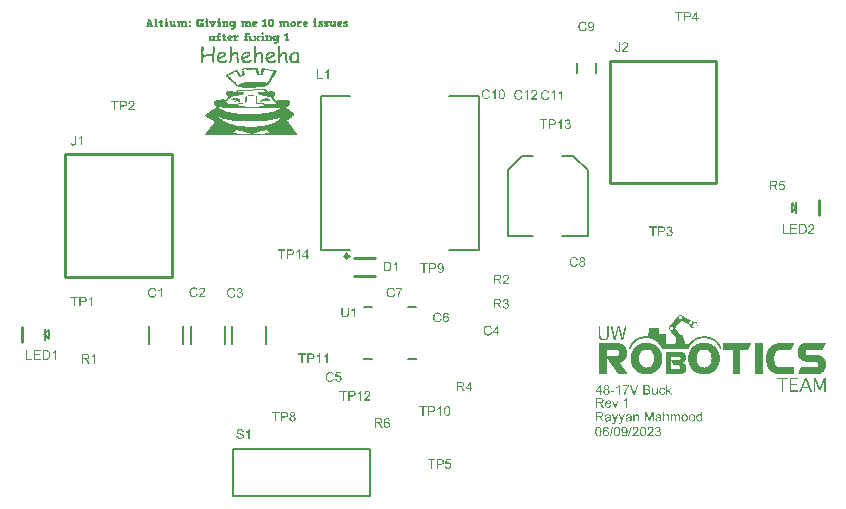
<source format=gto>
G04*
G04 #@! TF.GenerationSoftware,Altium Limited,Altium Designer,23.5.1 (21)*
G04*
G04 Layer_Color=65535*
%FSLAX25Y25*%
%MOIN*%
G70*
G04*
G04 #@! TF.SameCoordinates,615E306F-8B44-468D-B2DF-EE0A1C7CF722*
G04*
G04*
G04 #@! TF.FilePolarity,Positive*
G04*
G01*
G75*
%ADD10C,0.00394*%
%ADD11C,0.00500*%
%ADD12C,0.00787*%
%ADD13C,0.01000*%
%ADD14C,0.00600*%
G36*
X101393Y-7676D02*
X101531D01*
Y-8230D01*
X101393D01*
Y-8368D01*
X100978D01*
Y-8230D01*
X100840D01*
Y-7814D01*
Y-7676D01*
X100978D01*
Y-7538D01*
X101393D01*
Y-7676D01*
D02*
G37*
G36*
X69431D02*
X69569D01*
Y-8368D01*
X69016D01*
Y-8230D01*
X68877D01*
Y-7676D01*
X69016D01*
Y-7538D01*
X69431D01*
Y-7676D01*
D02*
G37*
G36*
X65280D02*
X65418D01*
Y-7814D01*
X65557D01*
Y-8230D01*
X65418D01*
Y-8368D01*
X65003D01*
Y-8230D01*
X64865D01*
Y-8091D01*
X64726D01*
Y-7814D01*
X64865D01*
Y-7676D01*
X65003D01*
Y-7538D01*
X65280D01*
Y-7676D01*
D02*
G37*
G36*
X51859D02*
X51997D01*
Y-8230D01*
X51859D01*
Y-8368D01*
X51443D01*
Y-8230D01*
X51305D01*
Y-7676D01*
X51443D01*
Y-7538D01*
X51859D01*
Y-7676D01*
D02*
G37*
G36*
X105821Y-9198D02*
X105267D01*
Y-9060D01*
X104991D01*
Y-9198D01*
X105129D01*
Y-9336D01*
X105406D01*
Y-9475D01*
X105544D01*
Y-9613D01*
X105682D01*
Y-9752D01*
X105821D01*
Y-10305D01*
X105682D01*
Y-10443D01*
X105406D01*
Y-10582D01*
X104160D01*
Y-9752D01*
X104576D01*
Y-9890D01*
X104714D01*
Y-10028D01*
X104991D01*
Y-9890D01*
X104852D01*
Y-9752D01*
X104576D01*
Y-9613D01*
X104299D01*
Y-9336D01*
X104160D01*
Y-8783D01*
X104299D01*
Y-8645D01*
X104576D01*
Y-8506D01*
X105129D01*
Y-8645D01*
X105267D01*
Y-8506D01*
X105821D01*
Y-9198D01*
D02*
G37*
G36*
X103884D02*
X103330D01*
Y-9060D01*
X103053D01*
Y-9198D01*
X103192D01*
Y-9336D01*
X103469D01*
Y-9475D01*
X103607D01*
Y-9613D01*
X103745D01*
Y-9752D01*
X103884D01*
Y-10305D01*
X103745D01*
Y-10443D01*
X103469D01*
Y-10582D01*
X102223D01*
Y-9752D01*
X102638D01*
Y-9890D01*
X102777D01*
Y-10028D01*
X103053D01*
Y-9890D01*
X102915D01*
Y-9752D01*
X102638D01*
Y-9613D01*
X102362D01*
Y-9336D01*
X102223D01*
Y-8783D01*
X102362D01*
Y-8645D01*
X102638D01*
Y-8506D01*
X103192D01*
Y-8645D01*
X103330D01*
Y-8506D01*
X103884D01*
Y-9198D01*
D02*
G37*
G36*
X96689Y-8645D02*
X96965D01*
Y-9060D01*
X96827D01*
Y-9198D01*
X96689D01*
Y-9336D01*
X96550D01*
Y-9198D01*
X96135D01*
Y-9475D01*
X95997D01*
Y-10028D01*
X96412D01*
Y-10582D01*
X95167D01*
Y-10028D01*
X95305D01*
Y-9060D01*
X95167D01*
Y-8783D01*
X95028D01*
Y-8645D01*
X95167D01*
Y-8506D01*
X95859D01*
Y-8645D01*
X96274D01*
Y-8506D01*
X96689D01*
Y-8645D01*
D02*
G37*
G36*
X92123D02*
X92261D01*
Y-8783D01*
X92399D01*
Y-8921D01*
X92538D01*
Y-10028D01*
X92676D01*
Y-10167D01*
X92814D01*
Y-10443D01*
X92676D01*
Y-10582D01*
X91708D01*
Y-10028D01*
X91846D01*
Y-9336D01*
X91708D01*
Y-9198D01*
X91431D01*
Y-9336D01*
X91292D01*
Y-10028D01*
X91431D01*
Y-10582D01*
X90462D01*
Y-10028D01*
X90601D01*
Y-9198D01*
X90185D01*
Y-10028D01*
X90324D01*
Y-10582D01*
X89217D01*
Y-10028D01*
X89494D01*
Y-9198D01*
X89217D01*
Y-8783D01*
X89079D01*
Y-8645D01*
X89217D01*
Y-8506D01*
X89909D01*
Y-8645D01*
X90185D01*
Y-8506D01*
X90877D01*
Y-8645D01*
X91431D01*
Y-8506D01*
X92123D01*
Y-8645D01*
D02*
G37*
G36*
X79393D02*
X79670D01*
Y-8921D01*
X79808D01*
Y-10028D01*
X80085D01*
Y-10582D01*
X78978D01*
Y-10028D01*
X79116D01*
Y-9336D01*
X78978D01*
Y-9198D01*
X78701D01*
Y-9613D01*
X78563D01*
Y-9890D01*
X78701D01*
Y-10028D01*
X78840D01*
Y-10443D01*
X78701D01*
Y-10582D01*
X77871D01*
Y-10443D01*
X77733D01*
Y-10028D01*
X77871D01*
Y-9890D01*
X78009D01*
Y-9475D01*
X77871D01*
Y-9198D01*
X77594D01*
Y-9336D01*
X77456D01*
Y-10028D01*
X77594D01*
Y-10582D01*
X76626D01*
Y-10443D01*
X76487D01*
Y-10028D01*
X76764D01*
Y-9198D01*
X76487D01*
Y-8645D01*
X76626D01*
Y-8506D01*
X77318D01*
Y-8645D01*
X77456D01*
Y-8506D01*
X78148D01*
Y-8645D01*
X78701D01*
Y-8506D01*
X79393D01*
Y-8645D01*
D02*
G37*
G36*
X74827Y-9198D02*
X74689D01*
Y-10859D01*
X74550D01*
Y-11135D01*
X74412D01*
Y-11274D01*
X74274D01*
Y-11412D01*
X73167D01*
Y-11274D01*
X73028D01*
Y-10997D01*
X73167D01*
Y-10720D01*
X73443D01*
Y-10859D01*
X73858D01*
Y-10720D01*
X73997D01*
Y-10443D01*
X73720D01*
Y-10582D01*
X73305D01*
Y-10443D01*
X73028D01*
Y-10305D01*
X72890D01*
Y-10167D01*
X72752D01*
Y-10028D01*
X72613D01*
Y-8921D01*
X72752D01*
Y-8783D01*
X72890D01*
Y-8645D01*
X73305D01*
Y-8506D01*
X73582D01*
Y-8645D01*
X73997D01*
Y-8506D01*
X74827D01*
Y-9198D01*
D02*
G37*
G36*
X71921Y-8645D02*
X72198D01*
Y-8921D01*
X72337D01*
Y-10028D01*
X72475D01*
Y-10167D01*
X72613D01*
Y-10443D01*
X72475D01*
Y-10582D01*
X71506D01*
Y-10443D01*
Y-10305D01*
Y-10028D01*
X71645D01*
Y-9198D01*
X71230D01*
Y-9475D01*
X71091D01*
Y-10028D01*
X71368D01*
Y-10582D01*
X70261D01*
Y-10028D01*
X70399D01*
Y-9890D01*
X70538D01*
Y-9198D01*
X70399D01*
Y-9060D01*
X70261D01*
Y-8783D01*
X70123D01*
Y-8645D01*
X70261D01*
Y-8506D01*
X70953D01*
Y-8645D01*
X71368D01*
Y-8506D01*
X71921D01*
Y-8645D01*
D02*
G37*
G36*
X58085D02*
X58223D01*
Y-8783D01*
X58362D01*
Y-8921D01*
X58500D01*
Y-10028D01*
X58777D01*
Y-10443D01*
X58638D01*
Y-10582D01*
X57670D01*
Y-10028D01*
X57808D01*
Y-9336D01*
X57670D01*
Y-9198D01*
X57393D01*
Y-9336D01*
X57255D01*
Y-10028D01*
X57393D01*
Y-10167D01*
Y-10582D01*
X56563D01*
Y-10443D01*
X56424D01*
Y-10028D01*
X56563D01*
Y-9198D01*
X56148D01*
Y-10028D01*
X56286D01*
Y-10582D01*
X55179D01*
Y-10028D01*
X55456D01*
Y-9198D01*
X55179D01*
Y-8783D01*
X55041D01*
Y-8645D01*
X55179D01*
Y-8506D01*
X55871D01*
Y-8645D01*
X56148D01*
Y-8506D01*
X56840D01*
Y-8645D01*
X57393D01*
Y-8506D01*
X58085D01*
Y-8645D01*
D02*
G37*
G36*
X63620Y-7814D02*
X64035D01*
Y-8368D01*
X63896D01*
Y-8783D01*
X63204D01*
Y-8645D01*
Y-8506D01*
X62928D01*
Y-8368D01*
X62789D01*
Y-8506D01*
X62513D01*
Y-8645D01*
X62374D01*
Y-9060D01*
X62236D01*
Y-9336D01*
X62374D01*
Y-9752D01*
X62513D01*
Y-9890D01*
X62789D01*
Y-10028D01*
X62928D01*
Y-9890D01*
X63204D01*
Y-9752D01*
X62789D01*
Y-9198D01*
X64035D01*
Y-9475D01*
X64173D01*
Y-10582D01*
X63620D01*
Y-10443D01*
X63343D01*
Y-10582D01*
X62098D01*
Y-10443D01*
X61959D01*
Y-10305D01*
X61821D01*
Y-10167D01*
X61682D01*
Y-9890D01*
X61544D01*
Y-8506D01*
X61682D01*
Y-8230D01*
X61821D01*
Y-8091D01*
X61959D01*
Y-7953D01*
X62236D01*
Y-7814D01*
X63343D01*
Y-7676D01*
X63620D01*
Y-7814D01*
D02*
G37*
G36*
X112186Y-9198D02*
X111632D01*
Y-9060D01*
X111355D01*
Y-9198D01*
X111632D01*
Y-9336D01*
X111770D01*
Y-9475D01*
X112047D01*
Y-9613D01*
X112186D01*
Y-10305D01*
X112047D01*
Y-10443D01*
X111909D01*
Y-10582D01*
X110525D01*
Y-9752D01*
X111079D01*
Y-10028D01*
X111355D01*
Y-9752D01*
X111079D01*
Y-9613D01*
X110802D01*
Y-9475D01*
X110663D01*
Y-9198D01*
X110525D01*
Y-8921D01*
X110663D01*
Y-8783D01*
X110802D01*
Y-8645D01*
X110940D01*
Y-8506D01*
X112186D01*
Y-9198D01*
D02*
G37*
G36*
X59607Y-8506D02*
X59745D01*
Y-8645D01*
X59884D01*
Y-8921D01*
X59745D01*
Y-9060D01*
X59607D01*
Y-9198D01*
X59192D01*
Y-9060D01*
X59053D01*
Y-8506D01*
X59192D01*
Y-8368D01*
X59607D01*
Y-8506D01*
D02*
G37*
G36*
X68324Y-9060D02*
X68047D01*
Y-9336D01*
X67909D01*
Y-9752D01*
X67770D01*
Y-9890D01*
X67632D01*
Y-10305D01*
X67494D01*
Y-10443D01*
X67355D01*
Y-10582D01*
X66802D01*
Y-10443D01*
X66663D01*
Y-10167D01*
X66525D01*
Y-9890D01*
X66387D01*
Y-9613D01*
X66248D01*
Y-9198D01*
X66110D01*
Y-9060D01*
X65833D01*
Y-8645D01*
X67079D01*
Y-9060D01*
X66802D01*
Y-9198D01*
X66940D01*
Y-9475D01*
X67079D01*
Y-9613D01*
X67217D01*
Y-9336D01*
X67355D01*
Y-9060D01*
X67217D01*
Y-8645D01*
X68324D01*
Y-9060D01*
D02*
G37*
G36*
X109833Y-8645D02*
X110110D01*
Y-8783D01*
X110248D01*
Y-9475D01*
X110110D01*
Y-9613D01*
X109833D01*
Y-9752D01*
X109557D01*
Y-9890D01*
X109695D01*
Y-10028D01*
X110110D01*
Y-10582D01*
X109280D01*
Y-10443D01*
X109003D01*
Y-10305D01*
X108865D01*
Y-10167D01*
X108726D01*
Y-10028D01*
X108588D01*
Y-9613D01*
X108450D01*
Y-9198D01*
X108588D01*
Y-8921D01*
X108726D01*
Y-8783D01*
X108865D01*
Y-8645D01*
X109142D01*
Y-8506D01*
X109833D01*
Y-8645D01*
D02*
G37*
G36*
X106789D02*
X106928D01*
Y-9613D01*
Y-9752D01*
X107066D01*
Y-9890D01*
X107343D01*
Y-9613D01*
X107481D01*
Y-9198D01*
X107204D01*
Y-8645D01*
X108035D01*
Y-9890D01*
X108311D01*
Y-10582D01*
X107620D01*
Y-10443D01*
X107343D01*
Y-10582D01*
X106651D01*
Y-10443D01*
X106374D01*
Y-10167D01*
X106236D01*
Y-9198D01*
X106097D01*
Y-9060D01*
X105959D01*
Y-8645D01*
X106651D01*
Y-8506D01*
X106789D01*
Y-8645D01*
D02*
G37*
G36*
X101531Y-8783D02*
X101670D01*
Y-10028D01*
X101946D01*
Y-10582D01*
X100563D01*
Y-10028D01*
X100840D01*
Y-9198D01*
X100563D01*
Y-8645D01*
X101531D01*
Y-8783D01*
D02*
G37*
G36*
X98349Y-8645D02*
X98626D01*
Y-8783D01*
X98764D01*
Y-8921D01*
X98902D01*
Y-9475D01*
X98764D01*
Y-9613D01*
X98487D01*
Y-9752D01*
X98211D01*
Y-9890D01*
X98349D01*
Y-10028D01*
X98764D01*
Y-10443D01*
X98626D01*
Y-10582D01*
X97934D01*
Y-10443D01*
X97657D01*
Y-10305D01*
X97381D01*
Y-10167D01*
X97242D01*
Y-9890D01*
X97104D01*
Y-9613D01*
Y-9475D01*
Y-9060D01*
X97242D01*
Y-8783D01*
X97381D01*
Y-8645D01*
X97657D01*
Y-8506D01*
X98349D01*
Y-8645D01*
D02*
G37*
G36*
X94060D02*
X94475D01*
Y-8783D01*
X94613D01*
Y-8921D01*
X94752D01*
Y-9198D01*
X94890D01*
Y-9890D01*
X94752D01*
Y-10305D01*
X94613D01*
Y-10443D01*
X94336D01*
Y-10582D01*
X93368D01*
Y-10443D01*
X93230D01*
Y-10305D01*
X93091D01*
Y-10167D01*
Y-10028D01*
X92953D01*
Y-9060D01*
X93091D01*
Y-8783D01*
X93368D01*
Y-8645D01*
X93783D01*
Y-8506D01*
X94060D01*
Y-8645D01*
D02*
G37*
G36*
X87003Y-7953D02*
X87142D01*
Y-8091D01*
X87280D01*
Y-8230D01*
X87418D01*
Y-8368D01*
Y-8506D01*
X87557D01*
Y-10028D01*
X87418D01*
Y-10305D01*
X87280D01*
Y-10443D01*
X87142D01*
Y-10582D01*
X86035D01*
Y-10443D01*
X85896D01*
Y-10305D01*
X85758D01*
Y-10167D01*
X85619D01*
Y-9613D01*
X85481D01*
Y-8783D01*
X85619D01*
Y-8230D01*
X85758D01*
Y-8091D01*
X85896D01*
Y-7953D01*
X86035D01*
Y-7814D01*
X87003D01*
Y-7953D01*
D02*
G37*
G36*
X84513Y-7814D02*
X84928D01*
Y-9198D01*
Y-9336D01*
Y-9890D01*
X85204D01*
Y-10582D01*
X83821D01*
Y-10443D01*
X83682D01*
Y-9890D01*
X84097D01*
Y-9613D01*
X84236D01*
Y-8783D01*
X83682D01*
Y-8506D01*
X83544D01*
Y-8368D01*
X83682D01*
Y-8230D01*
X83821D01*
Y-8091D01*
X84097D01*
Y-7953D01*
X84236D01*
Y-7814D01*
X84374D01*
Y-7676D01*
X84513D01*
Y-7814D01*
D02*
G37*
G36*
X81469Y-8645D02*
X81745D01*
Y-8783D01*
X81884D01*
Y-8921D01*
X82022D01*
Y-9198D01*
X81884D01*
Y-9475D01*
X81745D01*
Y-9613D01*
X81469D01*
Y-9752D01*
X81192D01*
Y-9890D01*
X81330D01*
Y-10028D01*
X81745D01*
Y-10582D01*
X80915D01*
Y-10443D01*
X80638D01*
Y-10305D01*
X80500D01*
Y-10167D01*
X80362D01*
Y-10028D01*
X80223D01*
Y-9613D01*
X80085D01*
Y-9475D01*
Y-9336D01*
X80223D01*
Y-8921D01*
X80362D01*
Y-8783D01*
X80500D01*
Y-8645D01*
X80777D01*
Y-8506D01*
X81469D01*
Y-8645D01*
D02*
G37*
G36*
X69569Y-8783D02*
X69708D01*
Y-10028D01*
X69984D01*
Y-10582D01*
X68739D01*
Y-10443D01*
X68601D01*
Y-10028D01*
X69016D01*
Y-9336D01*
X68877D01*
Y-9198D01*
X68601D01*
Y-8645D01*
X69569D01*
Y-8783D01*
D02*
G37*
G36*
X65557Y-10028D02*
X65833D01*
Y-10582D01*
X64588D01*
Y-10028D01*
X64865D01*
Y-9336D01*
Y-9198D01*
X64588D01*
Y-9060D01*
X64450D01*
Y-8783D01*
X64588D01*
Y-8645D01*
X65557D01*
Y-10028D01*
D02*
G37*
G36*
X59607Y-9890D02*
X59745D01*
Y-10028D01*
X59884D01*
Y-10305D01*
X59745D01*
Y-10443D01*
X59607D01*
Y-10582D01*
X59192D01*
Y-10443D01*
X59053D01*
Y-9890D01*
X59192D01*
Y-9752D01*
X59607D01*
Y-9890D01*
D02*
G37*
G36*
X53381Y-8645D02*
X53519D01*
Y-9752D01*
X53657D01*
Y-9890D01*
X53934D01*
Y-9613D01*
X54072D01*
Y-9475D01*
Y-9198D01*
X53796D01*
Y-8645D01*
X54626D01*
Y-9890D01*
X54902D01*
Y-10582D01*
X54211D01*
Y-10443D01*
X53934D01*
Y-10582D01*
X53242D01*
Y-10443D01*
X53104D01*
Y-10305D01*
X52965D01*
Y-10167D01*
X52827D01*
Y-9198D01*
X52689D01*
Y-8921D01*
X52550D01*
Y-8645D01*
X53242D01*
Y-8506D01*
X53381D01*
Y-8645D01*
D02*
G37*
G36*
X51997Y-8783D02*
X52135D01*
Y-9060D01*
Y-9198D01*
Y-10028D01*
X52412D01*
Y-10582D01*
X51028D01*
Y-10028D01*
X51305D01*
Y-9198D01*
X51028D01*
Y-8645D01*
X51997D01*
Y-8783D01*
D02*
G37*
G36*
X50060Y-8645D02*
X50613D01*
Y-8921D01*
X50475D01*
Y-9198D01*
X50060D01*
Y-9890D01*
X50198D01*
Y-9752D01*
X50475D01*
Y-10028D01*
X50613D01*
Y-10443D01*
X50336D01*
Y-10582D01*
X49506D01*
Y-10443D01*
X49368D01*
Y-9336D01*
X49230D01*
Y-9198D01*
X49091D01*
Y-9060D01*
X48953D01*
Y-8921D01*
X49091D01*
Y-8645D01*
X49230D01*
Y-8506D01*
X49368D01*
Y-8091D01*
X50060D01*
Y-8645D01*
D02*
G37*
G36*
X48538Y-7814D02*
X48676D01*
Y-10028D01*
X48953D01*
Y-10582D01*
X47708D01*
Y-10443D01*
X47569D01*
Y-10028D01*
X47846D01*
Y-9890D01*
X47984D01*
Y-9060D01*
X47846D01*
Y-8230D01*
X47569D01*
Y-7814D01*
X47708D01*
Y-7676D01*
X48538D01*
Y-7814D01*
D02*
G37*
G36*
X46324Y-8091D02*
X46462D01*
Y-8368D01*
X46601D01*
Y-8783D01*
X46739D01*
Y-9198D01*
X46877D01*
Y-9613D01*
X47016D01*
Y-9890D01*
X47154D01*
Y-10028D01*
X47293D01*
Y-10582D01*
X46185D01*
Y-10028D01*
X46324D01*
Y-9752D01*
X45770D01*
Y-10028D01*
X45909D01*
Y-10167D01*
X46047D01*
Y-10443D01*
X45909D01*
Y-10582D01*
X44802D01*
Y-10028D01*
X45079D01*
Y-9475D01*
X45217D01*
Y-8783D01*
X45355D01*
Y-8230D01*
X45494D01*
Y-7814D01*
X46324D01*
Y-8091D01*
D02*
G37*
G36*
X83821Y-12381D02*
X83959D01*
Y-12519D01*
X84097D01*
Y-12934D01*
X83959D01*
Y-13072D01*
X83544D01*
Y-12934D01*
X83406D01*
Y-12796D01*
X83267D01*
Y-12519D01*
X83406D01*
Y-12381D01*
X83544D01*
Y-12242D01*
X83821D01*
Y-12381D01*
D02*
G37*
G36*
X89217Y-13487D02*
X89355D01*
Y-13764D01*
X89217D01*
Y-13903D01*
X89079D01*
Y-15701D01*
X88940D01*
Y-15840D01*
X88802D01*
Y-15978D01*
X88664D01*
Y-16116D01*
X87557D01*
Y-15978D01*
X87418D01*
Y-15840D01*
X87557D01*
Y-15425D01*
X87972D01*
Y-15563D01*
X88248D01*
Y-15425D01*
X88387D01*
Y-15148D01*
X88110D01*
Y-15286D01*
X87695D01*
Y-15148D01*
X87418D01*
Y-15009D01*
X87280D01*
Y-14871D01*
X87142D01*
Y-14594D01*
X87003D01*
Y-13764D01*
X87142D01*
Y-13626D01*
X87280D01*
Y-13487D01*
X87418D01*
Y-13349D01*
X87695D01*
Y-13211D01*
X88110D01*
Y-13349D01*
X88525D01*
Y-13211D01*
X89217D01*
Y-13487D01*
D02*
G37*
G36*
X86311Y-13349D02*
X86588D01*
Y-13487D01*
X86726D01*
Y-14041D01*
X86865D01*
Y-14733D01*
X87003D01*
Y-15286D01*
X86035D01*
Y-15148D01*
X85896D01*
Y-14733D01*
X86173D01*
Y-14041D01*
X86035D01*
Y-13903D01*
X85619D01*
Y-14733D01*
X85758D01*
Y-15286D01*
X84651D01*
Y-14733D01*
X84928D01*
Y-13764D01*
X84651D01*
Y-13211D01*
X85481D01*
Y-13349D01*
X85758D01*
Y-13211D01*
X86311D01*
Y-13349D01*
D02*
G37*
G36*
X75519D02*
X75796D01*
Y-13487D01*
X75934D01*
Y-13626D01*
X75796D01*
Y-13764D01*
X75657D01*
Y-14041D01*
X75380D01*
Y-13903D01*
X75104D01*
Y-14041D01*
X74965D01*
Y-14179D01*
X74827D01*
Y-14594D01*
X74965D01*
Y-14733D01*
X75242D01*
Y-14871D01*
X75380D01*
Y-15148D01*
X75242D01*
Y-15286D01*
X73997D01*
Y-14733D01*
X74274D01*
Y-13764D01*
X73997D01*
Y-13211D01*
X74827D01*
Y-13349D01*
X75104D01*
Y-13211D01*
X75519D01*
Y-13349D01*
D02*
G37*
G36*
X82714Y-13903D02*
X82437D01*
Y-14041D01*
X82299D01*
Y-14179D01*
X82160D01*
Y-14318D01*
X82299D01*
Y-14456D01*
X82437D01*
Y-14594D01*
X82576D01*
Y-14733D01*
X82852D01*
Y-15286D01*
X81745D01*
Y-14456D01*
X81607D01*
Y-14594D01*
X81469D01*
Y-14733D01*
X81607D01*
Y-15286D01*
X80500D01*
Y-14733D01*
X80777D01*
Y-14594D01*
X80915D01*
Y-14456D01*
X81054D01*
Y-14179D01*
X80915D01*
Y-13903D01*
X80500D01*
Y-13349D01*
X81607D01*
Y-13764D01*
X81469D01*
Y-14041D01*
X81745D01*
Y-13349D01*
X82714D01*
Y-13903D01*
D02*
G37*
G36*
X92261Y-14594D02*
X92538D01*
Y-15148D01*
Y-15286D01*
X91154D01*
Y-14594D01*
X91431D01*
Y-14179D01*
X91569D01*
Y-13487D01*
X91154D01*
Y-13349D01*
X91016D01*
Y-13211D01*
X90877D01*
Y-13072D01*
X91016D01*
Y-12934D01*
X91154D01*
Y-12796D01*
X91431D01*
Y-12657D01*
X91569D01*
Y-12519D01*
X92261D01*
Y-14594D01*
D02*
G37*
G36*
X84097Y-14733D02*
X84374D01*
Y-15286D01*
X83129D01*
Y-14733D01*
X83406D01*
Y-13903D01*
X83129D01*
Y-13764D01*
X82991D01*
Y-13487D01*
X83129D01*
Y-13349D01*
X84097D01*
Y-14733D01*
D02*
G37*
G36*
X79255Y-12519D02*
X79531D01*
Y-12657D01*
X79393D01*
Y-13072D01*
X78563D01*
Y-13349D01*
X79947D01*
Y-14594D01*
X80085D01*
Y-14733D01*
X80362D01*
Y-15286D01*
X79116D01*
Y-14871D01*
X78978D01*
Y-14733D01*
X79116D01*
Y-14594D01*
X79255D01*
Y-13903D01*
X78563D01*
Y-14594D01*
X78840D01*
Y-15286D01*
X77594D01*
Y-14594D01*
X77871D01*
Y-14041D01*
X77733D01*
Y-13903D01*
X77456D01*
Y-13349D01*
X77733D01*
Y-13211D01*
X77871D01*
Y-12657D01*
X78009D01*
Y-12519D01*
X78286D01*
Y-12381D01*
X79255D01*
Y-12519D01*
D02*
G37*
G36*
X73167Y-13349D02*
X73443D01*
Y-13487D01*
X73582D01*
Y-13626D01*
X73720D01*
Y-14179D01*
X73443D01*
Y-14318D01*
X73305D01*
Y-14456D01*
X73028D01*
Y-14594D01*
X73167D01*
Y-14733D01*
X73582D01*
Y-15009D01*
X73443D01*
Y-15286D01*
X72613D01*
Y-15148D01*
X72337D01*
Y-15009D01*
X72198D01*
Y-14871D01*
X72060D01*
Y-14594D01*
X71921D01*
Y-13764D01*
X72060D01*
Y-13487D01*
X72198D01*
Y-13349D01*
X72475D01*
Y-13211D01*
X73167D01*
Y-13349D01*
D02*
G37*
G36*
X71091D02*
X71645D01*
Y-13903D01*
X71091D01*
Y-14456D01*
X71506D01*
Y-14594D01*
X71645D01*
Y-14733D01*
Y-14871D01*
X71783D01*
Y-15009D01*
X71645D01*
Y-15148D01*
X71368D01*
Y-15286D01*
X70676D01*
Y-15148D01*
X70538D01*
Y-15009D01*
X70399D01*
Y-13903D01*
X70123D01*
Y-13349D01*
X70261D01*
Y-13211D01*
X70399D01*
Y-12796D01*
X71091D01*
Y-13349D01*
D02*
G37*
G36*
X69708Y-12519D02*
X69984D01*
Y-12796D01*
X69846D01*
Y-13072D01*
X69292D01*
Y-13349D01*
X69846D01*
Y-13487D01*
Y-13626D01*
Y-13903D01*
X69292D01*
Y-14594D01*
X69708D01*
Y-15286D01*
X68462D01*
Y-15009D01*
X68324D01*
Y-14733D01*
X68462D01*
Y-14594D01*
X68739D01*
Y-14456D01*
X68601D01*
Y-13903D01*
X68324D01*
Y-13349D01*
X68601D01*
Y-13072D01*
X68739D01*
Y-12657D01*
X68877D01*
Y-12519D01*
X69016D01*
Y-12381D01*
X69708D01*
Y-12519D01*
D02*
G37*
G36*
X68047Y-13764D02*
X67909D01*
Y-13903D01*
X67770D01*
Y-14733D01*
X68186D01*
Y-15148D01*
X68047D01*
Y-15286D01*
X67355D01*
Y-15148D01*
X67217D01*
Y-15009D01*
X67079D01*
Y-15148D01*
X66940D01*
Y-15286D01*
X66248D01*
Y-15148D01*
X66110D01*
Y-15009D01*
X65972D01*
Y-14733D01*
X65833D01*
Y-14456D01*
Y-14318D01*
Y-13764D01*
X65972D01*
Y-13487D01*
X66110D01*
Y-13349D01*
X68047D01*
Y-13764D01*
D02*
G37*
G36*
X67632Y-17085D02*
X67770D01*
Y-19022D01*
X67632D01*
Y-22481D01*
X67079D01*
Y-22204D01*
X66940D01*
Y-20129D01*
X65833D01*
Y-20267D01*
X65003D01*
Y-20406D01*
X64311D01*
Y-20544D01*
X64035D01*
Y-20959D01*
X63896D01*
Y-22481D01*
X63758D01*
Y-22619D01*
X63204D01*
Y-20544D01*
X63343D01*
Y-19576D01*
X63204D01*
Y-18469D01*
X63343D01*
Y-17085D01*
X63481D01*
Y-16947D01*
X63896D01*
Y-17085D01*
X64035D01*
Y-18469D01*
X63896D01*
Y-19437D01*
X64035D01*
Y-19852D01*
X64173D01*
Y-19714D01*
X65003D01*
Y-19576D01*
X65695D01*
Y-19437D01*
X66940D01*
Y-19299D01*
X67079D01*
Y-18884D01*
Y-18745D01*
Y-17223D01*
X67217D01*
Y-16947D01*
X67632D01*
Y-17085D01*
D02*
G37*
G36*
X87142Y-18884D02*
X87418D01*
Y-19022D01*
X87557D01*
Y-19160D01*
X87695D01*
Y-19299D01*
X87833D01*
Y-19991D01*
X87695D01*
Y-20129D01*
X87557D01*
Y-20267D01*
X87418D01*
Y-20406D01*
X87142D01*
Y-20544D01*
X86865D01*
Y-20682D01*
X86588D01*
Y-20821D01*
X86311D01*
Y-20959D01*
X86035D01*
Y-21098D01*
X85619D01*
Y-21236D01*
X85481D01*
Y-21513D01*
X85619D01*
Y-21651D01*
X85758D01*
Y-21789D01*
X86035D01*
Y-21928D01*
X87003D01*
Y-21789D01*
X87418D01*
Y-21651D01*
X87557D01*
Y-21513D01*
X87695D01*
Y-21374D01*
X88110D01*
Y-21513D01*
X88248D01*
Y-21789D01*
X88110D01*
Y-22066D01*
X87972D01*
Y-22204D01*
X87695D01*
Y-22343D01*
X87418D01*
Y-22481D01*
X85619D01*
Y-22343D01*
X85481D01*
Y-22204D01*
X85204D01*
Y-22066D01*
X85066D01*
Y-21928D01*
X84928D01*
Y-21651D01*
X84789D01*
Y-21098D01*
X84651D01*
Y-20682D01*
X84789D01*
Y-19852D01*
X84928D01*
Y-19576D01*
X85066D01*
Y-19437D01*
X85204D01*
Y-19160D01*
X85343D01*
Y-19022D01*
X85619D01*
Y-18884D01*
X85896D01*
Y-18745D01*
X87142D01*
Y-18884D01*
D02*
G37*
G36*
X78978D02*
X79393D01*
Y-19022D01*
X79531D01*
Y-19160D01*
X79670D01*
Y-19991D01*
X79531D01*
Y-20267D01*
X79255D01*
Y-20406D01*
X78978D01*
Y-20544D01*
X78701D01*
Y-20682D01*
X78425D01*
Y-20821D01*
X78148D01*
Y-20959D01*
X77871D01*
Y-21098D01*
X77594D01*
Y-21236D01*
X77318D01*
Y-21513D01*
X77456D01*
Y-21651D01*
X77733D01*
Y-21789D01*
X78009D01*
Y-21928D01*
X78840D01*
Y-21789D01*
X79255D01*
Y-21651D01*
X79531D01*
Y-21513D01*
Y-21374D01*
X80085D01*
Y-21928D01*
X79947D01*
Y-22066D01*
X79808D01*
Y-22204D01*
X79531D01*
Y-22343D01*
X79255D01*
Y-22481D01*
X77594D01*
Y-22343D01*
X77318D01*
Y-22204D01*
X77041D01*
Y-22066D01*
X76903D01*
Y-21789D01*
X76764D01*
Y-21513D01*
X76626D01*
Y-20129D01*
X76764D01*
Y-19714D01*
X76903D01*
Y-19437D01*
X77041D01*
Y-19299D01*
X77179D01*
Y-19160D01*
X77318D01*
Y-19022D01*
X77456D01*
Y-18884D01*
X77733D01*
Y-18745D01*
X78978D01*
Y-18884D01*
D02*
G37*
G36*
X70953D02*
X71230D01*
Y-19022D01*
X71368D01*
Y-19160D01*
X71506D01*
Y-19437D01*
X71645D01*
Y-19852D01*
X71506D01*
Y-20129D01*
X71368D01*
Y-20267D01*
X71091D01*
Y-20406D01*
X70953D01*
Y-20544D01*
X70676D01*
Y-20682D01*
X70399D01*
Y-20821D01*
X69984D01*
Y-20959D01*
X69846D01*
Y-21098D01*
X69431D01*
Y-21236D01*
X69154D01*
Y-21374D01*
X69292D01*
Y-21651D01*
X69569D01*
Y-21789D01*
X69846D01*
Y-21928D01*
X70815D01*
Y-21789D01*
X71091D01*
Y-21651D01*
X71368D01*
Y-21513D01*
X71506D01*
Y-21374D01*
X71921D01*
Y-21928D01*
X71783D01*
Y-22066D01*
X71645D01*
Y-22204D01*
X71368D01*
Y-22343D01*
X71091D01*
Y-22481D01*
X69431D01*
Y-22343D01*
X69154D01*
Y-22204D01*
X69016D01*
Y-22066D01*
X68877D01*
Y-21928D01*
X68739D01*
Y-21789D01*
X68601D01*
Y-21374D01*
X68462D01*
Y-20267D01*
X68601D01*
Y-19852D01*
X68739D01*
Y-19576D01*
X68877D01*
Y-19299D01*
X69016D01*
Y-19160D01*
X69154D01*
Y-19022D01*
X69292D01*
Y-18884D01*
X69708D01*
Y-18745D01*
X70953D01*
Y-18884D01*
D02*
G37*
G36*
X95167D02*
X95582D01*
Y-19022D01*
X95720D01*
Y-19160D01*
X95859D01*
Y-19437D01*
X95720D01*
Y-21513D01*
X95859D01*
Y-21928D01*
X95997D01*
Y-22204D01*
X96135D01*
Y-22343D01*
X95997D01*
Y-22481D01*
Y-22619D01*
X95582D01*
Y-22481D01*
X95443D01*
Y-22343D01*
X95305D01*
Y-22204D01*
X95167D01*
Y-22343D01*
X94890D01*
Y-22481D01*
X94475D01*
Y-22619D01*
X93921D01*
Y-22481D01*
X93368D01*
Y-22343D01*
X93230D01*
Y-22204D01*
X93091D01*
Y-22066D01*
X92953D01*
Y-21928D01*
X92814D01*
Y-21374D01*
X92676D01*
Y-20267D01*
X92814D01*
Y-19852D01*
X92953D01*
Y-19576D01*
X93091D01*
Y-19437D01*
X93230D01*
Y-19299D01*
X93368D01*
Y-19160D01*
X93506D01*
Y-19022D01*
X93783D01*
Y-18884D01*
X94060D01*
Y-18745D01*
X95167D01*
Y-18884D01*
D02*
G37*
G36*
X89494Y-16947D02*
X89632D01*
Y-19437D01*
X89770D01*
Y-19299D01*
X89909D01*
Y-19160D01*
X90047D01*
Y-19022D01*
X90185D01*
Y-18884D01*
X90601D01*
Y-18745D01*
X91292D01*
Y-18884D01*
X91569D01*
Y-19022D01*
X91708D01*
Y-19299D01*
X91846D01*
Y-19991D01*
X91984D01*
Y-21789D01*
X92123D01*
Y-22481D01*
X91984D01*
Y-22619D01*
X91569D01*
Y-22481D01*
X91431D01*
Y-21928D01*
X91292D01*
Y-19852D01*
X91154D01*
Y-19576D01*
X91016D01*
Y-19437D01*
X90601D01*
Y-19576D01*
X90324D01*
Y-19714D01*
X90185D01*
Y-19852D01*
X90047D01*
Y-20129D01*
X89909D01*
Y-20267D01*
X89770D01*
Y-20544D01*
X89632D01*
Y-22066D01*
X89494D01*
Y-22343D01*
X89355D01*
Y-22481D01*
X89079D01*
Y-22343D01*
X88940D01*
Y-22204D01*
X88802D01*
Y-22066D01*
X88940D01*
Y-21513D01*
Y-21374D01*
Y-16808D01*
X89494D01*
Y-16947D01*
D02*
G37*
G36*
X81469Y-19437D02*
X81607D01*
Y-19299D01*
X81745D01*
Y-19160D01*
X81884D01*
Y-19022D01*
X82160D01*
Y-18884D01*
X82437D01*
Y-18745D01*
X83129D01*
Y-18884D01*
X83406D01*
Y-19022D01*
X83544D01*
Y-19160D01*
X83682D01*
Y-19576D01*
X83821D01*
Y-21236D01*
X83959D01*
Y-22481D01*
X83821D01*
Y-22619D01*
X83544D01*
Y-22481D01*
X83406D01*
Y-22343D01*
X83267D01*
Y-21651D01*
X83129D01*
Y-19576D01*
X82991D01*
Y-19437D01*
X82576D01*
Y-19576D01*
X82299D01*
Y-19714D01*
X82160D01*
Y-19852D01*
X82022D01*
Y-19991D01*
X81884D01*
Y-20129D01*
X81745D01*
Y-20406D01*
X81607D01*
Y-20682D01*
X81469D01*
Y-22343D01*
X81330D01*
Y-22481D01*
X80915D01*
Y-22343D01*
X80777D01*
Y-18192D01*
X80915D01*
Y-17777D01*
Y-17638D01*
Y-17500D01*
X80777D01*
Y-16947D01*
X80915D01*
Y-16808D01*
X81469D01*
Y-19437D01*
D02*
G37*
G36*
X73305Y-17085D02*
X73443D01*
Y-19299D01*
X73582D01*
Y-19160D01*
X73858D01*
Y-19022D01*
X73997D01*
Y-18884D01*
X74274D01*
Y-18745D01*
X75104D01*
Y-18884D01*
X75380D01*
Y-19022D01*
X75519D01*
Y-19299D01*
X75657D01*
Y-20959D01*
X75796D01*
Y-21928D01*
X75934D01*
Y-22481D01*
X75796D01*
Y-22619D01*
X75380D01*
Y-22481D01*
X75242D01*
Y-22204D01*
X75104D01*
Y-20959D01*
X74965D01*
Y-20406D01*
X75104D01*
Y-19991D01*
X74965D01*
Y-19576D01*
X74827D01*
Y-19437D01*
X74412D01*
Y-19576D01*
X74135D01*
Y-19714D01*
X73997D01*
Y-19852D01*
X73858D01*
Y-19991D01*
X73720D01*
Y-20267D01*
X73582D01*
Y-20544D01*
X73443D01*
Y-21928D01*
X73305D01*
Y-22343D01*
X73167D01*
Y-22481D01*
X72752D01*
Y-22343D01*
X72613D01*
Y-21789D01*
X72752D01*
Y-17223D01*
X72613D01*
Y-17085D01*
X72752D01*
Y-16808D01*
X73305D01*
Y-17085D01*
D02*
G37*
G36*
X81884Y-24280D02*
X82299D01*
Y-25110D01*
X82437D01*
Y-25802D01*
X82576D01*
Y-26079D01*
X82714D01*
Y-26217D01*
X82991D01*
Y-26079D01*
X83129D01*
Y-25248D01*
X83267D01*
Y-24557D01*
X83406D01*
Y-24280D01*
X84513D01*
Y-24418D01*
X85343D01*
Y-24557D01*
X85896D01*
Y-24695D01*
X86726D01*
Y-24833D01*
X87418D01*
Y-24972D01*
X88248D01*
Y-25110D01*
X88387D01*
Y-25525D01*
X88248D01*
Y-25802D01*
X88110D01*
Y-26079D01*
X87972D01*
Y-26217D01*
X87833D01*
Y-26494D01*
X87695D01*
Y-26770D01*
X87557D01*
Y-26909D01*
X87418D01*
Y-27185D01*
X87280D01*
Y-27462D01*
X87142D01*
Y-27601D01*
X87003D01*
Y-27877D01*
X86865D01*
Y-28016D01*
X86726D01*
Y-28293D01*
X86588D01*
Y-28431D01*
X86450D01*
Y-28708D01*
X86311D01*
Y-28846D01*
X86173D01*
Y-29123D01*
X86035D01*
Y-29261D01*
X85896D01*
Y-29538D01*
X85758D01*
Y-29676D01*
X85619D01*
Y-29814D01*
X85481D01*
Y-29953D01*
X85343D01*
Y-30091D01*
X84928D01*
Y-30230D01*
X84374D01*
Y-30368D01*
X83821D01*
Y-30506D01*
X82852D01*
Y-30645D01*
X81607D01*
Y-30783D01*
X76903D01*
Y-30645D01*
X76211D01*
Y-30506D01*
X75796D01*
Y-30368D01*
X75380D01*
Y-30230D01*
X75104D01*
Y-30091D01*
X74965D01*
Y-29953D01*
X74689D01*
Y-29814D01*
X74550D01*
Y-29676D01*
X74412D01*
Y-29538D01*
X74274D01*
Y-29399D01*
X74135D01*
Y-29261D01*
X73997D01*
Y-29123D01*
X73720D01*
Y-28846D01*
X73443D01*
Y-28708D01*
X73305D01*
Y-28569D01*
X73167D01*
Y-28431D01*
X73028D01*
Y-28293D01*
X72890D01*
Y-28154D01*
X72752D01*
Y-28016D01*
X72613D01*
Y-27877D01*
X72475D01*
Y-27739D01*
X72337D01*
Y-27601D01*
X72198D01*
Y-27462D01*
X72060D01*
Y-27324D01*
X71921D01*
Y-27185D01*
X71783D01*
Y-27047D01*
X71645D01*
Y-26909D01*
X71506D01*
Y-26770D01*
X71368D01*
Y-26494D01*
X71506D01*
Y-26355D01*
X71921D01*
Y-26217D01*
X72198D01*
Y-26079D01*
X72475D01*
Y-25940D01*
X72752D01*
Y-25802D01*
X73028D01*
Y-25664D01*
X73305D01*
Y-25525D01*
X73582D01*
Y-25387D01*
X73858D01*
Y-25248D01*
X74274D01*
Y-25110D01*
X74550D01*
Y-24972D01*
X74827D01*
Y-24833D01*
X74965D01*
Y-24695D01*
X75242D01*
Y-24833D01*
X75380D01*
Y-24972D01*
X75519D01*
Y-25110D01*
X75657D01*
Y-25387D01*
X75796D01*
Y-25664D01*
X75934D01*
Y-25940D01*
X76072D01*
Y-26217D01*
X76211D01*
Y-26355D01*
X76349D01*
Y-26494D01*
X76764D01*
Y-26355D01*
X76903D01*
Y-26079D01*
X76764D01*
Y-24557D01*
X76903D01*
Y-24418D01*
X77179D01*
Y-24280D01*
X80500D01*
Y-24141D01*
X81884D01*
Y-24280D01*
D02*
G37*
G36*
X84651Y-31198D02*
X84928D01*
Y-31337D01*
X85066D01*
Y-31613D01*
X85204D01*
Y-31752D01*
X85343D01*
Y-31890D01*
X85481D01*
Y-32028D01*
X85758D01*
Y-31890D01*
X87280D01*
Y-32028D01*
X87557D01*
Y-32167D01*
X87695D01*
Y-32443D01*
X87833D01*
Y-33412D01*
X87695D01*
Y-33550D01*
X87557D01*
Y-33689D01*
X87280D01*
Y-33965D01*
X87418D01*
Y-34242D01*
X87557D01*
Y-34380D01*
X87695D01*
Y-34519D01*
X87833D01*
Y-34657D01*
X87972D01*
Y-34796D01*
X88110D01*
Y-35072D01*
X88248D01*
Y-35211D01*
X88525D01*
Y-35072D01*
X88664D01*
Y-34934D01*
X88940D01*
Y-34796D01*
X91846D01*
Y-34934D01*
X92399D01*
Y-35072D01*
X92676D01*
Y-35211D01*
X92814D01*
Y-36456D01*
X92676D01*
Y-36594D01*
X92538D01*
Y-36733D01*
X92399D01*
Y-36871D01*
X92261D01*
Y-37009D01*
X92123D01*
Y-37148D01*
X91708D01*
Y-37286D01*
X91431D01*
Y-37424D01*
X91569D01*
Y-37563D01*
X91846D01*
Y-37701D01*
X92123D01*
Y-37840D01*
X92261D01*
Y-37978D01*
X92399D01*
Y-38116D01*
X92676D01*
Y-38255D01*
X92814D01*
Y-38393D01*
X92953D01*
Y-38532D01*
X93230D01*
Y-38670D01*
X93368D01*
Y-38808D01*
X93506D01*
Y-38947D01*
X93783D01*
Y-39085D01*
X93921D01*
Y-39223D01*
X94060D01*
Y-39362D01*
X94198D01*
Y-40053D01*
X94060D01*
Y-40192D01*
X93921D01*
Y-40330D01*
X93645D01*
Y-40468D01*
X93506D01*
Y-40607D01*
X93368D01*
Y-40745D01*
X93091D01*
Y-40884D01*
X92953D01*
Y-41022D01*
X92814D01*
Y-41160D01*
X92538D01*
Y-41299D01*
X92399D01*
Y-41437D01*
X92261D01*
Y-41576D01*
X91984D01*
Y-41714D01*
X92123D01*
Y-41991D01*
X92261D01*
Y-42129D01*
X92399D01*
Y-42267D01*
X92538D01*
Y-42544D01*
X92676D01*
Y-42682D01*
X92814D01*
Y-42959D01*
X92953D01*
Y-43097D01*
X93091D01*
Y-43236D01*
X93230D01*
Y-43513D01*
X93368D01*
Y-43651D01*
X93506D01*
Y-43928D01*
X93645D01*
Y-44066D01*
X93783D01*
Y-44204D01*
X93921D01*
Y-44481D01*
X94060D01*
Y-44620D01*
X94198D01*
Y-44896D01*
X94336D01*
Y-45035D01*
X94475D01*
Y-45311D01*
X94613D01*
Y-45450D01*
X94752D01*
Y-45588D01*
X94890D01*
Y-45865D01*
X95028D01*
Y-46003D01*
X95167D01*
Y-46280D01*
X95305D01*
Y-46418D01*
X64450D01*
Y-46280D01*
X64588D01*
Y-46141D01*
X64726D01*
Y-46003D01*
X64865D01*
Y-45726D01*
X65003D01*
Y-45588D01*
X65141D01*
Y-45450D01*
X65280D01*
Y-45173D01*
X65418D01*
Y-45035D01*
X65557D01*
Y-44896D01*
X65695D01*
Y-44620D01*
X65833D01*
Y-44481D01*
X65972D01*
Y-44343D01*
X66110D01*
Y-44204D01*
X66248D01*
Y-43928D01*
X66387D01*
Y-43789D01*
X66525D01*
Y-43651D01*
X66663D01*
Y-43374D01*
X66802D01*
Y-43236D01*
X66940D01*
Y-43097D01*
X67079D01*
Y-42821D01*
X67217D01*
Y-42682D01*
X67355D01*
Y-42544D01*
X67494D01*
Y-42267D01*
X67632D01*
Y-42129D01*
Y-41991D01*
X67494D01*
Y-41852D01*
X67217D01*
Y-41714D01*
X67079D01*
Y-41576D01*
X66802D01*
Y-41437D01*
X66525D01*
Y-41299D01*
X66248D01*
Y-41160D01*
X65972D01*
Y-41022D01*
X65695D01*
Y-40884D01*
X65557D01*
Y-40745D01*
X65280D01*
Y-40607D01*
X65003D01*
Y-40468D01*
X64726D01*
Y-40330D01*
X64588D01*
Y-39777D01*
X64726D01*
Y-39638D01*
X64865D01*
Y-39500D01*
X65141D01*
Y-39362D01*
X65280D01*
Y-39223D01*
X65418D01*
Y-39085D01*
X65695D01*
Y-38947D01*
X65833D01*
Y-38808D01*
X66110D01*
Y-38670D01*
X66248D01*
Y-38532D01*
X66525D01*
Y-38393D01*
X66663D01*
Y-38255D01*
X66940D01*
Y-38116D01*
X67079D01*
Y-37978D01*
X67355D01*
Y-37840D01*
X67494D01*
Y-37701D01*
X67770D01*
Y-37563D01*
X67909D01*
Y-37424D01*
X68186D01*
Y-37286D01*
X68324D01*
Y-37148D01*
X68186D01*
Y-37009D01*
X68047D01*
Y-36871D01*
X67909D01*
Y-36733D01*
X67770D01*
Y-36456D01*
X67632D01*
Y-36179D01*
X67494D01*
Y-35211D01*
X67909D01*
Y-35072D01*
X68324D01*
Y-34934D01*
X69016D01*
Y-34796D01*
X69708D01*
Y-34657D01*
X70815D01*
Y-34796D01*
X71368D01*
Y-34657D01*
X71506D01*
Y-34519D01*
X71645D01*
Y-34380D01*
X71783D01*
Y-34242D01*
X71921D01*
Y-34104D01*
X72198D01*
Y-33965D01*
X72337D01*
Y-33827D01*
X72613D01*
Y-33689D01*
X72337D01*
Y-33550D01*
X71921D01*
Y-33412D01*
X71783D01*
Y-33274D01*
X71645D01*
Y-32997D01*
X71506D01*
Y-32582D01*
X71645D01*
Y-32305D01*
X71783D01*
Y-32028D01*
X71921D01*
Y-31890D01*
X72337D01*
Y-31752D01*
X73720D01*
Y-31890D01*
X73858D01*
Y-32167D01*
X73720D01*
Y-32305D01*
X74412D01*
Y-32167D01*
X74550D01*
Y-32028D01*
X74689D01*
Y-31890D01*
X74965D01*
Y-31752D01*
X75104D01*
Y-31613D01*
X75519D01*
Y-31475D01*
X77594D01*
Y-31337D01*
X80638D01*
Y-31198D01*
X83267D01*
Y-31060D01*
X84651D01*
Y-31198D01*
D02*
G37*
G36*
X223157Y-106593D02*
X223266D01*
Y-106620D01*
X223347D01*
Y-106647D01*
X223401D01*
Y-106675D01*
X223456D01*
Y-106702D01*
X223510D01*
Y-106729D01*
X223565D01*
Y-106756D01*
X223592D01*
Y-106783D01*
X223646D01*
Y-106810D01*
X223673D01*
Y-106838D01*
X223728D01*
Y-106865D01*
X223782D01*
Y-106892D01*
X223837D01*
Y-106919D01*
X223864D01*
Y-106947D01*
X223918D01*
Y-106974D01*
X223973D01*
Y-107001D01*
X224027D01*
Y-107028D01*
X224081D01*
Y-107055D01*
X224136D01*
Y-107082D01*
X224190D01*
Y-107110D01*
X224217D01*
Y-107137D01*
X224272D01*
Y-107164D01*
X224326D01*
Y-107191D01*
X224381D01*
Y-107219D01*
X224435D01*
Y-107246D01*
X224489D01*
Y-107273D01*
X224544D01*
Y-107300D01*
X224571D01*
Y-107327D01*
X224625D01*
Y-107354D01*
X224680D01*
Y-107382D01*
X224734D01*
Y-107409D01*
X224789D01*
Y-107436D01*
X224843D01*
Y-107463D01*
X224897D01*
Y-107491D01*
X224925D01*
Y-107518D01*
X224979D01*
Y-107545D01*
X225033D01*
Y-107572D01*
X225088D01*
Y-107599D01*
X225142D01*
Y-107626D01*
X225197D01*
Y-107654D01*
X225224D01*
Y-107681D01*
X225278D01*
Y-107708D01*
X225332D01*
Y-107735D01*
X225387D01*
Y-107763D01*
X225441D01*
Y-107790D01*
X225496D01*
Y-107817D01*
X225550D01*
Y-107844D01*
X225577D01*
Y-107871D01*
X225632D01*
Y-107898D01*
X225686D01*
Y-107926D01*
X225741D01*
Y-107953D01*
X225795D01*
Y-107980D01*
X225849D01*
Y-108007D01*
X225904D01*
Y-108034D01*
X225931D01*
Y-108062D01*
X225985D01*
Y-108089D01*
X226040D01*
Y-108116D01*
X226094D01*
Y-108143D01*
X226149D01*
Y-108170D01*
X226203D01*
Y-108198D01*
X226257D01*
Y-108225D01*
X226285D01*
Y-108252D01*
X226339D01*
Y-108279D01*
X226393D01*
Y-108306D01*
X226448D01*
Y-108334D01*
X226502D01*
Y-108361D01*
X226556D01*
Y-108388D01*
X226584D01*
Y-108415D01*
X226638D01*
Y-108442D01*
X226693D01*
Y-108470D01*
X226747D01*
Y-108497D01*
X226801D01*
Y-108524D01*
X226856D01*
Y-108551D01*
X226910D01*
Y-108578D01*
X226937D01*
Y-108606D01*
X226992D01*
Y-108633D01*
X227046D01*
Y-108660D01*
X227100D01*
Y-108687D01*
X227128D01*
Y-108742D01*
X227155D01*
Y-108769D01*
X227345D01*
Y-108742D01*
X227672D01*
Y-108714D01*
X227998D01*
Y-108687D01*
X228270D01*
Y-108742D01*
X228297D01*
Y-108823D01*
X228324D01*
Y-108878D01*
X228352D01*
Y-108932D01*
X228379D01*
Y-109014D01*
X228406D01*
Y-109068D01*
X228433D01*
Y-109122D01*
X228460D01*
Y-109204D01*
X228488D01*
Y-109258D01*
X228515D01*
Y-109313D01*
X228542D01*
Y-109367D01*
X228569D01*
Y-109449D01*
X228596D01*
Y-109503D01*
X228624D01*
Y-109558D01*
X228651D01*
Y-109639D01*
X228678D01*
Y-109694D01*
X228705D01*
Y-109748D01*
X228732D01*
Y-109829D01*
X228760D01*
Y-109884D01*
X228787D01*
Y-109938D01*
X228814D01*
Y-110020D01*
X228841D01*
Y-110074D01*
X228868D01*
Y-110129D01*
X228896D01*
Y-110210D01*
X228923D01*
Y-110265D01*
X228950D01*
Y-110292D01*
X228923D01*
Y-110265D01*
X228896D01*
Y-110238D01*
X228868D01*
Y-110210D01*
X228841D01*
Y-110183D01*
X228814D01*
Y-110129D01*
X228787D01*
Y-110101D01*
X228760D01*
Y-110074D01*
X228732D01*
Y-110047D01*
X228705D01*
Y-110020D01*
X228678D01*
Y-109966D01*
X228651D01*
Y-109938D01*
X228624D01*
Y-109911D01*
X228596D01*
Y-109884D01*
X228569D01*
Y-109857D01*
X228542D01*
Y-109802D01*
X228515D01*
Y-109775D01*
X228488D01*
Y-109748D01*
X228460D01*
Y-109721D01*
X228433D01*
Y-109694D01*
X228406D01*
Y-109639D01*
X228379D01*
Y-109612D01*
X228352D01*
Y-109585D01*
X228324D01*
Y-109558D01*
X228297D01*
Y-109530D01*
X228270D01*
Y-109476D01*
X228243D01*
Y-109449D01*
X228216D01*
Y-109422D01*
X228188D01*
Y-109394D01*
X228161D01*
Y-109367D01*
X228134D01*
Y-109313D01*
X228107D01*
Y-109286D01*
X228080D01*
Y-109258D01*
X228052D01*
Y-109231D01*
X228025D01*
Y-109204D01*
X227916D01*
Y-109231D01*
X227862D01*
Y-109258D01*
X227780D01*
Y-109286D01*
X227699D01*
Y-109313D01*
X227644D01*
Y-109340D01*
X227563D01*
Y-109367D01*
X227508D01*
Y-109394D01*
X227427D01*
Y-109422D01*
X227372D01*
Y-109449D01*
X227291D01*
Y-109476D01*
X227236D01*
Y-109503D01*
X227155D01*
Y-109530D01*
X227128D01*
Y-109558D01*
X227100D01*
Y-109612D01*
X227073D01*
Y-109775D01*
X227046D01*
Y-110020D01*
X227019D01*
Y-110238D01*
X226992D01*
Y-110482D01*
X227019D01*
Y-110510D01*
X227128D01*
Y-110537D01*
X227209D01*
Y-110564D01*
X227318D01*
Y-110591D01*
X227400D01*
Y-110618D01*
X227508D01*
Y-110645D01*
X227590D01*
Y-110673D01*
X227699D01*
Y-110700D01*
X227780D01*
Y-110727D01*
X227889D01*
Y-110754D01*
X227971D01*
Y-110782D01*
X228080D01*
Y-110809D01*
X228161D01*
Y-110836D01*
X228270D01*
Y-110863D01*
X228352D01*
Y-110890D01*
X227590D01*
Y-110863D01*
X226665D01*
Y-110836D01*
X226502D01*
Y-110809D01*
X226475D01*
Y-110727D01*
X226448D01*
Y-110673D01*
X226420D01*
Y-110618D01*
X226393D01*
Y-110537D01*
X226366D01*
Y-110482D01*
X226339D01*
Y-110428D01*
X226312D01*
Y-110346D01*
X226285D01*
Y-110292D01*
X226257D01*
Y-110238D01*
X226230D01*
Y-110156D01*
X226203D01*
Y-110101D01*
X226176D01*
Y-110020D01*
X226149D01*
Y-109966D01*
X226121D01*
Y-109911D01*
X226094D01*
Y-109884D01*
X226067D01*
Y-109857D01*
X225985D01*
Y-109829D01*
X225931D01*
Y-109802D01*
X225904D01*
Y-109775D01*
X225849D01*
Y-109748D01*
X225795D01*
Y-109721D01*
X225741D01*
Y-109694D01*
X225686D01*
Y-109666D01*
X225659D01*
Y-109639D01*
X225605D01*
Y-109612D01*
X225550D01*
Y-109585D01*
X225496D01*
Y-109558D01*
X225441D01*
Y-109530D01*
X225414D01*
Y-109503D01*
X225360D01*
Y-109476D01*
X225305D01*
Y-109449D01*
X225251D01*
Y-109422D01*
X225224D01*
Y-109394D01*
X225169D01*
Y-109367D01*
X225115D01*
Y-109340D01*
X225061D01*
Y-109313D01*
X225006D01*
Y-109286D01*
X224979D01*
Y-109258D01*
X224925D01*
Y-109231D01*
X224870D01*
Y-109204D01*
X224816D01*
Y-109177D01*
X224761D01*
Y-109150D01*
X224734D01*
Y-109122D01*
X224680D01*
Y-109095D01*
X224625D01*
Y-109068D01*
X224571D01*
Y-109041D01*
X224517D01*
Y-109014D01*
X224489D01*
Y-108986D01*
X224435D01*
Y-108959D01*
X224381D01*
Y-108932D01*
X224326D01*
Y-108905D01*
X224272D01*
Y-108878D01*
X224245D01*
Y-108850D01*
X224190D01*
Y-108823D01*
X224136D01*
Y-108796D01*
X224081D01*
Y-108769D01*
X224027D01*
Y-108742D01*
X224000D01*
Y-108714D01*
X223945D01*
Y-108687D01*
X223891D01*
Y-108660D01*
X223837D01*
Y-108633D01*
X223809D01*
Y-108606D01*
X223755D01*
Y-108578D01*
X223701D01*
Y-108551D01*
X223646D01*
Y-108524D01*
X223592D01*
Y-108497D01*
X223565D01*
Y-108470D01*
X223510D01*
Y-108442D01*
X223456D01*
Y-108415D01*
X223401D01*
Y-108388D01*
X223347D01*
Y-108361D01*
X223293D01*
Y-108388D01*
X223266D01*
Y-108442D01*
X223238D01*
Y-108470D01*
X223211D01*
Y-108497D01*
X223184D01*
Y-108524D01*
X223157D01*
Y-108578D01*
X223130D01*
Y-108606D01*
X223102D01*
Y-108633D01*
X223075D01*
Y-108660D01*
X223048D01*
Y-108714D01*
X223021D01*
Y-108742D01*
X222993D01*
Y-108769D01*
X222966D01*
Y-108796D01*
X222939D01*
Y-108823D01*
X222912D01*
Y-108878D01*
X222885D01*
Y-108905D01*
X222857D01*
Y-108932D01*
X222830D01*
Y-108959D01*
X222803D01*
Y-108986D01*
X222776D01*
Y-109014D01*
X222749D01*
Y-109068D01*
X222722D01*
Y-109095D01*
X222694D01*
Y-109122D01*
X222667D01*
Y-109150D01*
X222640D01*
Y-109177D01*
X222613D01*
Y-109204D01*
X222586D01*
Y-109231D01*
X222558D01*
Y-109286D01*
X222531D01*
Y-109313D01*
X222504D01*
Y-109340D01*
X222477D01*
Y-109367D01*
X222449D01*
Y-109394D01*
X222422D01*
Y-109422D01*
X222395D01*
Y-109449D01*
X222368D01*
Y-109503D01*
X222341D01*
Y-109530D01*
X222313D01*
Y-109558D01*
X222286D01*
Y-109585D01*
X222259D01*
Y-109612D01*
X222232D01*
Y-109639D01*
X222205D01*
Y-109666D01*
X222178D01*
Y-109694D01*
X222150D01*
Y-109721D01*
X222123D01*
Y-109748D01*
X222096D01*
Y-109775D01*
X222069D01*
Y-109829D01*
X222042D01*
Y-109857D01*
X222014D01*
Y-109884D01*
X221987D01*
Y-109911D01*
X221960D01*
Y-109938D01*
X221933D01*
Y-109966D01*
X221905D01*
Y-109993D01*
X221878D01*
Y-110020D01*
X221851D01*
Y-110074D01*
X221824D01*
Y-110101D01*
X221797D01*
Y-110129D01*
X221769D01*
Y-110156D01*
X221742D01*
Y-110210D01*
X221715D01*
Y-110238D01*
X221688D01*
Y-110265D01*
X221661D01*
Y-110292D01*
X221634D01*
Y-110346D01*
X221606D01*
Y-110373D01*
X221579D01*
Y-110401D01*
X221552D01*
Y-110455D01*
X221525D01*
Y-110482D01*
X221498D01*
Y-110510D01*
X221470D01*
Y-110537D01*
X221443D01*
Y-110591D01*
X221416D01*
Y-110618D01*
X221389D01*
Y-110645D01*
X221362D01*
Y-110673D01*
X221334D01*
Y-110727D01*
X221307D01*
Y-110754D01*
X221280D01*
Y-110782D01*
X221253D01*
Y-110809D01*
X221226D01*
Y-110863D01*
X221198D01*
Y-110890D01*
X221144D01*
Y-110863D01*
X221117D01*
Y-110890D01*
X221144D01*
Y-110917D01*
X221171D01*
Y-110945D01*
X221198D01*
Y-110999D01*
X221226D01*
Y-111026D01*
X221253D01*
Y-111054D01*
X221280D01*
Y-111081D01*
X221307D01*
Y-111108D01*
X221334D01*
Y-111162D01*
X221362D01*
Y-111189D01*
X221389D01*
Y-111217D01*
X221416D01*
Y-111244D01*
X221443D01*
Y-111298D01*
X221470D01*
Y-111326D01*
X221498D01*
Y-111353D01*
X221525D01*
Y-111380D01*
X221552D01*
Y-111407D01*
X221579D01*
Y-111461D01*
X221606D01*
Y-111489D01*
X221634D01*
Y-111516D01*
X221661D01*
Y-111543D01*
X221688D01*
Y-111570D01*
X221715D01*
Y-111625D01*
X221742D01*
Y-111652D01*
X221769D01*
Y-111679D01*
X221797D01*
Y-111706D01*
X221824D01*
Y-111761D01*
X221851D01*
Y-111788D01*
X221878D01*
Y-111815D01*
X221905D01*
Y-111842D01*
X221933D01*
Y-111869D01*
X221960D01*
Y-111924D01*
X221987D01*
Y-111951D01*
X222014D01*
Y-111978D01*
X222042D01*
Y-112005D01*
X222069D01*
Y-112033D01*
X222096D01*
Y-112087D01*
X222123D01*
Y-112114D01*
X222150D01*
Y-112141D01*
X222178D01*
Y-112169D01*
X222205D01*
Y-112223D01*
X222232D01*
Y-112250D01*
X222259D01*
Y-112277D01*
X222286D01*
Y-112305D01*
X222313D01*
Y-112332D01*
X222341D01*
Y-112386D01*
X222368D01*
Y-112413D01*
X222395D01*
Y-112441D01*
X222422D01*
Y-112468D01*
X222449D01*
Y-112495D01*
X222477D01*
Y-112549D01*
X222504D01*
Y-112577D01*
X222531D01*
Y-112604D01*
X222558D01*
Y-112631D01*
X222586D01*
Y-112685D01*
X222613D01*
Y-112713D01*
X222640D01*
Y-112740D01*
X222667D01*
Y-112767D01*
X222694D01*
Y-112794D01*
X222722D01*
Y-112849D01*
X222749D01*
Y-112876D01*
X222776D01*
Y-112903D01*
X222803D01*
Y-112930D01*
X222830D01*
Y-112985D01*
X222857D01*
Y-113012D01*
X222885D01*
Y-113039D01*
X222912D01*
Y-113066D01*
X222939D01*
Y-113093D01*
X222966D01*
Y-113148D01*
X222993D01*
Y-113175D01*
X223021D01*
Y-113202D01*
X223048D01*
Y-113229D01*
X223809D01*
Y-113284D01*
X223837D01*
Y-113393D01*
X223864D01*
Y-113501D01*
X223891D01*
Y-113610D01*
X223918D01*
Y-113692D01*
X223945D01*
Y-113801D01*
X223973D01*
Y-113909D01*
X224000D01*
Y-114018D01*
X224027D01*
Y-114127D01*
X224054D01*
Y-114208D01*
X224081D01*
Y-114317D01*
X224109D01*
Y-114426D01*
X224136D01*
Y-114535D01*
X224163D01*
Y-114644D01*
X224190D01*
Y-114752D01*
X224217D01*
Y-114834D01*
X224245D01*
Y-114943D01*
X224272D01*
Y-115052D01*
X224299D01*
Y-115161D01*
X224326D01*
Y-115269D01*
X224353D01*
Y-115351D01*
X224381D01*
Y-115460D01*
X224408D01*
Y-115568D01*
X224435D01*
Y-115677D01*
X224462D01*
Y-115786D01*
X224489D01*
Y-115895D01*
X224517D01*
Y-115976D01*
X224544D01*
Y-116085D01*
X224571D01*
Y-116194D01*
X224761D01*
Y-116221D01*
X225849D01*
Y-116194D01*
X225876D01*
Y-116140D01*
X225904D01*
Y-116112D01*
X225931D01*
Y-116058D01*
X225958D01*
Y-116031D01*
X225985D01*
Y-116004D01*
X226012D01*
Y-115949D01*
X226040D01*
Y-115922D01*
X226067D01*
Y-115895D01*
X226094D01*
Y-115840D01*
X226121D01*
Y-115813D01*
X226149D01*
Y-115786D01*
X226176D01*
Y-115732D01*
X226203D01*
Y-115704D01*
X226230D01*
Y-115677D01*
X226257D01*
Y-115650D01*
X226285D01*
Y-115623D01*
X226312D01*
Y-115596D01*
X226339D01*
Y-115541D01*
X226366D01*
Y-115514D01*
X226393D01*
Y-115487D01*
X226420D01*
Y-115460D01*
X226448D01*
Y-115432D01*
X226475D01*
Y-115405D01*
X226502D01*
Y-115378D01*
X226529D01*
Y-115351D01*
X226556D01*
Y-115324D01*
X226584D01*
Y-115296D01*
X226611D01*
Y-115269D01*
X226638D01*
Y-115242D01*
X226665D01*
Y-115215D01*
X226693D01*
Y-115188D01*
X226720D01*
Y-115161D01*
X226747D01*
Y-115133D01*
X226774D01*
Y-115106D01*
X226801D01*
Y-115079D01*
X226829D01*
Y-115052D01*
X226883D01*
Y-115024D01*
X226910D01*
Y-114997D01*
X226937D01*
Y-114970D01*
X226964D01*
Y-114943D01*
X226992D01*
Y-114916D01*
X227046D01*
Y-114889D01*
X227073D01*
Y-114861D01*
X227100D01*
Y-114834D01*
X227128D01*
Y-114807D01*
X227182D01*
Y-114780D01*
X227209D01*
Y-114752D01*
X227236D01*
Y-114725D01*
X227291D01*
Y-114698D01*
X227318D01*
Y-114671D01*
X227372D01*
Y-114644D01*
X227400D01*
Y-114617D01*
X227454D01*
Y-114589D01*
X227481D01*
Y-114562D01*
X227536D01*
Y-114535D01*
X227563D01*
Y-114508D01*
X227617D01*
Y-114480D01*
X227672D01*
Y-114453D01*
X227699D01*
Y-114426D01*
X227753D01*
Y-114399D01*
X227808D01*
Y-114372D01*
X227862D01*
Y-114345D01*
X227916D01*
Y-114317D01*
X227944D01*
Y-114290D01*
X227998D01*
Y-114263D01*
X228052D01*
Y-114236D01*
X228107D01*
Y-114208D01*
X228188D01*
Y-114181D01*
X228243D01*
Y-114154D01*
X228297D01*
Y-114127D01*
X228352D01*
Y-114100D01*
X228433D01*
Y-114073D01*
X228488D01*
Y-114045D01*
X228569D01*
Y-114018D01*
X228651D01*
Y-113991D01*
X228732D01*
Y-113964D01*
X228814D01*
Y-113936D01*
X228896D01*
Y-113909D01*
X228977D01*
Y-113882D01*
X229086D01*
Y-113855D01*
X229168D01*
Y-113828D01*
X229304D01*
Y-113801D01*
X229412D01*
Y-113773D01*
X229548D01*
Y-113746D01*
X229684D01*
Y-113719D01*
X229875D01*
Y-113692D01*
X230092D01*
Y-113665D01*
X230392D01*
Y-113637D01*
X231398D01*
Y-113665D01*
X231724D01*
Y-113692D01*
X231942D01*
Y-113719D01*
X232105D01*
Y-113746D01*
X232268D01*
Y-113773D01*
X232404D01*
Y-113801D01*
X232513D01*
Y-113828D01*
X232622D01*
Y-113855D01*
X232731D01*
Y-113882D01*
X232839D01*
Y-113909D01*
X232921D01*
Y-113936D01*
X233002D01*
Y-113964D01*
X233084D01*
Y-113991D01*
X233166D01*
Y-114018D01*
X233247D01*
Y-114045D01*
X233329D01*
Y-114073D01*
X233383D01*
Y-114100D01*
X233465D01*
Y-114127D01*
X233519D01*
Y-114154D01*
X233574D01*
Y-114181D01*
X233628D01*
Y-114208D01*
X233710D01*
Y-114236D01*
X233764D01*
Y-114263D01*
X233819D01*
Y-114290D01*
X233873D01*
Y-114317D01*
X233927D01*
Y-114345D01*
X233955D01*
Y-114372D01*
X234009D01*
Y-114399D01*
X234063D01*
Y-114426D01*
X234118D01*
Y-114453D01*
X234172D01*
Y-114480D01*
X234199D01*
Y-114508D01*
X234254D01*
Y-114535D01*
X234281D01*
Y-114562D01*
X234335D01*
Y-114589D01*
X234390D01*
Y-114617D01*
X234417D01*
Y-114644D01*
X234471D01*
Y-114671D01*
X234499D01*
Y-114698D01*
X234526D01*
Y-114725D01*
X234580D01*
Y-114752D01*
X234607D01*
Y-114780D01*
X234662D01*
Y-114807D01*
X234689D01*
Y-114834D01*
X234716D01*
Y-114861D01*
X234770D01*
Y-114889D01*
X234798D01*
Y-114916D01*
X234825D01*
Y-114943D01*
X234852D01*
Y-114970D01*
X234906D01*
Y-114997D01*
X234934D01*
Y-115024D01*
X234961D01*
Y-115052D01*
X234988D01*
Y-115079D01*
X235015D01*
Y-115106D01*
X235042D01*
Y-115133D01*
X235070D01*
Y-115161D01*
X235124D01*
Y-115188D01*
X235151D01*
Y-115215D01*
X235178D01*
Y-115242D01*
X235206D01*
Y-115269D01*
X235233D01*
Y-115296D01*
X235260D01*
Y-115324D01*
X235287D01*
Y-115351D01*
X235314D01*
Y-115378D01*
X235342D01*
Y-115405D01*
X235369D01*
Y-115432D01*
X235396D01*
Y-115460D01*
X235423D01*
Y-115487D01*
X235450D01*
Y-115541D01*
X235478D01*
Y-115568D01*
X235505D01*
Y-115596D01*
X235532D01*
Y-115623D01*
X235559D01*
Y-115650D01*
X235586D01*
Y-115677D01*
X235614D01*
Y-115704D01*
X235641D01*
Y-115759D01*
X235668D01*
Y-115786D01*
X235695D01*
Y-115813D01*
X235722D01*
Y-115840D01*
X235750D01*
Y-115895D01*
X235777D01*
Y-115922D01*
X235804D01*
Y-115949D01*
X235831D01*
Y-116004D01*
X235858D01*
Y-116031D01*
X235886D01*
Y-116058D01*
X235913D01*
Y-116112D01*
X235940D01*
Y-116140D01*
X235967D01*
Y-116194D01*
X235994D01*
Y-116221D01*
X236022D01*
Y-116248D01*
X236049D01*
Y-116303D01*
X236076D01*
Y-116357D01*
X236103D01*
Y-116384D01*
X236130D01*
Y-116439D01*
X236158D01*
Y-116466D01*
X236185D01*
Y-116520D01*
X236212D01*
Y-116575D01*
X236239D01*
Y-116602D01*
X236266D01*
Y-116656D01*
X236294D01*
Y-116711D01*
X236321D01*
Y-116765D01*
X236348D01*
Y-116820D01*
X236375D01*
Y-116874D01*
X236402D01*
Y-116928D01*
X236430D01*
Y-116983D01*
X236457D01*
Y-117037D01*
X236484D01*
Y-117092D01*
X236511D01*
Y-117146D01*
X236538D01*
Y-117200D01*
X236565D01*
Y-117282D01*
X236593D01*
Y-117336D01*
X236620D01*
Y-117418D01*
X236647D01*
Y-117472D01*
X236674D01*
Y-117554D01*
X236701D01*
Y-117663D01*
X236593D01*
Y-117690D01*
X236511D01*
Y-117717D01*
X236402D01*
Y-117744D01*
X236294D01*
Y-117771D01*
X236212D01*
Y-117799D01*
X236103D01*
Y-117717D01*
X236076D01*
Y-117636D01*
X236049D01*
Y-117581D01*
X236022D01*
Y-117499D01*
X235994D01*
Y-117445D01*
X235967D01*
Y-117391D01*
X235940D01*
Y-117309D01*
X235913D01*
Y-117255D01*
X235886D01*
Y-117200D01*
X235858D01*
Y-117146D01*
X235831D01*
Y-117092D01*
X235804D01*
Y-117037D01*
X235777D01*
Y-117010D01*
X235750D01*
Y-116956D01*
X235722D01*
Y-116901D01*
X235695D01*
Y-116847D01*
X235668D01*
Y-116820D01*
X235641D01*
Y-116765D01*
X235614D01*
Y-116711D01*
X235586D01*
Y-116684D01*
X235559D01*
Y-116629D01*
X235532D01*
Y-116602D01*
X235505D01*
Y-116548D01*
X235478D01*
Y-116520D01*
X235450D01*
Y-116466D01*
X235423D01*
Y-116439D01*
X235396D01*
Y-116412D01*
X235369D01*
Y-116357D01*
X235342D01*
Y-116330D01*
X235314D01*
Y-116303D01*
X235287D01*
Y-116248D01*
X235260D01*
Y-116221D01*
X235233D01*
Y-116194D01*
X235206D01*
Y-116167D01*
X235178D01*
Y-116112D01*
X235151D01*
Y-116085D01*
X235124D01*
Y-116058D01*
X235097D01*
Y-116031D01*
X235070D01*
Y-116004D01*
X235042D01*
Y-115976D01*
X235015D01*
Y-115949D01*
X234988D01*
Y-115895D01*
X234961D01*
Y-115868D01*
X234934D01*
Y-115840D01*
X234906D01*
Y-115813D01*
X234879D01*
Y-115786D01*
X234852D01*
Y-115759D01*
X234825D01*
Y-115732D01*
X234798D01*
Y-115704D01*
X234770D01*
Y-115677D01*
X234743D01*
Y-115650D01*
X234716D01*
Y-115623D01*
X234662D01*
Y-115596D01*
X234634D01*
Y-115568D01*
X234607D01*
Y-115541D01*
X234580D01*
Y-115514D01*
X234553D01*
Y-115487D01*
X234526D01*
Y-115460D01*
X234499D01*
Y-115432D01*
X234444D01*
Y-115405D01*
X234417D01*
Y-115378D01*
X234390D01*
Y-115351D01*
X234363D01*
Y-115324D01*
X234308D01*
Y-115296D01*
X234281D01*
Y-115269D01*
X234254D01*
Y-115242D01*
X234199D01*
Y-115215D01*
X234172D01*
Y-115188D01*
X234118D01*
Y-115161D01*
X234090D01*
Y-115133D01*
X234036D01*
Y-115106D01*
X234009D01*
Y-115079D01*
X233955D01*
Y-115052D01*
X233927D01*
Y-115024D01*
X233873D01*
Y-114997D01*
X233819D01*
Y-114970D01*
X233791D01*
Y-114943D01*
X233737D01*
Y-114916D01*
X233682D01*
Y-114889D01*
X233628D01*
Y-114861D01*
X233574D01*
Y-114834D01*
X233519D01*
Y-114807D01*
X233465D01*
Y-114780D01*
X233411D01*
Y-114752D01*
X233356D01*
Y-114725D01*
X233302D01*
Y-114698D01*
X233220D01*
Y-114671D01*
X233166D01*
Y-114644D01*
X233084D01*
Y-114617D01*
X233030D01*
Y-114589D01*
X232948D01*
Y-114562D01*
X232867D01*
Y-114535D01*
X232785D01*
Y-114508D01*
X232703D01*
Y-114480D01*
X232595D01*
Y-114453D01*
X232486D01*
Y-114426D01*
X232377D01*
Y-114399D01*
X232268D01*
Y-114372D01*
X232132D01*
Y-114345D01*
X231969D01*
Y-114317D01*
X231779D01*
Y-114290D01*
X231534D01*
Y-114263D01*
X231044D01*
Y-114236D01*
X230772D01*
Y-114263D01*
X230283D01*
Y-114290D01*
X230038D01*
Y-114317D01*
X229848D01*
Y-114345D01*
X229684D01*
Y-114372D01*
X229548D01*
Y-114399D01*
X229439D01*
Y-114426D01*
X229331D01*
Y-114453D01*
X229222D01*
Y-114480D01*
X229113D01*
Y-114508D01*
X229032D01*
Y-114535D01*
X228950D01*
Y-114562D01*
X228868D01*
Y-114589D01*
X228787D01*
Y-114617D01*
X228732D01*
Y-114644D01*
X228651D01*
Y-114671D01*
X228596D01*
Y-114698D01*
X228542D01*
Y-114725D01*
X228460D01*
Y-114752D01*
X228406D01*
Y-114780D01*
X228352D01*
Y-114807D01*
X228297D01*
Y-114834D01*
X228243D01*
Y-114861D01*
X228188D01*
Y-114889D01*
X228134D01*
Y-114916D01*
X228080D01*
Y-114943D01*
X228052D01*
Y-114970D01*
X227998D01*
Y-114997D01*
X227944D01*
Y-115024D01*
X227916D01*
Y-115052D01*
X227862D01*
Y-115079D01*
X227808D01*
Y-115106D01*
X227780D01*
Y-115133D01*
X227726D01*
Y-115161D01*
X227699D01*
Y-115188D01*
X227672D01*
Y-115215D01*
X227617D01*
Y-115242D01*
X227590D01*
Y-115269D01*
X227536D01*
Y-115296D01*
X227508D01*
Y-115324D01*
X227481D01*
Y-115351D01*
X227454D01*
Y-115378D01*
X227400D01*
Y-115405D01*
X227372D01*
Y-115432D01*
X227345D01*
Y-115460D01*
X227318D01*
Y-115487D01*
X227291D01*
Y-115514D01*
X227236D01*
Y-115541D01*
X227209D01*
Y-115568D01*
X227182D01*
Y-115596D01*
X227155D01*
Y-115623D01*
X227128D01*
Y-115650D01*
X227100D01*
Y-115677D01*
X227073D01*
Y-115704D01*
X227046D01*
Y-115732D01*
X227019D01*
Y-115759D01*
X226992D01*
Y-115786D01*
X226964D01*
Y-115813D01*
X226937D01*
Y-115840D01*
X226910D01*
Y-115868D01*
X226883D01*
Y-115895D01*
X226856D01*
Y-115922D01*
X226829D01*
Y-115949D01*
X226801D01*
Y-115976D01*
X226774D01*
Y-116031D01*
X226747D01*
Y-116058D01*
X226720D01*
Y-116085D01*
X226693D01*
Y-116112D01*
X226665D01*
Y-116140D01*
X226638D01*
Y-116194D01*
X226611D01*
Y-116221D01*
X226584D01*
Y-116248D01*
X226556D01*
Y-116303D01*
X226529D01*
Y-116330D01*
X226502D01*
Y-116357D01*
X226475D01*
Y-116412D01*
X226448D01*
Y-116439D01*
X226420D01*
Y-116466D01*
X226393D01*
Y-116520D01*
X226366D01*
Y-116548D01*
X226339D01*
Y-116602D01*
X226312D01*
Y-116629D01*
X226285D01*
Y-116684D01*
X226257D01*
Y-116738D01*
X226230D01*
Y-116765D01*
X226203D01*
Y-116820D01*
X226176D01*
Y-116874D01*
X226149D01*
Y-116928D01*
X226121D01*
Y-116956D01*
X226094D01*
Y-117010D01*
X226067D01*
Y-117064D01*
X226040D01*
Y-117119D01*
X226012D01*
Y-117173D01*
X225985D01*
Y-117228D01*
X225958D01*
Y-117282D01*
X225931D01*
Y-117336D01*
X225904D01*
Y-117418D01*
X225876D01*
Y-117472D01*
X225849D01*
Y-117554D01*
X225822D01*
Y-117608D01*
X225795D01*
Y-117690D01*
X225768D01*
Y-117771D01*
X225741D01*
Y-117826D01*
X222722D01*
Y-117799D01*
X216738D01*
Y-117717D01*
X216711D01*
Y-117636D01*
X216683D01*
Y-117581D01*
X216656D01*
Y-117499D01*
X216629D01*
Y-117445D01*
X216602D01*
Y-117391D01*
X216575D01*
Y-117336D01*
X216547D01*
Y-117255D01*
X216520D01*
Y-117200D01*
X216493D01*
Y-117146D01*
X216466D01*
Y-117092D01*
X216439D01*
Y-117037D01*
X216411D01*
Y-117010D01*
X216384D01*
Y-116956D01*
X216357D01*
Y-116901D01*
X216330D01*
Y-116847D01*
X216303D01*
Y-116820D01*
X216275D01*
Y-116765D01*
X216248D01*
Y-116711D01*
X216221D01*
Y-116684D01*
X216194D01*
Y-116629D01*
X216167D01*
Y-116602D01*
X216139D01*
Y-116548D01*
X216112D01*
Y-116520D01*
X216085D01*
Y-116466D01*
X216058D01*
Y-116439D01*
X216031D01*
Y-116412D01*
X216003D01*
Y-116357D01*
X215976D01*
Y-116330D01*
X215949D01*
Y-116276D01*
X215922D01*
Y-116248D01*
X215895D01*
Y-116221D01*
X215867D01*
Y-116194D01*
X215840D01*
Y-116140D01*
X215813D01*
Y-116112D01*
X215786D01*
Y-116085D01*
X215759D01*
Y-116058D01*
X215732D01*
Y-116031D01*
X215704D01*
Y-116004D01*
X215677D01*
Y-115949D01*
X215650D01*
Y-115922D01*
X215623D01*
Y-115895D01*
X215596D01*
Y-115868D01*
X215568D01*
Y-115840D01*
X215541D01*
Y-115813D01*
X215514D01*
Y-115786D01*
X215487D01*
Y-115759D01*
X215459D01*
Y-115732D01*
X215432D01*
Y-115704D01*
X215405D01*
Y-115677D01*
X215378D01*
Y-115650D01*
X215351D01*
Y-115623D01*
X215323D01*
Y-115596D01*
X215296D01*
Y-115568D01*
X215269D01*
Y-115541D01*
X215215D01*
Y-115514D01*
X215188D01*
Y-115487D01*
X215160D01*
Y-115460D01*
X215133D01*
Y-115432D01*
X215106D01*
Y-115405D01*
X215079D01*
Y-115378D01*
X215024D01*
Y-115351D01*
X214997D01*
Y-115324D01*
X214970D01*
Y-115296D01*
X214915D01*
Y-115269D01*
X214888D01*
Y-115242D01*
X214861D01*
Y-115215D01*
X214807D01*
Y-115188D01*
X214779D01*
Y-115161D01*
X214725D01*
Y-115133D01*
X214698D01*
Y-115106D01*
X214644D01*
Y-115079D01*
X214616D01*
Y-115052D01*
X214562D01*
Y-115024D01*
X214535D01*
Y-114997D01*
X214480D01*
Y-114970D01*
X214426D01*
Y-114943D01*
X214399D01*
Y-114916D01*
X214344D01*
Y-114889D01*
X214290D01*
Y-114861D01*
X214235D01*
Y-114834D01*
X214181D01*
Y-114807D01*
X214127D01*
Y-114780D01*
X214072D01*
Y-114752D01*
X214018D01*
Y-114725D01*
X213964D01*
Y-114698D01*
X213882D01*
Y-114671D01*
X213828D01*
Y-114644D01*
X213746D01*
Y-114617D01*
X213692D01*
Y-114589D01*
X213610D01*
Y-114562D01*
X213528D01*
Y-114535D01*
X213447D01*
Y-114508D01*
X213365D01*
Y-114480D01*
X213284D01*
Y-114453D01*
X213175D01*
Y-114426D01*
X213066D01*
Y-114399D01*
X212957D01*
Y-114372D01*
X212848D01*
Y-114345D01*
X212685D01*
Y-114317D01*
X212522D01*
Y-114290D01*
X212332D01*
Y-114263D01*
X212033D01*
Y-114236D01*
X211026D01*
Y-114263D01*
X210727D01*
Y-114290D01*
X210537D01*
Y-114317D01*
X210373D01*
Y-114345D01*
X210237D01*
Y-114372D01*
X210101D01*
Y-114399D01*
X209993D01*
Y-114426D01*
X209884D01*
Y-114453D01*
X209775D01*
Y-114480D01*
X209693D01*
Y-114508D01*
X209612D01*
Y-114535D01*
X209530D01*
Y-114562D01*
X209449D01*
Y-114589D01*
X209367D01*
Y-114617D01*
X209313D01*
Y-114644D01*
X209231D01*
Y-114671D01*
X209177D01*
Y-114698D01*
X209122D01*
Y-114725D01*
X209068D01*
Y-114752D01*
X208986D01*
Y-114780D01*
X208932D01*
Y-114807D01*
X208877D01*
Y-114834D01*
X208823D01*
Y-114861D01*
X208796D01*
Y-114889D01*
X208741D01*
Y-114916D01*
X208687D01*
Y-114943D01*
X208633D01*
Y-114970D01*
X208578D01*
Y-114997D01*
X208551D01*
Y-115024D01*
X208497D01*
Y-115052D01*
X208470D01*
Y-115079D01*
X208415D01*
Y-115106D01*
X208388D01*
Y-115133D01*
X208333D01*
Y-115161D01*
X208306D01*
Y-115188D01*
X208252D01*
Y-115215D01*
X208225D01*
Y-115242D01*
X208197D01*
Y-115269D01*
X208143D01*
Y-115296D01*
X208116D01*
Y-115324D01*
X208089D01*
Y-115351D01*
X208034D01*
Y-115378D01*
X208007D01*
Y-115405D01*
X207980D01*
Y-115432D01*
X207953D01*
Y-115460D01*
X207926D01*
Y-115487D01*
X207871D01*
Y-115514D01*
X207844D01*
Y-115541D01*
X207817D01*
Y-115568D01*
X207789D01*
Y-115596D01*
X207762D01*
Y-115623D01*
X207735D01*
Y-115650D01*
X207708D01*
Y-115677D01*
X207681D01*
Y-115704D01*
X207653D01*
Y-115732D01*
X207626D01*
Y-115759D01*
X207599D01*
Y-115786D01*
X207572D01*
Y-115813D01*
X207545D01*
Y-115840D01*
X207518D01*
Y-115868D01*
X207490D01*
Y-115895D01*
X207463D01*
Y-115922D01*
X207436D01*
Y-115949D01*
X207409D01*
Y-116004D01*
X207382D01*
Y-116031D01*
X207354D01*
Y-116058D01*
X207327D01*
Y-116085D01*
X207300D01*
Y-116112D01*
X207273D01*
Y-116167D01*
X207245D01*
Y-116194D01*
X207218D01*
Y-116221D01*
X207191D01*
Y-116248D01*
X207164D01*
Y-116303D01*
X207137D01*
Y-116330D01*
X207109D01*
Y-116357D01*
X207082D01*
Y-116412D01*
X207055D01*
Y-116439D01*
X207028D01*
Y-116493D01*
X207001D01*
Y-116520D01*
X206974D01*
Y-116575D01*
X206946D01*
Y-116602D01*
X206919D01*
Y-116656D01*
X206892D01*
Y-116684D01*
X206865D01*
Y-116738D01*
X206838D01*
Y-116792D01*
X206810D01*
Y-116820D01*
X206783D01*
Y-116874D01*
X206756D01*
Y-116928D01*
X206729D01*
Y-116983D01*
X206701D01*
Y-117037D01*
X206674D01*
Y-117092D01*
X206647D01*
Y-117146D01*
X206620D01*
Y-117200D01*
X206593D01*
Y-117255D01*
X206565D01*
Y-117309D01*
X206538D01*
Y-117364D01*
X206511D01*
Y-117445D01*
X206484D01*
Y-117499D01*
X206457D01*
Y-117581D01*
X206430D01*
Y-117636D01*
X206402D01*
Y-117717D01*
X206375D01*
Y-117771D01*
X206239D01*
Y-117744D01*
X206158D01*
Y-117717D01*
X206049D01*
Y-117690D01*
X205940D01*
Y-117663D01*
X205858D01*
Y-117636D01*
X205777D01*
Y-117581D01*
X205804D01*
Y-117499D01*
X205831D01*
Y-117418D01*
X205858D01*
Y-117336D01*
X205886D01*
Y-117309D01*
Y-117282D01*
X205913D01*
Y-117200D01*
X205940D01*
Y-117146D01*
X205967D01*
Y-117092D01*
X205994D01*
Y-117010D01*
X206022D01*
Y-116956D01*
X206049D01*
Y-116901D01*
X206076D01*
Y-116847D01*
X206103D01*
Y-116792D01*
X206130D01*
Y-116738D01*
X206158D01*
Y-116684D01*
X206185D01*
Y-116629D01*
X206212D01*
Y-116602D01*
X206239D01*
Y-116548D01*
X206266D01*
Y-116493D01*
X206294D01*
Y-116439D01*
X206321D01*
Y-116412D01*
X206348D01*
Y-116357D01*
X206375D01*
Y-116330D01*
X206402D01*
Y-116276D01*
X206430D01*
Y-116221D01*
X206457D01*
Y-116194D01*
X206484D01*
Y-116140D01*
X206511D01*
Y-116112D01*
X206538D01*
Y-116085D01*
X206565D01*
Y-116031D01*
X206593D01*
Y-116004D01*
X206620D01*
Y-115949D01*
X206647D01*
Y-115922D01*
X206674D01*
Y-115895D01*
X206701D01*
Y-115840D01*
X206729D01*
Y-115813D01*
X206756D01*
Y-115786D01*
X206783D01*
Y-115759D01*
X206810D01*
Y-115704D01*
X206838D01*
Y-115677D01*
X206865D01*
Y-115650D01*
X206892D01*
Y-115623D01*
X206919D01*
Y-115596D01*
X206946D01*
Y-115541D01*
X206974D01*
Y-115514D01*
X207001D01*
Y-115487D01*
X207028D01*
Y-115460D01*
X207055D01*
Y-115432D01*
X207082D01*
Y-115405D01*
X207109D01*
Y-115378D01*
X207137D01*
Y-115351D01*
X207164D01*
Y-115324D01*
X207191D01*
Y-115296D01*
X207218D01*
Y-115269D01*
X207245D01*
Y-115242D01*
X207273D01*
Y-115215D01*
X207300D01*
Y-115188D01*
X207327D01*
Y-115161D01*
X207354D01*
Y-115133D01*
X207382D01*
Y-115106D01*
X207409D01*
Y-115079D01*
X207436D01*
Y-115052D01*
X207490D01*
Y-115024D01*
X207518D01*
Y-114997D01*
X207545D01*
Y-114970D01*
X207572D01*
Y-114943D01*
X207599D01*
Y-114916D01*
X207626D01*
Y-114889D01*
X207681D01*
Y-114861D01*
X207708D01*
Y-114834D01*
X207735D01*
Y-114807D01*
X207789D01*
Y-114780D01*
X207817D01*
Y-114752D01*
X207844D01*
Y-114725D01*
X207898D01*
Y-114698D01*
X207926D01*
Y-114671D01*
X207953D01*
Y-114644D01*
X208007D01*
Y-114617D01*
X208034D01*
Y-114589D01*
X208089D01*
Y-114562D01*
X208116D01*
Y-114535D01*
X208170D01*
Y-114508D01*
X208225D01*
Y-114480D01*
X208252D01*
Y-114453D01*
X208306D01*
Y-114426D01*
X208361D01*
Y-114399D01*
X208388D01*
Y-114372D01*
X208442D01*
Y-114345D01*
X208497D01*
Y-114317D01*
X208551D01*
Y-114290D01*
X208605D01*
Y-114263D01*
X208660D01*
Y-114236D01*
X208714D01*
Y-114208D01*
X208769D01*
Y-114181D01*
X208823D01*
Y-114154D01*
X208877D01*
Y-114127D01*
X208959D01*
Y-114100D01*
X209013D01*
Y-114073D01*
X209068D01*
Y-114045D01*
X209149D01*
Y-114018D01*
X209231D01*
Y-113991D01*
X209285D01*
Y-113964D01*
X209367D01*
Y-113936D01*
X209449D01*
Y-113909D01*
X209557D01*
Y-113882D01*
X209639D01*
Y-113855D01*
X209748D01*
Y-113828D01*
X209857D01*
Y-113801D01*
X209965D01*
Y-113773D01*
X210074D01*
Y-113746D01*
X210210D01*
Y-113719D01*
X210373D01*
Y-113692D01*
X210564D01*
Y-113665D01*
X210808D01*
Y-113637D01*
X211216D01*
Y-113610D01*
X211842D01*
Y-113637D01*
X212250D01*
Y-113665D01*
X212304D01*
Y-113583D01*
X212332D01*
Y-112631D01*
X212359D01*
Y-111679D01*
X212386D01*
Y-110727D01*
X212413D01*
Y-110700D01*
X215106D01*
Y-110673D01*
X215949D01*
Y-110809D01*
X215976D01*
Y-112305D01*
X216003D01*
Y-112876D01*
X216629D01*
Y-112849D01*
X218043D01*
Y-116140D01*
X218914D01*
Y-116167D01*
X221226D01*
Y-116112D01*
X221253D01*
Y-116031D01*
X221280D01*
Y-115922D01*
X221307D01*
Y-115813D01*
X221334D01*
Y-115732D01*
X221362D01*
Y-115623D01*
X221389D01*
Y-115541D01*
X221416D01*
Y-115432D01*
X221443D01*
Y-115351D01*
X221470D01*
Y-115242D01*
X221498D01*
Y-115133D01*
X221525D01*
Y-115052D01*
X221552D01*
Y-114943D01*
X221579D01*
Y-114861D01*
X221606D01*
Y-114752D01*
X221634D01*
Y-114644D01*
X221661D01*
Y-114562D01*
X221688D01*
Y-114453D01*
X221715D01*
Y-114399D01*
X221688D01*
Y-114372D01*
X221661D01*
Y-114345D01*
X221634D01*
Y-114317D01*
X221606D01*
Y-114290D01*
X221579D01*
Y-114236D01*
X221552D01*
Y-114208D01*
X221525D01*
Y-114181D01*
X221498D01*
Y-114154D01*
X221470D01*
Y-114127D01*
X221443D01*
Y-114073D01*
X221416D01*
Y-114045D01*
X221389D01*
Y-114018D01*
X221362D01*
Y-113991D01*
X221334D01*
Y-113964D01*
X221307D01*
Y-113909D01*
X221280D01*
Y-113882D01*
X221253D01*
Y-113855D01*
X221226D01*
Y-113828D01*
X221198D01*
Y-113801D01*
X221171D01*
Y-113746D01*
X221144D01*
Y-113719D01*
X221117D01*
Y-113692D01*
X221090D01*
Y-113665D01*
X221062D01*
Y-113610D01*
X221035D01*
Y-113583D01*
X221008D01*
Y-113556D01*
X220981D01*
Y-113529D01*
X220954D01*
Y-113501D01*
X220926D01*
Y-113447D01*
X220899D01*
Y-113420D01*
X220872D01*
Y-113393D01*
X220845D01*
Y-113365D01*
X220818D01*
Y-113338D01*
X220790D01*
Y-113284D01*
X220763D01*
Y-113257D01*
X220736D01*
Y-113229D01*
X220709D01*
Y-113202D01*
X220682D01*
Y-113175D01*
X220654D01*
Y-113121D01*
X220627D01*
Y-113093D01*
X220600D01*
Y-113066D01*
X220573D01*
Y-113039D01*
X220546D01*
Y-113012D01*
X220518D01*
Y-112957D01*
X220491D01*
Y-112930D01*
X220464D01*
Y-112903D01*
X220437D01*
Y-112876D01*
X220410D01*
Y-112821D01*
X220382D01*
Y-112794D01*
X220355D01*
Y-112767D01*
X220328D01*
Y-112740D01*
X220301D01*
Y-112713D01*
X220274D01*
Y-112658D01*
X220246D01*
Y-112631D01*
X220219D01*
Y-112604D01*
X220192D01*
Y-112577D01*
X220165D01*
Y-112549D01*
X220138D01*
Y-112495D01*
X220110D01*
Y-112468D01*
X220083D01*
Y-112441D01*
X220056D01*
Y-112413D01*
X220029D01*
Y-112386D01*
X220002D01*
Y-112332D01*
X219974D01*
Y-112305D01*
X219947D01*
Y-112277D01*
X219920D01*
Y-112250D01*
X219893D01*
Y-112223D01*
X219866D01*
Y-112169D01*
X219838D01*
Y-112141D01*
X219811D01*
Y-112114D01*
X219784D01*
Y-112087D01*
X219757D01*
Y-112060D01*
X219730D01*
Y-112005D01*
X219702D01*
Y-111978D01*
X219675D01*
Y-111951D01*
X219648D01*
Y-111924D01*
X219621D01*
Y-111869D01*
X219594D01*
Y-111842D01*
X219566D01*
Y-111815D01*
X219539D01*
Y-111788D01*
X219512D01*
Y-111761D01*
X219485D01*
Y-111706D01*
X219458D01*
Y-111679D01*
X219430D01*
Y-111652D01*
X219403D01*
Y-111625D01*
X219376D01*
Y-111598D01*
X219349D01*
Y-111543D01*
X219322D01*
Y-111516D01*
X219295D01*
Y-111489D01*
X219267D01*
Y-111461D01*
X219240D01*
Y-111434D01*
X219213D01*
Y-111380D01*
X219186D01*
Y-111353D01*
X219159D01*
Y-111326D01*
X219131D01*
Y-111298D01*
X219104D01*
Y-111271D01*
X219077D01*
Y-111217D01*
X219050D01*
Y-111135D01*
X219022D01*
Y-110972D01*
X218995D01*
Y-110809D01*
X219022D01*
Y-110673D01*
X219050D01*
Y-110591D01*
X219077D01*
Y-110537D01*
X219104D01*
Y-110482D01*
X219131D01*
Y-110455D01*
X219159D01*
Y-110428D01*
X219186D01*
Y-110401D01*
X219213D01*
Y-110373D01*
X219240D01*
Y-110346D01*
X219267D01*
Y-110319D01*
X219295D01*
Y-110292D01*
X219322D01*
Y-110265D01*
X219376D01*
Y-110238D01*
X219403D01*
Y-110210D01*
X219430D01*
Y-110183D01*
X219458D01*
Y-110156D01*
X219485D01*
Y-110101D01*
X219512D01*
Y-110074D01*
X219539D01*
Y-110047D01*
X219566D01*
Y-110020D01*
X219594D01*
Y-109993D01*
X219621D01*
Y-109938D01*
X219648D01*
Y-109911D01*
X219675D01*
Y-109884D01*
X219702D01*
Y-109857D01*
X219730D01*
Y-109829D01*
X219757D01*
Y-109802D01*
X219784D01*
Y-109748D01*
X219811D01*
Y-109721D01*
X219838D01*
Y-109694D01*
X219866D01*
Y-109666D01*
X219893D01*
Y-109639D01*
X219920D01*
Y-109585D01*
X219947D01*
Y-109558D01*
X219974D01*
Y-109530D01*
X220002D01*
Y-109503D01*
X220029D01*
Y-109476D01*
X220056D01*
Y-109449D01*
X220083D01*
Y-109394D01*
X220110D01*
Y-109367D01*
X220138D01*
Y-109340D01*
X220165D01*
Y-109313D01*
X220192D01*
Y-109286D01*
X220219D01*
Y-109231D01*
X220246D01*
Y-109204D01*
X220274D01*
Y-109177D01*
X220301D01*
Y-109150D01*
X220328D01*
Y-109122D01*
X220355D01*
Y-109095D01*
X220382D01*
Y-109041D01*
X220410D01*
Y-109014D01*
X220437D01*
Y-108986D01*
X220464D01*
Y-108959D01*
X220491D01*
Y-108932D01*
X220518D01*
Y-108878D01*
X220546D01*
Y-108850D01*
X220573D01*
Y-108823D01*
X220600D01*
Y-108796D01*
X220627D01*
Y-108769D01*
X220654D01*
Y-108742D01*
X220682D01*
Y-108687D01*
X220709D01*
Y-108660D01*
X220736D01*
Y-108633D01*
X220763D01*
Y-108606D01*
X220790D01*
Y-108578D01*
X220818D01*
Y-108524D01*
X220845D01*
Y-108497D01*
X220872D01*
Y-108470D01*
X220899D01*
Y-108442D01*
X220926D01*
Y-108415D01*
X220954D01*
Y-108388D01*
X220981D01*
Y-108334D01*
X221008D01*
Y-108306D01*
X221035D01*
Y-108279D01*
X221062D01*
Y-108252D01*
X221090D01*
Y-108225D01*
X221117D01*
Y-108170D01*
X221144D01*
Y-108143D01*
X221171D01*
Y-108116D01*
X221198D01*
Y-108089D01*
X221226D01*
Y-108062D01*
X221253D01*
Y-108034D01*
X221280D01*
Y-107980D01*
X221307D01*
Y-107953D01*
X221334D01*
Y-107926D01*
X221362D01*
Y-107898D01*
X221389D01*
Y-107871D01*
X221416D01*
Y-107844D01*
X221443D01*
Y-107790D01*
X221470D01*
Y-107763D01*
X221498D01*
Y-107735D01*
X221525D01*
Y-107708D01*
X221552D01*
Y-107681D01*
X221579D01*
Y-107626D01*
X221606D01*
Y-107599D01*
X221634D01*
Y-107572D01*
X221661D01*
Y-107545D01*
X221688D01*
Y-107518D01*
X221715D01*
Y-107491D01*
X221742D01*
Y-107436D01*
X221769D01*
Y-107409D01*
X221797D01*
Y-107382D01*
X221824D01*
Y-107354D01*
X221851D01*
Y-107327D01*
X221878D01*
Y-107273D01*
X221905D01*
Y-107246D01*
X221933D01*
Y-107219D01*
X221960D01*
Y-107191D01*
X221987D01*
Y-107164D01*
X222014D01*
Y-107137D01*
X222042D01*
Y-107082D01*
X222069D01*
Y-107055D01*
X222096D01*
Y-107028D01*
X222123D01*
Y-107001D01*
X222150D01*
Y-106974D01*
X222178D01*
Y-106919D01*
X222205D01*
Y-106892D01*
X222232D01*
Y-106865D01*
X222259D01*
Y-106838D01*
X222286D01*
Y-106810D01*
X222313D01*
Y-106783D01*
X222341D01*
Y-106756D01*
X222368D01*
Y-106729D01*
X222422D01*
Y-106702D01*
X222477D01*
Y-106675D01*
X222531D01*
Y-106647D01*
X222613D01*
Y-106620D01*
X222694D01*
Y-106593D01*
X222830D01*
Y-106566D01*
X223157D01*
Y-106593D01*
D02*
G37*
G36*
X205042Y-110238D02*
X205015D01*
Y-110346D01*
X204988D01*
Y-110455D01*
X204961D01*
Y-110564D01*
X204934D01*
Y-110700D01*
X204906D01*
Y-110809D01*
X204879D01*
Y-110917D01*
X204852D01*
Y-111054D01*
X204825D01*
Y-111162D01*
X204798D01*
Y-111271D01*
X204770D01*
Y-111407D01*
X204743D01*
Y-111516D01*
X204716D01*
Y-111625D01*
X204689D01*
Y-111761D01*
X204662D01*
Y-111869D01*
X204634D01*
Y-111978D01*
X204607D01*
Y-112087D01*
X204580D01*
Y-112223D01*
X204553D01*
Y-112332D01*
X204526D01*
Y-112441D01*
X204499D01*
Y-112577D01*
X204471D01*
Y-112685D01*
X204444D01*
Y-112794D01*
X204417D01*
Y-112930D01*
X204390D01*
Y-113039D01*
X204363D01*
Y-113148D01*
X204335D01*
Y-113284D01*
X204308D01*
Y-113393D01*
X204281D01*
Y-113501D01*
X204254D01*
Y-113637D01*
X204226D01*
Y-113746D01*
X204199D01*
Y-113855D01*
X204172D01*
Y-113964D01*
X204145D01*
Y-114100D01*
X204118D01*
Y-114208D01*
X204090D01*
Y-114317D01*
X204063D01*
Y-114453D01*
X204036D01*
Y-114562D01*
X204009D01*
Y-114671D01*
X203982D01*
Y-114780D01*
X203356D01*
Y-114725D01*
X203329D01*
Y-114617D01*
X203302D01*
Y-114508D01*
X203274D01*
Y-114399D01*
X203247D01*
Y-114290D01*
X203220D01*
Y-114181D01*
X203193D01*
Y-114073D01*
X203166D01*
Y-113991D01*
X203138D01*
Y-113882D01*
X203111D01*
Y-113773D01*
X203084D01*
Y-113665D01*
X203057D01*
Y-113556D01*
X203030D01*
Y-113447D01*
X203003D01*
Y-113338D01*
X202975D01*
Y-113229D01*
X202948D01*
Y-113121D01*
X202921D01*
Y-113039D01*
X202894D01*
Y-112930D01*
X202867D01*
Y-112821D01*
X202839D01*
Y-112713D01*
X202812D01*
Y-112604D01*
X202785D01*
Y-112495D01*
X202758D01*
Y-112386D01*
X202730D01*
Y-112277D01*
X202703D01*
Y-112169D01*
X202676D01*
Y-112087D01*
X202649D01*
Y-111978D01*
X202622D01*
Y-111869D01*
X202595D01*
Y-111761D01*
X202567D01*
Y-111652D01*
X202540D01*
Y-111543D01*
X202513D01*
Y-111434D01*
X202486D01*
Y-111298D01*
X202459D01*
Y-111162D01*
X202431D01*
Y-111026D01*
X202404D01*
Y-110890D01*
X202377D01*
Y-110863D01*
X202350D01*
Y-110945D01*
X202323D01*
Y-111081D01*
X202295D01*
Y-111244D01*
X202268D01*
Y-111407D01*
X202241D01*
Y-111516D01*
X202214D01*
Y-111625D01*
X202187D01*
Y-111733D01*
X202159D01*
Y-111815D01*
X202132D01*
Y-111924D01*
X202105D01*
Y-112033D01*
X202078D01*
Y-112141D01*
X202051D01*
Y-112250D01*
X202023D01*
Y-112332D01*
X201996D01*
Y-112441D01*
X201969D01*
Y-112549D01*
X201942D01*
Y-112658D01*
X201915D01*
Y-112767D01*
X201887D01*
Y-112849D01*
X201860D01*
Y-112957D01*
X201833D01*
Y-113066D01*
X201806D01*
Y-113175D01*
X201779D01*
Y-113284D01*
X201751D01*
Y-113365D01*
X201724D01*
Y-113474D01*
X201697D01*
Y-113583D01*
X201670D01*
Y-113692D01*
X201643D01*
Y-113801D01*
X201615D01*
Y-113882D01*
X201588D01*
Y-113991D01*
X201561D01*
Y-114100D01*
X201534D01*
Y-114208D01*
X201507D01*
Y-114317D01*
X201479D01*
Y-114399D01*
X201452D01*
Y-114508D01*
X201425D01*
Y-114617D01*
X201398D01*
Y-114725D01*
X201371D01*
Y-114780D01*
X200745D01*
Y-114671D01*
X200718D01*
Y-114562D01*
X200691D01*
Y-114426D01*
X200663D01*
Y-114317D01*
X200636D01*
Y-114181D01*
X200609D01*
Y-114073D01*
X200582D01*
Y-113964D01*
X200555D01*
Y-113828D01*
X200528D01*
Y-113719D01*
X200500D01*
Y-113583D01*
X200473D01*
Y-113474D01*
X200446D01*
Y-113338D01*
X200419D01*
Y-113229D01*
X200392D01*
Y-113121D01*
X200364D01*
Y-112985D01*
X200337D01*
Y-112876D01*
X200310D01*
Y-112740D01*
X200283D01*
Y-112631D01*
X200255D01*
Y-112495D01*
X200228D01*
Y-112386D01*
X200201D01*
Y-112277D01*
X200174D01*
Y-112141D01*
X200147D01*
Y-112033D01*
X200119D01*
Y-111897D01*
X200092D01*
Y-111788D01*
X200065D01*
Y-111652D01*
X200038D01*
Y-111543D01*
X200011D01*
Y-111434D01*
X199984D01*
Y-111298D01*
X199956D01*
Y-111189D01*
X199929D01*
Y-111054D01*
X199902D01*
Y-110945D01*
X199875D01*
Y-110809D01*
X199847D01*
Y-110700D01*
X199820D01*
Y-110591D01*
X199793D01*
Y-110455D01*
X199766D01*
Y-110346D01*
X199739D01*
Y-110210D01*
X199712D01*
Y-110129D01*
X200283D01*
Y-110210D01*
X200310D01*
Y-110346D01*
X200337D01*
Y-110455D01*
X200364D01*
Y-110591D01*
X200392D01*
Y-110700D01*
X200419D01*
Y-110836D01*
X200446D01*
Y-110945D01*
X200473D01*
Y-111054D01*
X200500D01*
Y-111189D01*
X200528D01*
Y-111298D01*
X200555D01*
Y-111434D01*
X200582D01*
Y-111543D01*
X200609D01*
Y-111679D01*
X200636D01*
Y-111788D01*
X200663D01*
Y-111897D01*
X200691D01*
Y-112033D01*
X200718D01*
Y-112141D01*
X200745D01*
Y-112277D01*
X200772D01*
Y-112386D01*
X200799D01*
Y-112522D01*
X200827D01*
Y-112631D01*
X200854D01*
Y-112767D01*
X200881D01*
Y-112876D01*
X200908D01*
Y-112985D01*
X200935D01*
Y-113121D01*
X200963D01*
Y-113229D01*
X200990D01*
Y-113365D01*
X201017D01*
Y-113501D01*
X201044D01*
Y-113637D01*
X201071D01*
Y-113801D01*
X201099D01*
Y-113964D01*
X201153D01*
Y-113909D01*
X201180D01*
Y-113746D01*
X201207D01*
Y-113583D01*
X201235D01*
Y-113447D01*
X201262D01*
Y-113338D01*
X201289D01*
Y-113229D01*
X201316D01*
Y-113121D01*
X201343D01*
Y-113012D01*
X201371D01*
Y-112903D01*
X201398D01*
Y-112794D01*
X201425D01*
Y-112713D01*
X201452D01*
Y-112604D01*
X201479D01*
Y-112495D01*
X201507D01*
Y-112386D01*
X201534D01*
Y-112277D01*
X201561D01*
Y-112169D01*
X201588D01*
Y-112060D01*
X201615D01*
Y-111978D01*
X201643D01*
Y-111869D01*
X201670D01*
Y-111761D01*
X201697D01*
Y-111652D01*
X201724D01*
Y-111543D01*
X201751D01*
Y-111434D01*
X201779D01*
Y-111353D01*
X201806D01*
Y-111244D01*
X201833D01*
Y-111135D01*
X201860D01*
Y-111026D01*
X201887D01*
Y-110917D01*
X201915D01*
Y-110809D01*
X201942D01*
Y-110727D01*
X201969D01*
Y-110618D01*
X201996D01*
Y-110510D01*
X202023D01*
Y-110401D01*
X202051D01*
Y-110292D01*
X202078D01*
Y-110183D01*
X202105D01*
Y-110129D01*
X202703D01*
Y-110183D01*
X202730D01*
Y-110292D01*
X202758D01*
Y-110401D01*
X202785D01*
Y-110510D01*
X202812D01*
Y-110618D01*
X202839D01*
Y-110727D01*
X202867D01*
Y-110836D01*
X202894D01*
Y-110945D01*
X202921D01*
Y-111054D01*
X202948D01*
Y-111162D01*
X202975D01*
Y-111271D01*
X203003D01*
Y-111380D01*
X203030D01*
Y-111489D01*
X203057D01*
Y-111598D01*
X203084D01*
Y-111679D01*
X203111D01*
Y-111788D01*
X203138D01*
Y-111897D01*
X203166D01*
Y-112005D01*
X203193D01*
Y-112114D01*
X203220D01*
Y-112223D01*
X203247D01*
Y-112332D01*
X203274D01*
Y-112441D01*
X203302D01*
Y-112549D01*
X203329D01*
Y-112658D01*
X203356D01*
Y-112767D01*
X203383D01*
Y-112876D01*
X203411D01*
Y-112985D01*
X203438D01*
Y-113093D01*
X203465D01*
Y-113202D01*
X203492D01*
Y-113311D01*
X203519D01*
Y-113393D01*
X203547D01*
Y-113556D01*
X203574D01*
Y-113719D01*
X203601D01*
Y-113909D01*
X203628D01*
Y-113964D01*
X203655D01*
Y-113936D01*
X203682D01*
Y-113801D01*
X203710D01*
Y-113637D01*
X203737D01*
Y-113501D01*
X203764D01*
Y-113365D01*
X203791D01*
Y-113257D01*
X203818D01*
Y-113121D01*
X203846D01*
Y-113012D01*
X203873D01*
Y-112903D01*
X203900D01*
Y-112767D01*
X203927D01*
Y-112658D01*
X203955D01*
Y-112549D01*
X203982D01*
Y-112441D01*
X204009D01*
Y-112305D01*
X204036D01*
Y-112196D01*
X204063D01*
Y-112087D01*
X204090D01*
Y-111951D01*
X204118D01*
Y-111842D01*
X204145D01*
Y-111733D01*
X204172D01*
Y-111598D01*
X204199D01*
Y-111489D01*
X204226D01*
Y-111380D01*
X204254D01*
Y-111244D01*
X204281D01*
Y-111135D01*
X204308D01*
Y-111026D01*
X204335D01*
Y-110890D01*
X204363D01*
Y-110782D01*
X204390D01*
Y-110673D01*
X204417D01*
Y-110564D01*
X204444D01*
Y-110428D01*
X204471D01*
Y-110319D01*
X204499D01*
Y-110210D01*
X204526D01*
Y-110129D01*
X205042D01*
Y-110238D01*
D02*
G37*
G36*
X199086Y-113447D02*
X199059D01*
Y-113719D01*
X199031D01*
Y-113882D01*
X199004D01*
Y-113991D01*
X198977D01*
Y-114073D01*
X198950D01*
Y-114127D01*
X198923D01*
Y-114181D01*
X198896D01*
Y-114236D01*
X198868D01*
Y-114290D01*
X198841D01*
Y-114317D01*
X198814D01*
Y-114372D01*
X198787D01*
Y-114399D01*
X198760D01*
Y-114426D01*
X198732D01*
Y-114453D01*
X198705D01*
Y-114480D01*
X198678D01*
Y-114508D01*
X198651D01*
Y-114535D01*
X198624D01*
Y-114562D01*
X198596D01*
Y-114589D01*
X198569D01*
Y-114617D01*
X198515D01*
Y-114644D01*
X198488D01*
Y-114671D01*
X198433D01*
Y-114698D01*
X198406D01*
Y-114725D01*
X198352D01*
Y-114752D01*
X198297D01*
Y-114780D01*
X198216D01*
Y-114807D01*
X198161D01*
Y-114834D01*
X198080D01*
Y-114861D01*
X197971D01*
Y-114889D01*
X197808D01*
Y-114916D01*
X197100D01*
Y-114889D01*
X196937D01*
Y-114861D01*
X196801D01*
Y-114834D01*
X196693D01*
Y-114807D01*
X196611D01*
Y-114780D01*
X196529D01*
Y-114752D01*
X196475D01*
Y-114725D01*
X196421D01*
Y-114698D01*
X196366D01*
Y-114671D01*
X196312D01*
Y-114644D01*
X196257D01*
Y-114617D01*
X196230D01*
Y-114589D01*
X196203D01*
Y-114562D01*
X196149D01*
Y-114535D01*
X196121D01*
Y-114508D01*
X196094D01*
Y-114480D01*
X196067D01*
Y-114453D01*
X196040D01*
Y-114426D01*
X196012D01*
Y-114372D01*
X195985D01*
Y-114345D01*
X195958D01*
Y-114317D01*
X195931D01*
Y-114263D01*
X195904D01*
Y-114208D01*
X195877D01*
Y-114154D01*
X195849D01*
Y-114073D01*
X195822D01*
Y-113964D01*
X195795D01*
Y-113828D01*
X195768D01*
Y-113610D01*
X195740D01*
Y-110129D01*
X196339D01*
Y-113529D01*
X196366D01*
Y-113746D01*
X196393D01*
Y-113855D01*
X196421D01*
Y-113936D01*
X196448D01*
Y-113991D01*
X196475D01*
Y-114045D01*
X196502D01*
Y-114073D01*
X196529D01*
Y-114100D01*
X196556D01*
Y-114154D01*
X196584D01*
Y-114181D01*
X196611D01*
Y-114208D01*
X196665D01*
Y-114236D01*
X196693D01*
Y-114263D01*
X196747D01*
Y-114290D01*
X196774D01*
Y-114317D01*
X196828D01*
Y-114345D01*
X196910D01*
Y-114372D01*
X196965D01*
Y-114399D01*
X197073D01*
Y-114426D01*
X197182D01*
Y-114453D01*
X197726D01*
Y-114426D01*
X197862D01*
Y-114399D01*
X197944D01*
Y-114372D01*
X197998D01*
Y-114345D01*
X198080D01*
Y-114317D01*
X198107D01*
Y-114290D01*
X198161D01*
Y-114263D01*
X198188D01*
Y-114236D01*
X198216D01*
Y-114208D01*
X198243D01*
Y-114181D01*
X198270D01*
Y-114154D01*
X198297D01*
Y-114127D01*
X198324D01*
Y-114100D01*
X198352D01*
Y-114045D01*
X198379D01*
Y-114018D01*
X198406D01*
Y-113964D01*
X198433D01*
Y-113882D01*
X198460D01*
Y-113773D01*
X198488D01*
Y-113610D01*
X198515D01*
Y-113202D01*
X198542D01*
Y-110129D01*
X199086D01*
Y-113447D01*
D02*
G37*
G36*
X231425Y-115813D02*
X231697D01*
Y-115840D01*
X231887D01*
Y-115868D01*
X232051D01*
Y-115895D01*
X232187D01*
Y-115922D01*
X232323D01*
Y-115949D01*
X232431D01*
Y-115976D01*
X232540D01*
Y-116004D01*
X232622D01*
Y-116031D01*
X232731D01*
Y-116058D01*
X232812D01*
Y-116085D01*
X232894D01*
Y-116112D01*
X232975D01*
Y-116140D01*
X233030D01*
Y-116167D01*
X233111D01*
Y-116194D01*
X233166D01*
Y-116221D01*
X233220D01*
Y-116248D01*
X233302D01*
Y-116276D01*
X233356D01*
Y-116303D01*
X233411D01*
Y-116330D01*
X233465D01*
Y-116357D01*
X233519D01*
Y-116384D01*
X233574D01*
Y-116412D01*
X233628D01*
Y-116439D01*
X233655D01*
Y-116466D01*
X233710D01*
Y-116493D01*
X233764D01*
Y-116520D01*
X233791D01*
Y-116548D01*
X233846D01*
Y-116575D01*
X233900D01*
Y-116602D01*
X233927D01*
Y-116629D01*
X233982D01*
Y-116656D01*
X234009D01*
Y-116684D01*
X234063D01*
Y-116711D01*
X234090D01*
Y-116738D01*
X234118D01*
Y-116765D01*
X234172D01*
Y-116792D01*
X234199D01*
Y-116820D01*
X234226D01*
Y-116847D01*
X234254D01*
Y-116874D01*
X234308D01*
Y-116901D01*
X234335D01*
Y-116928D01*
X234363D01*
Y-116956D01*
X234390D01*
Y-116983D01*
X234417D01*
Y-117010D01*
X234471D01*
Y-117037D01*
X234499D01*
Y-117064D01*
X234526D01*
Y-117092D01*
X234553D01*
Y-117119D01*
X234580D01*
Y-117146D01*
X234607D01*
Y-117173D01*
X234634D01*
Y-117200D01*
X234662D01*
Y-117228D01*
X234689D01*
Y-117255D01*
X234716D01*
Y-117282D01*
X234743D01*
Y-117309D01*
X234770D01*
Y-117336D01*
X234798D01*
Y-117364D01*
X234825D01*
Y-117418D01*
X234852D01*
Y-117445D01*
X234879D01*
Y-117472D01*
X234906D01*
Y-117499D01*
X234934D01*
Y-117527D01*
X234961D01*
Y-117554D01*
X234988D01*
Y-117608D01*
X235015D01*
Y-117636D01*
X235042D01*
Y-117663D01*
X235070D01*
Y-117690D01*
X235097D01*
Y-117744D01*
X235124D01*
Y-117771D01*
X235151D01*
Y-117826D01*
X235178D01*
Y-117853D01*
X235206D01*
Y-117880D01*
X235233D01*
Y-117935D01*
X235260D01*
Y-117962D01*
X235287D01*
Y-118016D01*
X235314D01*
Y-118071D01*
X235342D01*
Y-118098D01*
X235369D01*
Y-118152D01*
X235396D01*
Y-118207D01*
X235423D01*
Y-118234D01*
X235450D01*
Y-118288D01*
X235478D01*
Y-118343D01*
X235505D01*
Y-118397D01*
X235532D01*
Y-118451D01*
X235559D01*
Y-118506D01*
X235586D01*
Y-118560D01*
X235614D01*
Y-118615D01*
X235641D01*
Y-118696D01*
X235668D01*
Y-118751D01*
X235695D01*
Y-118805D01*
X235722D01*
Y-118887D01*
X235750D01*
Y-118968D01*
X235777D01*
Y-119050D01*
X235804D01*
Y-119132D01*
X235831D01*
Y-119213D01*
X235858D01*
Y-119295D01*
X235886D01*
Y-119403D01*
X235913D01*
Y-119512D01*
X235940D01*
Y-119621D01*
X235967D01*
Y-119757D01*
X235994D01*
Y-119920D01*
X236022D01*
Y-120083D01*
X236049D01*
Y-120328D01*
X236076D01*
Y-120736D01*
X236103D01*
Y-121280D01*
X236076D01*
Y-121715D01*
X236049D01*
Y-121933D01*
X236022D01*
Y-122123D01*
X235994D01*
Y-122286D01*
X235967D01*
Y-122423D01*
X235940D01*
Y-122531D01*
X235913D01*
Y-122640D01*
X235886D01*
Y-122749D01*
X235858D01*
Y-122830D01*
X235831D01*
Y-122939D01*
X235804D01*
Y-123021D01*
X235777D01*
Y-123102D01*
X235750D01*
Y-123157D01*
X235722D01*
Y-123238D01*
X235695D01*
Y-123320D01*
X235668D01*
Y-123374D01*
X235641D01*
Y-123429D01*
X235614D01*
Y-123510D01*
X235586D01*
Y-123565D01*
X235559D01*
Y-123619D01*
X235532D01*
Y-123674D01*
X235505D01*
Y-123728D01*
X235478D01*
Y-123782D01*
X235450D01*
Y-123810D01*
X235423D01*
Y-123864D01*
X235396D01*
Y-123918D01*
X235369D01*
Y-123973D01*
X235342D01*
Y-124000D01*
X235314D01*
Y-124054D01*
X235287D01*
Y-124082D01*
X235260D01*
Y-124136D01*
X235233D01*
Y-124163D01*
X235206D01*
Y-124218D01*
X235178D01*
Y-124245D01*
X235151D01*
Y-124299D01*
X235124D01*
Y-124326D01*
X235097D01*
Y-124354D01*
X235070D01*
Y-124408D01*
X235042D01*
Y-124435D01*
X235015D01*
Y-124462D01*
X234988D01*
Y-124517D01*
X234961D01*
Y-124544D01*
X234934D01*
Y-124571D01*
X234906D01*
Y-124598D01*
X234879D01*
Y-124626D01*
X234852D01*
Y-124680D01*
X234825D01*
Y-124707D01*
X234798D01*
Y-124734D01*
X234770D01*
Y-124762D01*
X234743D01*
Y-124789D01*
X234716D01*
Y-124816D01*
X234689D01*
Y-124843D01*
X234662D01*
Y-124870D01*
X234634D01*
Y-124898D01*
X234607D01*
Y-124925D01*
X234580D01*
Y-124952D01*
X234553D01*
Y-124979D01*
X234526D01*
Y-125006D01*
X234499D01*
Y-125033D01*
X234471D01*
Y-125061D01*
X234417D01*
Y-125088D01*
X234390D01*
Y-125115D01*
X234363D01*
Y-125142D01*
X234335D01*
Y-125170D01*
X234308D01*
Y-125197D01*
X234254D01*
Y-125224D01*
X234226D01*
Y-125251D01*
X234199D01*
Y-125278D01*
X234172D01*
Y-125305D01*
X234118D01*
Y-125333D01*
X234090D01*
Y-125360D01*
X234036D01*
Y-125387D01*
X234009D01*
Y-125414D01*
X233955D01*
Y-125442D01*
X233927D01*
Y-125469D01*
X233873D01*
Y-125496D01*
X233846D01*
Y-125523D01*
X233791D01*
Y-125550D01*
X233737D01*
Y-125577D01*
X233682D01*
Y-125605D01*
X233655D01*
Y-125632D01*
X233601D01*
Y-125659D01*
X233546D01*
Y-125686D01*
X233492D01*
Y-125714D01*
X233438D01*
Y-125741D01*
X233356D01*
Y-125768D01*
X233302D01*
Y-125795D01*
X233247D01*
Y-125822D01*
X233166D01*
Y-125849D01*
X233111D01*
Y-125877D01*
X233030D01*
Y-125904D01*
X232948D01*
Y-125931D01*
X232867D01*
Y-125958D01*
X232785D01*
Y-125986D01*
X232703D01*
Y-126013D01*
X232595D01*
Y-126040D01*
X232513D01*
Y-126067D01*
X232377D01*
Y-126094D01*
X232268D01*
Y-126121D01*
X232105D01*
Y-126149D01*
X231942D01*
Y-126176D01*
X231751D01*
Y-126203D01*
X231479D01*
Y-126230D01*
X230201D01*
Y-126203D01*
X229956D01*
Y-126176D01*
X229766D01*
Y-126149D01*
X229603D01*
Y-126121D01*
X229467D01*
Y-126094D01*
X229331D01*
Y-126067D01*
X229222D01*
Y-126040D01*
X229113D01*
Y-126013D01*
X229032D01*
Y-125986D01*
X228923D01*
Y-125958D01*
X228841D01*
Y-125931D01*
X228760D01*
Y-125904D01*
X228705D01*
Y-125877D01*
X228624D01*
Y-125849D01*
X228542D01*
Y-125822D01*
X228488D01*
Y-125795D01*
X228433D01*
Y-125768D01*
X228379D01*
Y-125741D01*
X228297D01*
Y-125714D01*
X228243D01*
Y-125686D01*
X228188D01*
Y-125659D01*
X228134D01*
Y-125632D01*
X228107D01*
Y-125605D01*
X228052D01*
Y-125577D01*
X227998D01*
Y-125550D01*
X227944D01*
Y-125523D01*
X227916D01*
Y-125496D01*
X227862D01*
Y-125469D01*
X227808D01*
Y-125442D01*
X227780D01*
Y-125414D01*
X227726D01*
Y-125387D01*
X227699D01*
Y-125360D01*
X227672D01*
Y-125333D01*
X227617D01*
Y-125305D01*
X227590D01*
Y-125278D01*
X227536D01*
Y-125251D01*
X227508D01*
Y-125224D01*
X227481D01*
Y-125197D01*
X227454D01*
Y-125170D01*
X227400D01*
Y-125142D01*
X227372D01*
Y-125115D01*
X227345D01*
Y-125088D01*
X227318D01*
Y-125061D01*
X227291D01*
Y-125033D01*
X227264D01*
Y-125006D01*
X227236D01*
Y-124979D01*
X227182D01*
Y-124952D01*
X227155D01*
Y-124925D01*
X227128D01*
Y-124898D01*
X227100D01*
Y-124870D01*
X227073D01*
Y-124843D01*
X227046D01*
Y-124816D01*
X227019D01*
Y-124789D01*
X226992D01*
Y-124734D01*
X226964D01*
Y-124707D01*
X226937D01*
Y-124680D01*
X226910D01*
Y-124653D01*
X226883D01*
Y-124626D01*
X226856D01*
Y-124598D01*
X226829D01*
Y-124571D01*
X226801D01*
Y-124544D01*
X226774D01*
Y-124490D01*
X226747D01*
Y-124462D01*
X226720D01*
Y-124435D01*
X226693D01*
Y-124408D01*
X226665D01*
Y-124354D01*
X226638D01*
Y-124326D01*
X226611D01*
Y-124299D01*
X226584D01*
Y-124245D01*
X226556D01*
Y-124218D01*
X226529D01*
Y-124163D01*
X226502D01*
Y-124136D01*
X226475D01*
Y-124082D01*
X226448D01*
Y-124054D01*
X226420D01*
Y-124000D01*
X226393D01*
Y-123973D01*
X226366D01*
Y-123918D01*
X226339D01*
Y-123891D01*
X226312D01*
Y-123837D01*
X226285D01*
Y-123782D01*
X226257D01*
Y-123728D01*
X226230D01*
Y-123674D01*
X226203D01*
Y-123646D01*
X226176D01*
Y-123592D01*
X226149D01*
Y-123538D01*
X226121D01*
Y-123483D01*
X226094D01*
Y-123402D01*
X226067D01*
Y-123347D01*
X226040D01*
Y-123293D01*
X226012D01*
Y-123238D01*
X225985D01*
Y-123157D01*
X225958D01*
Y-123102D01*
X225931D01*
Y-123021D01*
X225904D01*
Y-122939D01*
X225876D01*
Y-122858D01*
X225849D01*
Y-122776D01*
X225822D01*
Y-122695D01*
X225795D01*
Y-122586D01*
X225768D01*
Y-122477D01*
X225741D01*
Y-122368D01*
X225713D01*
Y-122232D01*
X225686D01*
Y-122096D01*
X225659D01*
Y-121906D01*
X225632D01*
Y-121688D01*
X225605D01*
Y-121307D01*
X225577D01*
Y-120709D01*
X225605D01*
Y-120328D01*
X225632D01*
Y-120111D01*
X225659D01*
Y-119920D01*
X225686D01*
Y-119784D01*
X225713D01*
Y-119648D01*
X225741D01*
Y-119539D01*
X225768D01*
Y-119431D01*
X225795D01*
Y-119322D01*
X225822D01*
Y-119240D01*
X225849D01*
Y-119159D01*
X225876D01*
Y-119077D01*
X225904D01*
Y-118995D01*
X225931D01*
Y-118914D01*
X225958D01*
Y-118860D01*
X225985D01*
Y-118778D01*
X226012D01*
Y-118723D01*
X226040D01*
Y-118669D01*
X226067D01*
Y-118588D01*
X226094D01*
Y-118533D01*
X226121D01*
Y-118479D01*
X226149D01*
Y-118424D01*
X226176D01*
Y-118370D01*
X226203D01*
Y-118343D01*
X226230D01*
Y-118288D01*
X226257D01*
Y-118234D01*
X226285D01*
Y-118180D01*
X226312D01*
Y-118152D01*
X226339D01*
Y-118098D01*
X226366D01*
Y-118071D01*
X226393D01*
Y-118016D01*
X226420D01*
Y-117962D01*
X226448D01*
Y-117935D01*
X226475D01*
Y-117908D01*
X226502D01*
Y-117853D01*
X226529D01*
Y-117826D01*
X226556D01*
Y-117771D01*
X226584D01*
Y-117744D01*
X226611D01*
Y-117717D01*
X226638D01*
Y-117690D01*
X226665D01*
Y-117636D01*
X226693D01*
Y-117608D01*
X226720D01*
Y-117581D01*
X226747D01*
Y-117554D01*
X226774D01*
Y-117527D01*
X226801D01*
Y-117472D01*
X226829D01*
Y-117445D01*
X226856D01*
Y-117418D01*
X226883D01*
Y-117391D01*
X226910D01*
Y-117364D01*
X226937D01*
Y-117336D01*
X226964D01*
Y-117309D01*
X226992D01*
Y-117282D01*
X227019D01*
Y-117255D01*
X227046D01*
Y-117228D01*
X227073D01*
Y-117200D01*
X227100D01*
Y-117173D01*
X227128D01*
Y-117146D01*
X227155D01*
Y-117119D01*
X227182D01*
Y-117092D01*
X227209D01*
Y-117064D01*
X227236D01*
Y-117037D01*
X227291D01*
Y-117010D01*
X227318D01*
Y-116983D01*
X227345D01*
Y-116956D01*
X227372D01*
Y-116928D01*
X227400D01*
Y-116901D01*
X227454D01*
Y-116874D01*
X227481D01*
Y-116847D01*
X227508D01*
Y-116820D01*
X227536D01*
Y-116792D01*
X227590D01*
Y-116765D01*
X227617D01*
Y-116738D01*
X227644D01*
Y-116711D01*
X227699D01*
Y-116684D01*
X227726D01*
Y-116656D01*
X227780D01*
Y-116629D01*
X227808D01*
Y-116602D01*
X227862D01*
Y-116575D01*
X227889D01*
Y-116548D01*
X227944D01*
Y-116520D01*
X227998D01*
Y-116493D01*
X228025D01*
Y-116466D01*
X228080D01*
Y-116439D01*
X228134D01*
Y-116412D01*
X228188D01*
Y-116384D01*
X228243D01*
Y-116357D01*
X228297D01*
Y-116330D01*
X228352D01*
Y-116303D01*
X228406D01*
Y-116276D01*
X228460D01*
Y-116248D01*
X228515D01*
Y-116221D01*
X228569D01*
Y-116194D01*
X228651D01*
Y-116167D01*
X228705D01*
Y-116140D01*
X228787D01*
Y-116112D01*
X228868D01*
Y-116085D01*
X228923D01*
Y-116058D01*
X229004D01*
Y-116031D01*
X229113D01*
Y-116004D01*
X229195D01*
Y-115976D01*
X229304D01*
Y-115949D01*
X229412D01*
Y-115922D01*
X229521D01*
Y-115895D01*
X229657D01*
Y-115868D01*
X229820D01*
Y-115840D01*
X230011D01*
Y-115813D01*
X230283D01*
Y-115786D01*
X231425D01*
Y-115813D01*
D02*
G37*
G36*
X212223D02*
X212495D01*
Y-115840D01*
X212685D01*
Y-115868D01*
X212848D01*
Y-115895D01*
X213012D01*
Y-115922D01*
X213120D01*
Y-115949D01*
X213229D01*
Y-115976D01*
X213338D01*
Y-116004D01*
X213447D01*
Y-116031D01*
X213528D01*
Y-116058D01*
X213610D01*
Y-116085D01*
X213692D01*
Y-116112D01*
X213773D01*
Y-116140D01*
X213828D01*
Y-116167D01*
X213909D01*
Y-116194D01*
X213964D01*
Y-116221D01*
X214045D01*
Y-116248D01*
X214100D01*
Y-116276D01*
X214154D01*
Y-116303D01*
X214208D01*
Y-116330D01*
X214263D01*
Y-116357D01*
X214317D01*
Y-116384D01*
X214371D01*
Y-116412D01*
X214426D01*
Y-116439D01*
X214453D01*
Y-116466D01*
X214508D01*
Y-116493D01*
X214562D01*
Y-116520D01*
X214616D01*
Y-116548D01*
X214644D01*
Y-116575D01*
X214698D01*
Y-116602D01*
X214725D01*
Y-116629D01*
X214779D01*
Y-116656D01*
X214807D01*
Y-116684D01*
X214861D01*
Y-116711D01*
X214888D01*
Y-116738D01*
X214915D01*
Y-116765D01*
X214970D01*
Y-116792D01*
X214997D01*
Y-116820D01*
X215024D01*
Y-116847D01*
X215079D01*
Y-116874D01*
X215106D01*
Y-116901D01*
X215133D01*
Y-116928D01*
X215160D01*
Y-116956D01*
X215188D01*
Y-116983D01*
X215215D01*
Y-117010D01*
X215269D01*
Y-117037D01*
X215296D01*
Y-117064D01*
X215323D01*
Y-117092D01*
X215351D01*
Y-117119D01*
X215378D01*
Y-117146D01*
X215405D01*
Y-117173D01*
X215432D01*
Y-117200D01*
X215459D01*
Y-117228D01*
X215487D01*
Y-117255D01*
X215514D01*
Y-117282D01*
X215541D01*
Y-117309D01*
X215568D01*
Y-117336D01*
X215596D01*
Y-117364D01*
X215623D01*
Y-117391D01*
X215650D01*
Y-117445D01*
X215677D01*
Y-117472D01*
X215704D01*
Y-117499D01*
X215732D01*
Y-117527D01*
X215759D01*
Y-117554D01*
X215786D01*
Y-117608D01*
X215813D01*
Y-117636D01*
X215840D01*
Y-117663D01*
X215867D01*
Y-117690D01*
X215895D01*
Y-117744D01*
X215922D01*
Y-117771D01*
X215949D01*
Y-117799D01*
X215976D01*
Y-117853D01*
X216003D01*
Y-117880D01*
X216031D01*
Y-117935D01*
X216058D01*
Y-117962D01*
X216085D01*
Y-118016D01*
X216112D01*
Y-118043D01*
X216139D01*
Y-118098D01*
X216167D01*
Y-118152D01*
X216194D01*
Y-118180D01*
X216221D01*
Y-118234D01*
X216248D01*
Y-118288D01*
X216275D01*
Y-118343D01*
X216303D01*
Y-118397D01*
X216330D01*
Y-118451D01*
X216357D01*
Y-118506D01*
X216384D01*
Y-118560D01*
X216411D01*
Y-118615D01*
X216439D01*
Y-118669D01*
X216466D01*
Y-118751D01*
X216493D01*
Y-118805D01*
X216520D01*
Y-118887D01*
X216547D01*
Y-118968D01*
X216575D01*
Y-119023D01*
X216602D01*
Y-119104D01*
X216629D01*
Y-119132D01*
Y-119159D01*
Y-119213D01*
X216656D01*
Y-119295D01*
X216683D01*
Y-119403D01*
X216711D01*
Y-119512D01*
X216738D01*
Y-119621D01*
X216765D01*
Y-119757D01*
X216792D01*
Y-119893D01*
X216819D01*
Y-120083D01*
X216847D01*
Y-120301D01*
X216874D01*
Y-120709D01*
X216901D01*
Y-121335D01*
X216874D01*
Y-121715D01*
X216847D01*
Y-121960D01*
X216819D01*
Y-122123D01*
X216792D01*
Y-122286D01*
X216765D01*
Y-122423D01*
X216738D01*
Y-122531D01*
X216711D01*
Y-122640D01*
X216683D01*
Y-122749D01*
X216656D01*
Y-122858D01*
X216629D01*
Y-122939D01*
X216602D01*
Y-123021D01*
X216575D01*
Y-123102D01*
X216547D01*
Y-123184D01*
X216520D01*
Y-123238D01*
X216493D01*
Y-123320D01*
X216466D01*
Y-123374D01*
X216439D01*
Y-123429D01*
X216411D01*
Y-123510D01*
X216384D01*
Y-123565D01*
X216357D01*
Y-123619D01*
X216330D01*
Y-123674D01*
X216303D01*
Y-123728D01*
X216275D01*
Y-123782D01*
X216248D01*
Y-123810D01*
X216221D01*
Y-123864D01*
X216194D01*
Y-123918D01*
X216167D01*
Y-123973D01*
X216139D01*
Y-124000D01*
X216112D01*
Y-124054D01*
X216085D01*
Y-124109D01*
X216058D01*
Y-124136D01*
X216031D01*
Y-124190D01*
X216003D01*
Y-124218D01*
X215976D01*
Y-124245D01*
X215949D01*
Y-124299D01*
X215922D01*
Y-124326D01*
X215895D01*
Y-124381D01*
X215867D01*
Y-124408D01*
X215840D01*
Y-124435D01*
X215813D01*
Y-124462D01*
X215786D01*
Y-124517D01*
X215759D01*
Y-124544D01*
X215732D01*
Y-124571D01*
X215704D01*
Y-124598D01*
X215677D01*
Y-124626D01*
X215650D01*
Y-124680D01*
X215623D01*
Y-124707D01*
X215596D01*
Y-124734D01*
X215568D01*
Y-124762D01*
X215541D01*
Y-124789D01*
X215514D01*
Y-124816D01*
X215487D01*
Y-124843D01*
X215459D01*
Y-124870D01*
X215432D01*
Y-124898D01*
X215405D01*
Y-124925D01*
X215378D01*
Y-124952D01*
X215351D01*
Y-124979D01*
X215323D01*
Y-125006D01*
X215296D01*
Y-125033D01*
X215269D01*
Y-125061D01*
X215242D01*
Y-125088D01*
X215188D01*
Y-125115D01*
X215160D01*
Y-125142D01*
X215133D01*
Y-125170D01*
X215106D01*
Y-125197D01*
X215052D01*
Y-125224D01*
X215024D01*
Y-125251D01*
X214997D01*
Y-125278D01*
X214970D01*
Y-125305D01*
X214915D01*
Y-125333D01*
X214888D01*
Y-125360D01*
X214834D01*
Y-125387D01*
X214807D01*
Y-125414D01*
X214752D01*
Y-125442D01*
X214725D01*
Y-125469D01*
X214671D01*
Y-125496D01*
X214644D01*
Y-125523D01*
X214589D01*
Y-125550D01*
X214535D01*
Y-125577D01*
X214480D01*
Y-125605D01*
X214453D01*
Y-125632D01*
X214399D01*
Y-125659D01*
X214344D01*
Y-125686D01*
X214290D01*
Y-125714D01*
X214235D01*
Y-125741D01*
X214154D01*
Y-125768D01*
X214100D01*
Y-125795D01*
X214045D01*
Y-125822D01*
X213964D01*
Y-125849D01*
X213909D01*
Y-125877D01*
X213828D01*
Y-125904D01*
X213746D01*
Y-125931D01*
X213692D01*
Y-125958D01*
X213583D01*
Y-125986D01*
X213501D01*
Y-126013D01*
X213392D01*
Y-126040D01*
X213311D01*
Y-126067D01*
X213175D01*
Y-126094D01*
X213066D01*
Y-126121D01*
X212930D01*
Y-126149D01*
X212740D01*
Y-126176D01*
X212549D01*
Y-126203D01*
X212277D01*
Y-126230D01*
X211026D01*
Y-126203D01*
X210754D01*
Y-126176D01*
X210564D01*
Y-126149D01*
X210401D01*
Y-126121D01*
X210265D01*
Y-126094D01*
X210129D01*
Y-126067D01*
X210020D01*
Y-126040D01*
X209911D01*
Y-126013D01*
X209829D01*
Y-125986D01*
X209721D01*
Y-125958D01*
X209639D01*
Y-125931D01*
X209557D01*
Y-125904D01*
X209503D01*
Y-125877D01*
X209421D01*
Y-125849D01*
X209367D01*
Y-125822D01*
X209285D01*
Y-125795D01*
X209231D01*
Y-125768D01*
X209177D01*
Y-125741D01*
X209095D01*
Y-125714D01*
X209041D01*
Y-125686D01*
X208986D01*
Y-125659D01*
X208959D01*
Y-125632D01*
X208905D01*
Y-125605D01*
X208850D01*
Y-125577D01*
X208796D01*
Y-125550D01*
X208741D01*
Y-125523D01*
X208714D01*
Y-125496D01*
X208660D01*
Y-125469D01*
X208633D01*
Y-125442D01*
X208578D01*
Y-125414D01*
X208551D01*
Y-125387D01*
X208497D01*
Y-125360D01*
X208470D01*
Y-125333D01*
X208415D01*
Y-125305D01*
X208388D01*
Y-125278D01*
X208361D01*
Y-125251D01*
X208306D01*
Y-125224D01*
X208279D01*
Y-125197D01*
X208252D01*
Y-125170D01*
X208197D01*
Y-125142D01*
X208170D01*
Y-125115D01*
X208143D01*
Y-125088D01*
X208116D01*
Y-125061D01*
X208089D01*
Y-125033D01*
X208062D01*
Y-125006D01*
X208034D01*
Y-124979D01*
X208007D01*
Y-124952D01*
X207953D01*
Y-124925D01*
X207926D01*
Y-124898D01*
X207898D01*
Y-124870D01*
X207871D01*
Y-124843D01*
X207844D01*
Y-124816D01*
X207817D01*
Y-124762D01*
X207789D01*
Y-124734D01*
X207762D01*
Y-124707D01*
X207735D01*
Y-124680D01*
X207708D01*
Y-124653D01*
X207681D01*
Y-124626D01*
X207653D01*
Y-124598D01*
X207626D01*
Y-124571D01*
X207599D01*
Y-124517D01*
X207572D01*
Y-124490D01*
X207545D01*
Y-124462D01*
X207518D01*
Y-124435D01*
X207490D01*
Y-124381D01*
X207463D01*
Y-124354D01*
X207436D01*
Y-124326D01*
X207409D01*
Y-124299D01*
X207382D01*
Y-124245D01*
X207354D01*
Y-124218D01*
X207327D01*
Y-124163D01*
X207300D01*
Y-124136D01*
X207273D01*
Y-124082D01*
X207245D01*
Y-124054D01*
X207218D01*
Y-124000D01*
X207191D01*
Y-123973D01*
X207164D01*
Y-123918D01*
X207137D01*
Y-123864D01*
X207109D01*
Y-123837D01*
X207082D01*
Y-123782D01*
X207055D01*
Y-123728D01*
X207028D01*
Y-123674D01*
X207001D01*
Y-123646D01*
X206974D01*
Y-123592D01*
X206946D01*
Y-123538D01*
X206919D01*
Y-123456D01*
X206892D01*
Y-123402D01*
X206865D01*
Y-123347D01*
X206838D01*
Y-123293D01*
X206810D01*
Y-123238D01*
X206783D01*
Y-123157D01*
X206756D01*
Y-123075D01*
X206729D01*
Y-123021D01*
X206701D01*
Y-122939D01*
X206674D01*
Y-122858D01*
X206647D01*
Y-122776D01*
X206620D01*
Y-122667D01*
X206593D01*
Y-122586D01*
X206565D01*
Y-122477D01*
X206538D01*
Y-122368D01*
X206511D01*
Y-122232D01*
X206484D01*
Y-122069D01*
X206457D01*
Y-121906D01*
X206430D01*
Y-121661D01*
X206402D01*
Y-121253D01*
X206375D01*
Y-120763D01*
X206402D01*
Y-120355D01*
X206430D01*
Y-120111D01*
X206457D01*
Y-119920D01*
X206484D01*
Y-119784D01*
X206511D01*
Y-119648D01*
X206538D01*
Y-119539D01*
X206565D01*
Y-119431D01*
X206593D01*
Y-119322D01*
X206620D01*
Y-119240D01*
X206647D01*
Y-119159D01*
X206674D01*
Y-119077D01*
X206701D01*
Y-118995D01*
X206729D01*
Y-118914D01*
X206756D01*
Y-118860D01*
X206783D01*
Y-118778D01*
X206810D01*
Y-118723D01*
X206838D01*
Y-118669D01*
X206865D01*
Y-118615D01*
X206892D01*
Y-118533D01*
X206919D01*
Y-118479D01*
X206946D01*
Y-118424D01*
X206974D01*
Y-118397D01*
X207001D01*
Y-118343D01*
X207028D01*
Y-118288D01*
X207055D01*
Y-118234D01*
X207082D01*
Y-118180D01*
X207109D01*
Y-118152D01*
X207137D01*
Y-118098D01*
X207164D01*
Y-118071D01*
X207191D01*
Y-118016D01*
X207218D01*
Y-117989D01*
X207245D01*
Y-117935D01*
X207273D01*
Y-117908D01*
X207300D01*
Y-117853D01*
X207327D01*
Y-117826D01*
X207354D01*
Y-117799D01*
X207382D01*
Y-117744D01*
X207409D01*
Y-117717D01*
X207436D01*
Y-117690D01*
X207463D01*
Y-117636D01*
X207490D01*
Y-117608D01*
X207518D01*
Y-117581D01*
X207545D01*
Y-117554D01*
X207572D01*
Y-117527D01*
X207599D01*
Y-117472D01*
X207626D01*
Y-117445D01*
X207653D01*
Y-117418D01*
X207681D01*
Y-117391D01*
X207708D01*
Y-117364D01*
X207735D01*
Y-117336D01*
X207762D01*
Y-117309D01*
X207789D01*
Y-117282D01*
X207817D01*
Y-117255D01*
X207844D01*
Y-117228D01*
X207871D01*
Y-117200D01*
X207898D01*
Y-117173D01*
X207926D01*
Y-117146D01*
X207953D01*
Y-117119D01*
X207980D01*
Y-117092D01*
X208007D01*
Y-117064D01*
X208062D01*
Y-117037D01*
X208089D01*
Y-117010D01*
X208116D01*
Y-116983D01*
X208143D01*
Y-116956D01*
X208170D01*
Y-116928D01*
X208197D01*
Y-116901D01*
X208252D01*
Y-116874D01*
X208279D01*
Y-116847D01*
X208306D01*
Y-116820D01*
X208333D01*
Y-116792D01*
X208388D01*
Y-116765D01*
X208415D01*
Y-116738D01*
X208470D01*
Y-116711D01*
X208497D01*
Y-116684D01*
X208524D01*
Y-116656D01*
X208578D01*
Y-116629D01*
X208605D01*
Y-116602D01*
X208660D01*
Y-116575D01*
X208687D01*
Y-116548D01*
X208741D01*
Y-116520D01*
X208796D01*
Y-116493D01*
X208823D01*
Y-116466D01*
X208877D01*
Y-116439D01*
X208932D01*
Y-116412D01*
X208986D01*
Y-116384D01*
X209041D01*
Y-116357D01*
X209095D01*
Y-116330D01*
X209149D01*
Y-116303D01*
X209204D01*
Y-116276D01*
X209258D01*
Y-116248D01*
X209313D01*
Y-116221D01*
X209367D01*
Y-116194D01*
X209449D01*
Y-116167D01*
X209503D01*
Y-116140D01*
X209585D01*
Y-116112D01*
X209666D01*
Y-116085D01*
X209721D01*
Y-116058D01*
X209802D01*
Y-116031D01*
X209911D01*
Y-116004D01*
X209993D01*
Y-115976D01*
X210101D01*
Y-115949D01*
X210210D01*
Y-115922D01*
X210319D01*
Y-115895D01*
X210455D01*
Y-115868D01*
X210618D01*
Y-115840D01*
X210808D01*
Y-115813D01*
X211081D01*
Y-115786D01*
X212223D01*
Y-115813D01*
D02*
G37*
G36*
X271488Y-115840D02*
X271461D01*
Y-115895D01*
X271434D01*
Y-115976D01*
X271407D01*
Y-116031D01*
X271380D01*
Y-116085D01*
X271353D01*
Y-116140D01*
X271325D01*
Y-116194D01*
X271298D01*
Y-116248D01*
X271271D01*
Y-116303D01*
X271244D01*
Y-116384D01*
X271217D01*
Y-116439D01*
X271189D01*
Y-116493D01*
X271162D01*
Y-116548D01*
X271135D01*
Y-116602D01*
X271108D01*
Y-116656D01*
X271080D01*
Y-116711D01*
X271053D01*
Y-116765D01*
X271026D01*
Y-116847D01*
X270999D01*
Y-116901D01*
X270972D01*
Y-116956D01*
X270944D01*
Y-117010D01*
X270917D01*
Y-117064D01*
X270890D01*
Y-117119D01*
X270863D01*
Y-117173D01*
X270836D01*
Y-117228D01*
X270809D01*
Y-117309D01*
X270781D01*
Y-117364D01*
X270754D01*
Y-117418D01*
X270727D01*
Y-117472D01*
X270700D01*
Y-117527D01*
X270672D01*
Y-117581D01*
X270645D01*
Y-117636D01*
X270618D01*
Y-117690D01*
X270591D01*
Y-117771D01*
X270564D01*
Y-117826D01*
X270536D01*
Y-117880D01*
X270509D01*
Y-117935D01*
X270482D01*
Y-117989D01*
X270455D01*
Y-118043D01*
X265396D01*
Y-118071D01*
X265287D01*
Y-118098D01*
X265206D01*
Y-118125D01*
X265151D01*
Y-118152D01*
X265097D01*
Y-118180D01*
X265042D01*
Y-118207D01*
X265015D01*
Y-118234D01*
X264961D01*
Y-118261D01*
X264934D01*
Y-118288D01*
X264906D01*
Y-118315D01*
X264879D01*
Y-118343D01*
X264852D01*
Y-118397D01*
X264825D01*
Y-118424D01*
X264798D01*
Y-118479D01*
X264770D01*
Y-118560D01*
X264743D01*
Y-118642D01*
X264716D01*
Y-118751D01*
X264689D01*
Y-119213D01*
X264716D01*
Y-119322D01*
X264743D01*
Y-119403D01*
X264770D01*
Y-119458D01*
X264798D01*
Y-119485D01*
X264825D01*
Y-119539D01*
X264852D01*
Y-119567D01*
X264879D01*
Y-119594D01*
X264906D01*
Y-119621D01*
X264934D01*
Y-119648D01*
X264961D01*
Y-119675D01*
X264988D01*
Y-119703D01*
X265042D01*
Y-119730D01*
X265097D01*
Y-119757D01*
X265151D01*
Y-119784D01*
X265206D01*
Y-119811D01*
X265314D01*
Y-119839D01*
X265423D01*
Y-119866D01*
X268769D01*
Y-119893D01*
X268905D01*
Y-119920D01*
X269041D01*
Y-119947D01*
X269149D01*
Y-119975D01*
X269258D01*
Y-120002D01*
X269367D01*
Y-120029D01*
X269449D01*
Y-120056D01*
X269530D01*
Y-120083D01*
X269612D01*
Y-120111D01*
X269693D01*
Y-120138D01*
X269748D01*
Y-120165D01*
X269829D01*
Y-120192D01*
X269884D01*
Y-120219D01*
X269938D01*
Y-120247D01*
X269993D01*
Y-120274D01*
X270047D01*
Y-120301D01*
X270101D01*
Y-120328D01*
X270156D01*
Y-120355D01*
X270210D01*
Y-120383D01*
X270237D01*
Y-120410D01*
X270292D01*
Y-120437D01*
X270346D01*
Y-120464D01*
X270373D01*
Y-120491D01*
X270428D01*
Y-120519D01*
X270455D01*
Y-120546D01*
X270482D01*
Y-120573D01*
X270536D01*
Y-120600D01*
X270564D01*
Y-120627D01*
X270591D01*
Y-120655D01*
X270618D01*
Y-120682D01*
X270645D01*
Y-120709D01*
X270672D01*
Y-120736D01*
X270727D01*
Y-120763D01*
X270754D01*
Y-120791D01*
X270781D01*
Y-120845D01*
X270809D01*
Y-120872D01*
X270836D01*
Y-120899D01*
X270863D01*
Y-120927D01*
X270890D01*
Y-120954D01*
X270917D01*
Y-120981D01*
X270944D01*
Y-121035D01*
X270972D01*
Y-121063D01*
X270999D01*
Y-121090D01*
X271026D01*
Y-121144D01*
X271053D01*
Y-121171D01*
X271080D01*
Y-121226D01*
X271108D01*
Y-121253D01*
X271135D01*
Y-121307D01*
X271162D01*
Y-121362D01*
X271189D01*
Y-121416D01*
X271217D01*
Y-121470D01*
X271244D01*
Y-121525D01*
X271271D01*
Y-121607D01*
X271298D01*
Y-121688D01*
X271325D01*
Y-121742D01*
X271353D01*
Y-121851D01*
X271380D01*
Y-121960D01*
X271407D01*
Y-122069D01*
X271434D01*
Y-122232D01*
X271461D01*
Y-122450D01*
X271488D01*
Y-123374D01*
X271461D01*
Y-123674D01*
X271434D01*
Y-123837D01*
X271407D01*
Y-124000D01*
X271380D01*
Y-124109D01*
X271353D01*
Y-124218D01*
X271325D01*
Y-124299D01*
X271298D01*
Y-124381D01*
X271271D01*
Y-124462D01*
X271244D01*
Y-124544D01*
X271217D01*
Y-124598D01*
X271189D01*
Y-124680D01*
X271162D01*
Y-124734D01*
X271135D01*
Y-124789D01*
X271108D01*
Y-124843D01*
X271080D01*
Y-124870D01*
X271053D01*
Y-124925D01*
X271026D01*
Y-124979D01*
X270999D01*
Y-125006D01*
X270972D01*
Y-125061D01*
X270944D01*
Y-125088D01*
X270917D01*
Y-125142D01*
X270890D01*
Y-125170D01*
X270863D01*
Y-125197D01*
X270836D01*
Y-125251D01*
X270809D01*
Y-125278D01*
X270781D01*
Y-125305D01*
X270754D01*
Y-125333D01*
X270727D01*
Y-125360D01*
X270700D01*
Y-125387D01*
X270672D01*
Y-125414D01*
X270645D01*
Y-125442D01*
X270618D01*
Y-125469D01*
X270591D01*
Y-125496D01*
X270564D01*
Y-125523D01*
X270536D01*
Y-125550D01*
X270509D01*
Y-125577D01*
X270455D01*
Y-125605D01*
X270428D01*
Y-125632D01*
X270401D01*
Y-125659D01*
X270346D01*
Y-125686D01*
X270319D01*
Y-125714D01*
X270292D01*
Y-125741D01*
X270237D01*
Y-125768D01*
X270183D01*
Y-125795D01*
X270156D01*
Y-125822D01*
X270101D01*
Y-125849D01*
X270047D01*
Y-125877D01*
X269993D01*
Y-125904D01*
X269938D01*
Y-125931D01*
X269884D01*
Y-125958D01*
X269829D01*
Y-125986D01*
X269748D01*
Y-126013D01*
X269693D01*
Y-126040D01*
X269612D01*
Y-126067D01*
X269530D01*
Y-126094D01*
X269449D01*
Y-126121D01*
X269340D01*
Y-126149D01*
X269231D01*
Y-126176D01*
X269122D01*
Y-126203D01*
X268959D01*
Y-126230D01*
X268796D01*
Y-126258D01*
X262078D01*
Y-126230D01*
X262105D01*
Y-126149D01*
X262132D01*
Y-126094D01*
X262159D01*
Y-126040D01*
X262187D01*
Y-125986D01*
X262214D01*
Y-125931D01*
X262241D01*
Y-125877D01*
X262268D01*
Y-125795D01*
X262295D01*
Y-125741D01*
X262323D01*
Y-125686D01*
X262350D01*
Y-125632D01*
X262377D01*
Y-125577D01*
X262404D01*
Y-125496D01*
X262431D01*
Y-125442D01*
X262459D01*
Y-125387D01*
X262486D01*
Y-125333D01*
X262513D01*
Y-125278D01*
X262540D01*
Y-125224D01*
X262567D01*
Y-125142D01*
X262595D01*
Y-125088D01*
X262622D01*
Y-125033D01*
X262649D01*
Y-124979D01*
X262676D01*
Y-124925D01*
X262703D01*
Y-124843D01*
X262731D01*
Y-124789D01*
X262758D01*
Y-124734D01*
X262785D01*
Y-124680D01*
X262812D01*
Y-124626D01*
X262839D01*
Y-124571D01*
X262866D01*
Y-124490D01*
X262894D01*
Y-124435D01*
X262921D01*
Y-124381D01*
X262948D01*
Y-124326D01*
X262975D01*
Y-124272D01*
X263002D01*
Y-124190D01*
X263030D01*
Y-124136D01*
X263057D01*
Y-124082D01*
X263084D01*
Y-124027D01*
X263111D01*
Y-124000D01*
X268089D01*
Y-123973D01*
X268225D01*
Y-123946D01*
X268306D01*
Y-123918D01*
X268361D01*
Y-123891D01*
X268415D01*
Y-123864D01*
X268470D01*
Y-123837D01*
X268524D01*
Y-123810D01*
X268551D01*
Y-123782D01*
X268578D01*
Y-123755D01*
X268605D01*
Y-123728D01*
X268633D01*
Y-123701D01*
X268660D01*
Y-123674D01*
X268687D01*
Y-123646D01*
X268714D01*
Y-123592D01*
X268741D01*
Y-123538D01*
X268769D01*
Y-123483D01*
X268796D01*
Y-123429D01*
X268823D01*
Y-123347D01*
X268850D01*
Y-123211D01*
X268877D01*
Y-122776D01*
X268850D01*
Y-122667D01*
X268823D01*
Y-122586D01*
X268796D01*
Y-122531D01*
X268769D01*
Y-122477D01*
X268741D01*
Y-122450D01*
X268714D01*
Y-122423D01*
X268687D01*
Y-122368D01*
X268660D01*
Y-122341D01*
X268633D01*
Y-122314D01*
X268578D01*
Y-122286D01*
X268551D01*
Y-122259D01*
X268524D01*
Y-122232D01*
X268470D01*
Y-122205D01*
X268415D01*
Y-122178D01*
X268361D01*
Y-122151D01*
X268306D01*
Y-122123D01*
X268197D01*
Y-122096D01*
X268089D01*
Y-122069D01*
X264798D01*
Y-122042D01*
X264634D01*
Y-122014D01*
X264526D01*
Y-121987D01*
X264417D01*
Y-121960D01*
X264308D01*
Y-121933D01*
X264199D01*
Y-121906D01*
X264118D01*
Y-121879D01*
X264036D01*
Y-121851D01*
X263954D01*
Y-121824D01*
X263873D01*
Y-121797D01*
X263819D01*
Y-121770D01*
X263737D01*
Y-121742D01*
X263683D01*
Y-121715D01*
X263628D01*
Y-121688D01*
X263574D01*
Y-121661D01*
X263519D01*
Y-121634D01*
X263465D01*
Y-121607D01*
X263410D01*
Y-121579D01*
X263356D01*
Y-121552D01*
X263302D01*
Y-121525D01*
X263275D01*
Y-121498D01*
X263220D01*
Y-121470D01*
X263193D01*
Y-121443D01*
X263139D01*
Y-121416D01*
X263111D01*
Y-121389D01*
X263084D01*
Y-121362D01*
X263030D01*
Y-121335D01*
X263002D01*
Y-121307D01*
X262975D01*
Y-121280D01*
X262948D01*
Y-121253D01*
X262921D01*
Y-121226D01*
X262866D01*
Y-121199D01*
X262839D01*
Y-121171D01*
X262812D01*
Y-121144D01*
X262785D01*
Y-121117D01*
X262758D01*
Y-121090D01*
X262731D01*
Y-121035D01*
X262703D01*
Y-121008D01*
X262676D01*
Y-120981D01*
X262649D01*
Y-120954D01*
X262622D01*
Y-120927D01*
X262595D01*
Y-120872D01*
X262567D01*
Y-120845D01*
X262540D01*
Y-120818D01*
X262513D01*
Y-120763D01*
X262486D01*
Y-120709D01*
X262459D01*
Y-120682D01*
X262431D01*
Y-120627D01*
X262404D01*
Y-120573D01*
X262377D01*
Y-120519D01*
X262350D01*
Y-120464D01*
X262323D01*
Y-120410D01*
X262295D01*
Y-120328D01*
X262268D01*
Y-120274D01*
X262241D01*
Y-120192D01*
X262214D01*
Y-120111D01*
X262187D01*
Y-120002D01*
X262159D01*
Y-119893D01*
X262132D01*
Y-119730D01*
X262105D01*
Y-119512D01*
X262078D01*
Y-118560D01*
X262105D01*
Y-118288D01*
X262132D01*
Y-118125D01*
X262159D01*
Y-117989D01*
X262187D01*
Y-117880D01*
X262214D01*
Y-117771D01*
X262241D01*
Y-117690D01*
X262268D01*
Y-117608D01*
X262295D01*
Y-117527D01*
X262323D01*
Y-117472D01*
X262350D01*
Y-117391D01*
X262377D01*
Y-117336D01*
X262404D01*
Y-117282D01*
X262431D01*
Y-117228D01*
X262459D01*
Y-117173D01*
X262486D01*
Y-117119D01*
X262513D01*
Y-117092D01*
X262540D01*
Y-117037D01*
X262567D01*
Y-117010D01*
X262595D01*
Y-116956D01*
X262622D01*
Y-116928D01*
X262649D01*
Y-116901D01*
X262676D01*
Y-116847D01*
X262703D01*
Y-116820D01*
X262731D01*
Y-116792D01*
X262758D01*
Y-116765D01*
X262785D01*
Y-116738D01*
X262812D01*
Y-116684D01*
X262839D01*
Y-116656D01*
X262866D01*
Y-116629D01*
X262894D01*
Y-116602D01*
X262921D01*
Y-116575D01*
X262975D01*
Y-116548D01*
X263002D01*
Y-116520D01*
X263030D01*
Y-116493D01*
X263057D01*
Y-116466D01*
X263084D01*
Y-116439D01*
X263139D01*
Y-116412D01*
X263166D01*
Y-116384D01*
X263193D01*
Y-116357D01*
X263247D01*
Y-116330D01*
X263275D01*
Y-116303D01*
X263329D01*
Y-116276D01*
X263383D01*
Y-116248D01*
X263410D01*
Y-116221D01*
X263465D01*
Y-116194D01*
X263519D01*
Y-116167D01*
X263574D01*
Y-116140D01*
X263628D01*
Y-116112D01*
X263683D01*
Y-116085D01*
X263764D01*
Y-116058D01*
X263819D01*
Y-116031D01*
X263900D01*
Y-116004D01*
X263982D01*
Y-115976D01*
X264063D01*
Y-115949D01*
X264145D01*
Y-115922D01*
X264254D01*
Y-115895D01*
X264363D01*
Y-115868D01*
X264498D01*
Y-115840D01*
X264634D01*
Y-115813D01*
X264825D01*
Y-115786D01*
X271488D01*
Y-115840D01*
D02*
G37*
G36*
X260963Y-115813D02*
X260935D01*
Y-115868D01*
X260908D01*
Y-115922D01*
X260881D01*
Y-116004D01*
X260854D01*
Y-116058D01*
X260827D01*
Y-116112D01*
X260799D01*
Y-116167D01*
X260772D01*
Y-116221D01*
X260745D01*
Y-116276D01*
X260718D01*
Y-116330D01*
X260691D01*
Y-116412D01*
X260664D01*
Y-116466D01*
X260636D01*
Y-116520D01*
X260609D01*
Y-116575D01*
X260582D01*
Y-116629D01*
X260555D01*
Y-116684D01*
X260527D01*
Y-116738D01*
X260500D01*
Y-116820D01*
X260473D01*
Y-116874D01*
X260446D01*
Y-116928D01*
X260419D01*
Y-116983D01*
X260391D01*
Y-117037D01*
X260364D01*
Y-117092D01*
X260337D01*
Y-117146D01*
X260310D01*
Y-117228D01*
X260283D01*
Y-117282D01*
X260256D01*
Y-117336D01*
X260228D01*
Y-117391D01*
X260201D01*
Y-117445D01*
X260174D01*
Y-117499D01*
X260147D01*
Y-117554D01*
X260120D01*
Y-117608D01*
X260092D01*
Y-117690D01*
X260065D01*
Y-117744D01*
X260038D01*
Y-117799D01*
X260011D01*
Y-117853D01*
X259983D01*
Y-117908D01*
X259956D01*
Y-117962D01*
X259929D01*
Y-118016D01*
X259902D01*
Y-118043D01*
X256312D01*
Y-118071D01*
X256067D01*
Y-118098D01*
X255931D01*
Y-118125D01*
X255822D01*
Y-118152D01*
X255740D01*
Y-118180D01*
X255659D01*
Y-118207D01*
X255577D01*
Y-118234D01*
X255523D01*
Y-118261D01*
X255469D01*
Y-118288D01*
X255414D01*
Y-118315D01*
X255360D01*
Y-118343D01*
X255332D01*
Y-118370D01*
X255278D01*
Y-118397D01*
X255251D01*
Y-118424D01*
X255196D01*
Y-118451D01*
X255169D01*
Y-118479D01*
X255142D01*
Y-118506D01*
X255115D01*
Y-118533D01*
X255088D01*
Y-118560D01*
X255033D01*
Y-118588D01*
X255006D01*
Y-118615D01*
X254979D01*
Y-118669D01*
X254952D01*
Y-118696D01*
X254925D01*
Y-118723D01*
X254897D01*
Y-118751D01*
X254870D01*
Y-118778D01*
X254843D01*
Y-118832D01*
X254816D01*
Y-118860D01*
X254789D01*
Y-118914D01*
X254761D01*
Y-118941D01*
X254734D01*
Y-118995D01*
X254707D01*
Y-119023D01*
X254680D01*
Y-119077D01*
X254653D01*
Y-119132D01*
X254625D01*
Y-119186D01*
X254598D01*
Y-119267D01*
X254571D01*
Y-119322D01*
X254544D01*
Y-119403D01*
X254517D01*
Y-119458D01*
X254489D01*
Y-119539D01*
X254462D01*
Y-119648D01*
X254435D01*
Y-119730D01*
X254408D01*
Y-119866D01*
X254381D01*
Y-120002D01*
X254353D01*
Y-120165D01*
X254326D01*
Y-120355D01*
X254299D01*
Y-120709D01*
X254272D01*
Y-121335D01*
X254299D01*
Y-121715D01*
X254326D01*
Y-121933D01*
X254353D01*
Y-122096D01*
X254381D01*
Y-122232D01*
X254408D01*
Y-122368D01*
X254435D01*
Y-122477D01*
X254462D01*
Y-122558D01*
X254489D01*
Y-122640D01*
X254517D01*
Y-122722D01*
X254544D01*
Y-122803D01*
X254571D01*
Y-122858D01*
X254598D01*
Y-122939D01*
X254625D01*
Y-122994D01*
X254653D01*
Y-123048D01*
X254680D01*
Y-123102D01*
X254707D01*
Y-123157D01*
X254734D01*
Y-123184D01*
X254761D01*
Y-123238D01*
X254789D01*
Y-123266D01*
X254816D01*
Y-123320D01*
X254843D01*
Y-123347D01*
X254870D01*
Y-123374D01*
X254897D01*
Y-123429D01*
X254925D01*
Y-123456D01*
X254952D01*
Y-123483D01*
X254979D01*
Y-123510D01*
X255006D01*
Y-123538D01*
X255033D01*
Y-123565D01*
X255061D01*
Y-123592D01*
X255115D01*
Y-123619D01*
X255142D01*
Y-123646D01*
X255169D01*
Y-123674D01*
X255196D01*
Y-123701D01*
X255251D01*
Y-123728D01*
X255278D01*
Y-123755D01*
X255332D01*
Y-123782D01*
X255387D01*
Y-123810D01*
X255441D01*
Y-123837D01*
X255496D01*
Y-123864D01*
X255577D01*
Y-123891D01*
X255659D01*
Y-123918D01*
X255768D01*
Y-123946D01*
X255931D01*
Y-123973D01*
X260963D01*
Y-126258D01*
X255768D01*
Y-126230D01*
X255577D01*
Y-126203D01*
X255414D01*
Y-126176D01*
X255251D01*
Y-126149D01*
X255142D01*
Y-126121D01*
X255006D01*
Y-126094D01*
X254897D01*
Y-126067D01*
X254816D01*
Y-126040D01*
X254707D01*
Y-126013D01*
X254625D01*
Y-125986D01*
X254544D01*
Y-125958D01*
X254462D01*
Y-125931D01*
X254381D01*
Y-125904D01*
X254326D01*
Y-125877D01*
X254245D01*
Y-125849D01*
X254190D01*
Y-125822D01*
X254109D01*
Y-125795D01*
X254054D01*
Y-125768D01*
X254000D01*
Y-125741D01*
X253945D01*
Y-125714D01*
X253891D01*
Y-125686D01*
X253837D01*
Y-125659D01*
X253782D01*
Y-125632D01*
X253728D01*
Y-125605D01*
X253673D01*
Y-125577D01*
X253646D01*
Y-125550D01*
X253592D01*
Y-125523D01*
X253537D01*
Y-125496D01*
X253510D01*
Y-125469D01*
X253456D01*
Y-125442D01*
X253429D01*
Y-125414D01*
X253374D01*
Y-125387D01*
X253347D01*
Y-125360D01*
X253293D01*
Y-125333D01*
X253266D01*
Y-125305D01*
X253238D01*
Y-125278D01*
X253211D01*
Y-125251D01*
X253157D01*
Y-125224D01*
X253130D01*
Y-125197D01*
X253102D01*
Y-125170D01*
X253075D01*
Y-125142D01*
X253048D01*
Y-125115D01*
X252993D01*
Y-125088D01*
X252966D01*
Y-125061D01*
X252939D01*
Y-125033D01*
X252912D01*
Y-125006D01*
X252885D01*
Y-124979D01*
X252857D01*
Y-124952D01*
X252830D01*
Y-124925D01*
X252803D01*
Y-124898D01*
X252776D01*
Y-124870D01*
X252749D01*
Y-124843D01*
X252722D01*
Y-124816D01*
X252694D01*
Y-124762D01*
X252667D01*
Y-124734D01*
X252640D01*
Y-124707D01*
X252613D01*
Y-124680D01*
X252586D01*
Y-124653D01*
X252558D01*
Y-124598D01*
X252531D01*
Y-124571D01*
X252504D01*
Y-124544D01*
X252477D01*
Y-124490D01*
X252449D01*
Y-124462D01*
X252422D01*
Y-124435D01*
X252395D01*
Y-124381D01*
X252368D01*
Y-124354D01*
X252341D01*
Y-124299D01*
X252313D01*
Y-124245D01*
X252286D01*
Y-124218D01*
X252259D01*
Y-124163D01*
X252232D01*
Y-124109D01*
X252205D01*
Y-124082D01*
X252178D01*
Y-124027D01*
X252150D01*
Y-123973D01*
X252123D01*
Y-123918D01*
X252096D01*
Y-123864D01*
X252069D01*
Y-123810D01*
X252042D01*
Y-123728D01*
X252014D01*
Y-123674D01*
X251987D01*
Y-123619D01*
X251960D01*
Y-123538D01*
X251933D01*
Y-123483D01*
X251905D01*
Y-123402D01*
X251878D01*
Y-123320D01*
X251851D01*
Y-123238D01*
X251824D01*
Y-123157D01*
X251797D01*
Y-123048D01*
X251769D01*
Y-122967D01*
X251742D01*
Y-122858D01*
X251715D01*
Y-122722D01*
X251688D01*
Y-122613D01*
X251661D01*
Y-122450D01*
X251634D01*
Y-122286D01*
X251606D01*
Y-122096D01*
X251579D01*
Y-121824D01*
X251552D01*
Y-121416D01*
X251525D01*
Y-120655D01*
X251552D01*
Y-120247D01*
X251579D01*
Y-120002D01*
X251606D01*
Y-119811D01*
X251634D01*
Y-119648D01*
X251661D01*
Y-119512D01*
X251688D01*
Y-119376D01*
X251715D01*
Y-119267D01*
X251742D01*
Y-119159D01*
X251769D01*
Y-119077D01*
X251797D01*
Y-118968D01*
X251824D01*
Y-118887D01*
X251851D01*
Y-118805D01*
X251878D01*
Y-118723D01*
X251905D01*
Y-118669D01*
X251933D01*
Y-118588D01*
X251960D01*
Y-118533D01*
X251987D01*
Y-118451D01*
X252014D01*
Y-118397D01*
X252042D01*
Y-118343D01*
X252069D01*
Y-118288D01*
X252096D01*
Y-118234D01*
X252123D01*
Y-118180D01*
X252150D01*
Y-118125D01*
X252178D01*
Y-118071D01*
X252205D01*
Y-118043D01*
X252232D01*
Y-117989D01*
X252259D01*
Y-117935D01*
X252286D01*
Y-117908D01*
X252313D01*
Y-117853D01*
X252341D01*
Y-117826D01*
X252368D01*
Y-117771D01*
X252395D01*
Y-117744D01*
X252422D01*
Y-117690D01*
X252449D01*
Y-117663D01*
X252477D01*
Y-117608D01*
X252504D01*
Y-117581D01*
X252531D01*
Y-117554D01*
X252558D01*
Y-117527D01*
X252586D01*
Y-117472D01*
X252613D01*
Y-117445D01*
X252640D01*
Y-117418D01*
X252667D01*
Y-117391D01*
X252694D01*
Y-117364D01*
X252722D01*
Y-117336D01*
X252749D01*
Y-117309D01*
X252776D01*
Y-117282D01*
X252803D01*
Y-117228D01*
X252830D01*
Y-117200D01*
X252857D01*
Y-117173D01*
X252885D01*
Y-117146D01*
X252939D01*
Y-117119D01*
X252966D01*
Y-117092D01*
X252993D01*
Y-117064D01*
X253021D01*
Y-117037D01*
X253048D01*
Y-117010D01*
X253075D01*
Y-116983D01*
X253102D01*
Y-116956D01*
X253130D01*
Y-116928D01*
X253184D01*
Y-116901D01*
X253211D01*
Y-116874D01*
X253238D01*
Y-116847D01*
X253293D01*
Y-116820D01*
X253320D01*
Y-116792D01*
X253347D01*
Y-116765D01*
X253401D01*
Y-116738D01*
X253429D01*
Y-116711D01*
X253483D01*
Y-116684D01*
X253510D01*
Y-116656D01*
X253565D01*
Y-116629D01*
X253592D01*
Y-116602D01*
X253646D01*
Y-116575D01*
X253701D01*
Y-116548D01*
X253728D01*
Y-116520D01*
X253782D01*
Y-116493D01*
X253837D01*
Y-116466D01*
X253891D01*
Y-116439D01*
X253945D01*
Y-116412D01*
X254000D01*
Y-116384D01*
X254054D01*
Y-116357D01*
X254109D01*
Y-116330D01*
X254163D01*
Y-116303D01*
X254217D01*
Y-116276D01*
X254299D01*
Y-116248D01*
X254353D01*
Y-116221D01*
X254435D01*
Y-116194D01*
X254489D01*
Y-116167D01*
X254571D01*
Y-116140D01*
X254653D01*
Y-116112D01*
X254734D01*
Y-116085D01*
X254816D01*
Y-116058D01*
X254925D01*
Y-116031D01*
X255006D01*
Y-116004D01*
X255115D01*
Y-115976D01*
X255224D01*
Y-115949D01*
X255332D01*
Y-115922D01*
X255469D01*
Y-115895D01*
X255605D01*
Y-115868D01*
X255768D01*
Y-115840D01*
X255931D01*
Y-115813D01*
X256121D01*
Y-115786D01*
X260963D01*
Y-115813D01*
D02*
G37*
G36*
X250410Y-123891D02*
Y-123918D01*
Y-126258D01*
X247798D01*
Y-115786D01*
X250410D01*
Y-123891D01*
D02*
G37*
G36*
X246656Y-115813D02*
X246683D01*
Y-115840D01*
X246656D01*
Y-115895D01*
X246629D01*
Y-115949D01*
X246602D01*
Y-116004D01*
X246575D01*
Y-116058D01*
X246547D01*
Y-116112D01*
X246520D01*
Y-116167D01*
X246493D01*
Y-116248D01*
X246466D01*
Y-116303D01*
X246439D01*
Y-116357D01*
X246411D01*
Y-116412D01*
X246384D01*
Y-116466D01*
X246357D01*
Y-116520D01*
X246330D01*
Y-116575D01*
X246303D01*
Y-116629D01*
X246275D01*
Y-116711D01*
X246248D01*
Y-116765D01*
X246221D01*
Y-116820D01*
X246194D01*
Y-116874D01*
X246167D01*
Y-116928D01*
X246139D01*
Y-116983D01*
X246112D01*
Y-117037D01*
X246085D01*
Y-117092D01*
X246058D01*
Y-117173D01*
X246031D01*
Y-117228D01*
X246003D01*
Y-117282D01*
X245976D01*
Y-117336D01*
X245949D01*
Y-117391D01*
X245922D01*
Y-117445D01*
X245895D01*
Y-117499D01*
X245867D01*
Y-117581D01*
X245840D01*
Y-117636D01*
X245813D01*
Y-117690D01*
X245786D01*
Y-117744D01*
X245759D01*
Y-117799D01*
X245731D01*
Y-117853D01*
X245704D01*
Y-117908D01*
X245677D01*
Y-117962D01*
X245650D01*
Y-118043D01*
X243012D01*
Y-126258D01*
X240401D01*
Y-118071D01*
X240373D01*
Y-118043D01*
X237245D01*
Y-115813D01*
X237273D01*
Y-115786D01*
X246656D01*
Y-115813D01*
D02*
G37*
G36*
X222749Y-118778D02*
X223048D01*
Y-118805D01*
X223238D01*
Y-118832D01*
X223374D01*
Y-118860D01*
X223483D01*
Y-118887D01*
X223592D01*
Y-118914D01*
X223673D01*
Y-118941D01*
X223728D01*
Y-118968D01*
X223809D01*
Y-118995D01*
X223864D01*
Y-119023D01*
X223918D01*
Y-119050D01*
X223973D01*
Y-119077D01*
X224027D01*
Y-119104D01*
X224081D01*
Y-119132D01*
X224109D01*
Y-119159D01*
X224163D01*
Y-119186D01*
X224190D01*
Y-119213D01*
X224217D01*
Y-119240D01*
X224245D01*
Y-119267D01*
X224299D01*
Y-119295D01*
X224326D01*
Y-119322D01*
X224353D01*
Y-119349D01*
X224381D01*
Y-119376D01*
X224408D01*
Y-119403D01*
X224435D01*
Y-119458D01*
X224462D01*
Y-119485D01*
X224489D01*
Y-119512D01*
X224517D01*
Y-119539D01*
X224544D01*
Y-119594D01*
X224571D01*
Y-119621D01*
X224598D01*
Y-119675D01*
X224625D01*
Y-119730D01*
X224653D01*
Y-119784D01*
X224680D01*
Y-119839D01*
X224707D01*
Y-119893D01*
X224734D01*
Y-119975D01*
X224761D01*
Y-120056D01*
X224789D01*
Y-120138D01*
X224816D01*
Y-120247D01*
X224843D01*
Y-120410D01*
X224870D01*
Y-120682D01*
X224897D01*
Y-121008D01*
X224870D01*
Y-121226D01*
X224843D01*
Y-121335D01*
X224816D01*
Y-121416D01*
X224789D01*
Y-121498D01*
X224761D01*
Y-121552D01*
X224734D01*
Y-121607D01*
X224707D01*
Y-121661D01*
X224680D01*
Y-121715D01*
X224653D01*
Y-121742D01*
X224625D01*
Y-121770D01*
X224598D01*
Y-121824D01*
X224571D01*
Y-121851D01*
X224544D01*
Y-121879D01*
X224517D01*
Y-121906D01*
X224489D01*
Y-121933D01*
X224462D01*
Y-121960D01*
X224435D01*
Y-121987D01*
X224408D01*
Y-122014D01*
X224381D01*
Y-122042D01*
X224353D01*
Y-122069D01*
X224326D01*
Y-122096D01*
X224272D01*
Y-122123D01*
X224245D01*
Y-122151D01*
X224190D01*
Y-122178D01*
X224163D01*
Y-122205D01*
X224109D01*
Y-122232D01*
X224054D01*
Y-122259D01*
X224000D01*
Y-122286D01*
X223945D01*
Y-122314D01*
X223891D01*
Y-122341D01*
X223837D01*
Y-122368D01*
X223809D01*
Y-122395D01*
X223837D01*
Y-122423D01*
X223891D01*
Y-122450D01*
X223945D01*
Y-122477D01*
X224000D01*
Y-122504D01*
X224054D01*
Y-122531D01*
X224081D01*
Y-122558D01*
X224136D01*
Y-122586D01*
X224163D01*
Y-122613D01*
X224217D01*
Y-122640D01*
X224245D01*
Y-122667D01*
X224272D01*
Y-122695D01*
X224299D01*
Y-122722D01*
X224326D01*
Y-122749D01*
X224381D01*
Y-122776D01*
X224408D01*
Y-122803D01*
X224435D01*
Y-122830D01*
X224462D01*
Y-122885D01*
X224489D01*
Y-122912D01*
X224517D01*
Y-122939D01*
X224544D01*
Y-122967D01*
X224571D01*
Y-123021D01*
X224598D01*
Y-123048D01*
X224625D01*
Y-123075D01*
X224653D01*
Y-123130D01*
X224680D01*
Y-123184D01*
X224707D01*
Y-123238D01*
X224734D01*
Y-123293D01*
X224761D01*
Y-123347D01*
X224789D01*
Y-123402D01*
X224816D01*
Y-123483D01*
X224843D01*
Y-123565D01*
X224870D01*
Y-123674D01*
X224897D01*
Y-123837D01*
X224925D01*
Y-124707D01*
X224897D01*
Y-124870D01*
X224870D01*
Y-124979D01*
X224843D01*
Y-125061D01*
X224816D01*
Y-125142D01*
X224789D01*
Y-125197D01*
X224761D01*
Y-125251D01*
X224734D01*
Y-125305D01*
X224707D01*
Y-125360D01*
X224680D01*
Y-125414D01*
X224653D01*
Y-125442D01*
X224625D01*
Y-125496D01*
X224598D01*
Y-125523D01*
X224571D01*
Y-125550D01*
X224544D01*
Y-125577D01*
X224517D01*
Y-125632D01*
X224489D01*
Y-125659D01*
X224462D01*
Y-125686D01*
X224435D01*
Y-125714D01*
X224408D01*
Y-125741D01*
X224353D01*
Y-125768D01*
X224326D01*
Y-125795D01*
X224299D01*
Y-125822D01*
X224272D01*
Y-125849D01*
X224217D01*
Y-125877D01*
X224190D01*
Y-125904D01*
X224136D01*
Y-125931D01*
X224109D01*
Y-125958D01*
X224054D01*
Y-125986D01*
X224000D01*
Y-126013D01*
X223945D01*
Y-126040D01*
X223891D01*
Y-126067D01*
X223809D01*
Y-126094D01*
X223755D01*
Y-126121D01*
X223673D01*
Y-126149D01*
X223592D01*
Y-126176D01*
X223483D01*
Y-126203D01*
X223374D01*
Y-126230D01*
X223266D01*
Y-126258D01*
X218043D01*
Y-122477D01*
Y-122450D01*
Y-118778D01*
X218071D01*
Y-118751D01*
X222749D01*
Y-118778D01*
D02*
G37*
G36*
X202132Y-115840D02*
X202350D01*
Y-115868D01*
X202513D01*
Y-115895D01*
X202649D01*
Y-115922D01*
X202758D01*
Y-115949D01*
X202867D01*
Y-115976D01*
X202948D01*
Y-116004D01*
X203030D01*
Y-116031D01*
X203111D01*
Y-116058D01*
X203166D01*
Y-116085D01*
X203247D01*
Y-116112D01*
X203302D01*
Y-116140D01*
X203356D01*
Y-116167D01*
X203411D01*
Y-116194D01*
X203465D01*
Y-116221D01*
X203519D01*
Y-116248D01*
X203574D01*
Y-116276D01*
X203628D01*
Y-116303D01*
X203682D01*
Y-116330D01*
X203710D01*
Y-116357D01*
X203764D01*
Y-116384D01*
X203791D01*
Y-116412D01*
X203846D01*
Y-116439D01*
X203873D01*
Y-116466D01*
X203900D01*
Y-116493D01*
X203955D01*
Y-116520D01*
X203982D01*
Y-116548D01*
X204009D01*
Y-116575D01*
X204063D01*
Y-116602D01*
X204090D01*
Y-116629D01*
X204118D01*
Y-116656D01*
X204145D01*
Y-116684D01*
X204172D01*
Y-116711D01*
X204199D01*
Y-116738D01*
X204226D01*
Y-116765D01*
X204254D01*
Y-116792D01*
X204281D01*
Y-116820D01*
X204308D01*
Y-116847D01*
X204335D01*
Y-116874D01*
X204363D01*
Y-116901D01*
X204390D01*
Y-116928D01*
X204417D01*
Y-116956D01*
X204444D01*
Y-116983D01*
X204471D01*
Y-117010D01*
X204499D01*
Y-117064D01*
X204526D01*
Y-117092D01*
X204553D01*
Y-117119D01*
X204580D01*
Y-117173D01*
X204607D01*
Y-117200D01*
X204634D01*
Y-117255D01*
X204662D01*
Y-117282D01*
X204689D01*
Y-117336D01*
X204716D01*
Y-117364D01*
X204743D01*
Y-117418D01*
X204770D01*
Y-117472D01*
X204798D01*
Y-117527D01*
X204825D01*
Y-117581D01*
X204852D01*
Y-117636D01*
X204879D01*
Y-117690D01*
X204906D01*
Y-117744D01*
X204934D01*
Y-117799D01*
X204961D01*
Y-117880D01*
X204988D01*
Y-117962D01*
X205015D01*
Y-118043D01*
X205042D01*
Y-118125D01*
X205070D01*
Y-118234D01*
X205097D01*
Y-118370D01*
X205124D01*
Y-118506D01*
X205151D01*
Y-118696D01*
X205178D01*
Y-119050D01*
X205206D01*
Y-119349D01*
X205178D01*
Y-119703D01*
X205151D01*
Y-119920D01*
X205124D01*
Y-120056D01*
X205097D01*
Y-120192D01*
X205070D01*
Y-120301D01*
X205042D01*
Y-120410D01*
X205015D01*
Y-120491D01*
X204988D01*
Y-120573D01*
X204961D01*
Y-120627D01*
X204934D01*
Y-120709D01*
X204906D01*
Y-120763D01*
X204879D01*
Y-120845D01*
X204852D01*
Y-120899D01*
X204825D01*
Y-120954D01*
X204798D01*
Y-121008D01*
X204770D01*
Y-121035D01*
X204743D01*
Y-121090D01*
X204716D01*
Y-121144D01*
X204689D01*
Y-121171D01*
X204662D01*
Y-121226D01*
X204634D01*
Y-121253D01*
X204607D01*
Y-121307D01*
X204580D01*
Y-121335D01*
X204553D01*
Y-121362D01*
X204526D01*
Y-121416D01*
X204499D01*
Y-121443D01*
X204471D01*
Y-121470D01*
X204444D01*
Y-121498D01*
X204417D01*
Y-121525D01*
X204390D01*
Y-121552D01*
X204363D01*
Y-121579D01*
X204335D01*
Y-121607D01*
X204308D01*
Y-121634D01*
X204281D01*
Y-121661D01*
X204254D01*
Y-121688D01*
X204226D01*
Y-121715D01*
X204199D01*
Y-121742D01*
X204172D01*
Y-121770D01*
X204145D01*
Y-121797D01*
X204090D01*
Y-121824D01*
X204063D01*
Y-121851D01*
X204036D01*
Y-121879D01*
X204009D01*
Y-121906D01*
X203955D01*
Y-121933D01*
X203927D01*
Y-121960D01*
X203873D01*
Y-121987D01*
X203846D01*
Y-122014D01*
X203791D01*
Y-122042D01*
X203737D01*
Y-122069D01*
X203710D01*
Y-122096D01*
X203655D01*
Y-122123D01*
X203601D01*
Y-122151D01*
X203547D01*
Y-122178D01*
X203492D01*
Y-122205D01*
X203438D01*
Y-122232D01*
X203356D01*
Y-122259D01*
X203302D01*
Y-122286D01*
X203220D01*
Y-122314D01*
X203166D01*
Y-122341D01*
X203084D01*
Y-122368D01*
X203003D01*
Y-122395D01*
X202894D01*
Y-122423D01*
X202812D01*
Y-122450D01*
X202839D01*
Y-122504D01*
X202867D01*
Y-122531D01*
X202894D01*
Y-122558D01*
X202921D01*
Y-122613D01*
X202948D01*
Y-122640D01*
X202975D01*
Y-122695D01*
X203003D01*
Y-122722D01*
X203030D01*
Y-122776D01*
X203057D01*
Y-122803D01*
X203084D01*
Y-122858D01*
X203111D01*
Y-122885D01*
X203138D01*
Y-122939D01*
X203166D01*
Y-122967D01*
X203193D01*
Y-122994D01*
X203220D01*
Y-123048D01*
X203247D01*
Y-123075D01*
X203274D01*
Y-123130D01*
X203302D01*
Y-123157D01*
X203329D01*
Y-123211D01*
X203356D01*
Y-123238D01*
X203383D01*
Y-123293D01*
X203411D01*
Y-123320D01*
X203438D01*
Y-123347D01*
X203465D01*
Y-123402D01*
X203492D01*
Y-123429D01*
X203519D01*
Y-123483D01*
X203547D01*
Y-123510D01*
X203574D01*
Y-123565D01*
X203601D01*
Y-123592D01*
X203628D01*
Y-123646D01*
X203655D01*
Y-123674D01*
X203682D01*
Y-123701D01*
X203710D01*
Y-123755D01*
X203737D01*
Y-123782D01*
X203764D01*
Y-123837D01*
X203791D01*
Y-123864D01*
X203818D01*
Y-123918D01*
X203846D01*
Y-123946D01*
X203873D01*
Y-124000D01*
X203900D01*
Y-124027D01*
X203927D01*
Y-124082D01*
X203955D01*
Y-124109D01*
X203982D01*
Y-124136D01*
X204009D01*
Y-124190D01*
X204036D01*
Y-124218D01*
X204063D01*
Y-124272D01*
X204090D01*
Y-124299D01*
X204118D01*
Y-124354D01*
X204145D01*
Y-124381D01*
X204172D01*
Y-124435D01*
X204199D01*
Y-124462D01*
X204226D01*
Y-124490D01*
X204254D01*
Y-124544D01*
X204281D01*
Y-124571D01*
X204308D01*
Y-124626D01*
X204335D01*
Y-124653D01*
X204363D01*
Y-124707D01*
X204390D01*
Y-124734D01*
X204417D01*
Y-124789D01*
X204444D01*
Y-124816D01*
X204471D01*
Y-124843D01*
X204499D01*
Y-124898D01*
X204526D01*
Y-124925D01*
X204553D01*
Y-124979D01*
X204580D01*
Y-125006D01*
X204607D01*
Y-125061D01*
X204634D01*
Y-125088D01*
X204662D01*
Y-125142D01*
X204689D01*
Y-125170D01*
X204716D01*
Y-125224D01*
X204743D01*
Y-125251D01*
X204770D01*
Y-125278D01*
X204798D01*
Y-125333D01*
X204825D01*
Y-125360D01*
X204852D01*
Y-125414D01*
X204879D01*
Y-125442D01*
X204906D01*
Y-125496D01*
X204934D01*
Y-125523D01*
X204961D01*
Y-125577D01*
X204988D01*
Y-125605D01*
X205015D01*
Y-125632D01*
X205042D01*
Y-125686D01*
X205070D01*
Y-125714D01*
X205097D01*
Y-125768D01*
X205124D01*
Y-125795D01*
X205151D01*
Y-125849D01*
X205178D01*
Y-125877D01*
X205206D01*
Y-125931D01*
X205233D01*
Y-125958D01*
X205260D01*
Y-125986D01*
X205287D01*
Y-126040D01*
X205314D01*
Y-126067D01*
X205342D01*
Y-126121D01*
X205369D01*
Y-126149D01*
X205396D01*
Y-126203D01*
X205423D01*
Y-126258D01*
X202268D01*
Y-126230D01*
X202241D01*
Y-126203D01*
X202214D01*
Y-126176D01*
X202187D01*
Y-126121D01*
X202159D01*
Y-126094D01*
X202132D01*
Y-126040D01*
X202105D01*
Y-126013D01*
X202078D01*
Y-125958D01*
X202051D01*
Y-125931D01*
X202023D01*
Y-125904D01*
X201996D01*
Y-125849D01*
X201969D01*
Y-125822D01*
X201942D01*
Y-125768D01*
X201915D01*
Y-125741D01*
X201887D01*
Y-125686D01*
X201860D01*
Y-125659D01*
X201833D01*
Y-125632D01*
X201806D01*
Y-125577D01*
X201779D01*
Y-125550D01*
X201751D01*
Y-125496D01*
X201724D01*
Y-125469D01*
X201697D01*
Y-125442D01*
X201670D01*
Y-125387D01*
X201643D01*
Y-125360D01*
X201615D01*
Y-125305D01*
X201588D01*
Y-125278D01*
X201561D01*
Y-125224D01*
X201534D01*
Y-125197D01*
X201507D01*
Y-125170D01*
X201479D01*
Y-125115D01*
X201452D01*
Y-125088D01*
X201425D01*
Y-125033D01*
X201398D01*
Y-125006D01*
X201371D01*
Y-124979D01*
X201343D01*
Y-124925D01*
X201316D01*
Y-124898D01*
X201289D01*
Y-124843D01*
X201262D01*
Y-124816D01*
X201235D01*
Y-124762D01*
X201207D01*
Y-124734D01*
X201180D01*
Y-124707D01*
X201153D01*
Y-124653D01*
X201126D01*
Y-124626D01*
X201099D01*
Y-124571D01*
X201071D01*
Y-124544D01*
X201044D01*
Y-124490D01*
X201017D01*
Y-124462D01*
X200990D01*
Y-124435D01*
X200963D01*
Y-124381D01*
X200935D01*
Y-124354D01*
X200908D01*
Y-124299D01*
X200881D01*
Y-124272D01*
X200854D01*
Y-124245D01*
X200827D01*
Y-124190D01*
X200799D01*
Y-124163D01*
X200772D01*
Y-124109D01*
X200745D01*
Y-124082D01*
X200718D01*
Y-124027D01*
X200691D01*
Y-124000D01*
X200663D01*
Y-123973D01*
X200636D01*
Y-123918D01*
X200609D01*
Y-123891D01*
X200582D01*
Y-123837D01*
X200555D01*
Y-123810D01*
X200528D01*
Y-123782D01*
X200500D01*
Y-123728D01*
X200473D01*
Y-123701D01*
X200446D01*
Y-123646D01*
X200419D01*
Y-123619D01*
X200392D01*
Y-123565D01*
X200364D01*
Y-123538D01*
X200337D01*
Y-123510D01*
X200310D01*
Y-123456D01*
X200283D01*
Y-123429D01*
X200255D01*
Y-123374D01*
X200228D01*
Y-123347D01*
X200201D01*
Y-123320D01*
X200174D01*
Y-123266D01*
X200147D01*
Y-123238D01*
X200119D01*
Y-123184D01*
X200092D01*
Y-123157D01*
X200065D01*
Y-123102D01*
X200038D01*
Y-123075D01*
X200011D01*
Y-123048D01*
X199984D01*
Y-122994D01*
X199956D01*
Y-122967D01*
X199929D01*
Y-122912D01*
X199902D01*
Y-122885D01*
X199875D01*
Y-122830D01*
X199847D01*
Y-122803D01*
X199820D01*
Y-122776D01*
X199793D01*
Y-122722D01*
X199766D01*
Y-122695D01*
X199739D01*
Y-122640D01*
X199712D01*
Y-122613D01*
X199684D01*
Y-122586D01*
X199657D01*
Y-122531D01*
X199630D01*
Y-122504D01*
X199603D01*
Y-122450D01*
X199575D01*
Y-122423D01*
X199548D01*
Y-122368D01*
X199521D01*
Y-122341D01*
X199494D01*
Y-122314D01*
X199467D01*
Y-122259D01*
X199440D01*
Y-122232D01*
X199412D01*
Y-122178D01*
X199385D01*
Y-122151D01*
X199358D01*
Y-122123D01*
X199331D01*
Y-122069D01*
X199303D01*
Y-122042D01*
X199276D01*
Y-121987D01*
X199249D01*
Y-121960D01*
X199222D01*
Y-121906D01*
X199195D01*
Y-121879D01*
X199168D01*
Y-121851D01*
X199140D01*
Y-121797D01*
X199113D01*
Y-121770D01*
X199086D01*
Y-121715D01*
X199059D01*
Y-121688D01*
X199031D01*
Y-121634D01*
X199004D01*
Y-121607D01*
X198977D01*
Y-121579D01*
X198950D01*
Y-121525D01*
X198923D01*
Y-121498D01*
X198896D01*
Y-121443D01*
X198868D01*
Y-121416D01*
X198841D01*
Y-121389D01*
X198814D01*
Y-121335D01*
X198787D01*
Y-121307D01*
X198760D01*
Y-121253D01*
X198732D01*
Y-121226D01*
X198705D01*
Y-121171D01*
X198678D01*
Y-121144D01*
X198651D01*
Y-121117D01*
X198624D01*
Y-121063D01*
X198596D01*
Y-121035D01*
X198569D01*
Y-120981D01*
X198542D01*
Y-120954D01*
X198515D01*
Y-120927D01*
X198488D01*
Y-126258D01*
X195904D01*
Y-115813D01*
X202132D01*
Y-115840D01*
D02*
G37*
G36*
X271380Y-132132D02*
X270863D01*
Y-128624D01*
X270890D01*
Y-128542D01*
X270836D01*
Y-128624D01*
X270809D01*
Y-128705D01*
X270781D01*
Y-128760D01*
X270754D01*
Y-128841D01*
X270727D01*
Y-128923D01*
X270700D01*
Y-129005D01*
X270672D01*
Y-129059D01*
X270645D01*
Y-129140D01*
X270618D01*
Y-129222D01*
X270591D01*
Y-129304D01*
X270564D01*
Y-129358D01*
X270536D01*
Y-129440D01*
X270509D01*
Y-129494D01*
X270482D01*
Y-129576D01*
X270455D01*
Y-129630D01*
X270428D01*
Y-129712D01*
X270401D01*
Y-129766D01*
X270373D01*
Y-129848D01*
X270346D01*
Y-129902D01*
X270319D01*
Y-129984D01*
X270292D01*
Y-130038D01*
X270265D01*
Y-130120D01*
X270237D01*
Y-130201D01*
X270210D01*
Y-130256D01*
X270183D01*
Y-130337D01*
X270156D01*
Y-130392D01*
X270129D01*
Y-130473D01*
X270101D01*
Y-130528D01*
X270074D01*
Y-130609D01*
X270047D01*
Y-130664D01*
X270020D01*
Y-130745D01*
X269993D01*
Y-130800D01*
X269965D01*
Y-130881D01*
X269938D01*
Y-130936D01*
X269911D01*
Y-131017D01*
X269884D01*
Y-131072D01*
X269857D01*
Y-131153D01*
X269829D01*
Y-131208D01*
X269802D01*
Y-131289D01*
X269775D01*
Y-131344D01*
X269748D01*
Y-131425D01*
X269122D01*
Y-131398D01*
X269095D01*
Y-131344D01*
X269068D01*
Y-131289D01*
X269041D01*
Y-131208D01*
X269013D01*
Y-131153D01*
X268986D01*
Y-131099D01*
X268959D01*
Y-131017D01*
X268932D01*
Y-130963D01*
X268905D01*
Y-130908D01*
X268877D01*
Y-130827D01*
X268850D01*
Y-130772D01*
X268823D01*
Y-130718D01*
X268796D01*
Y-130636D01*
X268769D01*
Y-130582D01*
X268741D01*
Y-130528D01*
X268714D01*
Y-130446D01*
X268687D01*
Y-130392D01*
X268660D01*
Y-130337D01*
X268633D01*
Y-130256D01*
X268605D01*
Y-130201D01*
X268578D01*
Y-130147D01*
X268551D01*
Y-130065D01*
X268524D01*
Y-130011D01*
X268497D01*
Y-129956D01*
X268470D01*
Y-129875D01*
X268442D01*
Y-129821D01*
X268415D01*
Y-129766D01*
X268388D01*
Y-129684D01*
X268361D01*
Y-129630D01*
X268333D01*
Y-129576D01*
X268306D01*
Y-129521D01*
X268279D01*
Y-129440D01*
X268252D01*
Y-129385D01*
X268225D01*
Y-129304D01*
X268197D01*
Y-129249D01*
X268170D01*
Y-129168D01*
X268143D01*
Y-129086D01*
X268116D01*
Y-129005D01*
X268089D01*
Y-128950D01*
X268061D01*
Y-128868D01*
X268034D01*
Y-128787D01*
X268007D01*
Y-128705D01*
X267980D01*
Y-128651D01*
X267953D01*
Y-128597D01*
X267926D01*
Y-129195D01*
X267953D01*
Y-132132D01*
X267436D01*
Y-127617D01*
Y-127590D01*
Y-127481D01*
X268034D01*
Y-127536D01*
X268061D01*
Y-127590D01*
X268089D01*
Y-127672D01*
X268116D01*
Y-127726D01*
X268143D01*
Y-127781D01*
X268170D01*
Y-127835D01*
X268197D01*
Y-127917D01*
X268225D01*
Y-127971D01*
X268252D01*
Y-128025D01*
X268279D01*
Y-128107D01*
X268306D01*
Y-128161D01*
X268333D01*
Y-128216D01*
X268361D01*
Y-128297D01*
X268388D01*
Y-128352D01*
X268415D01*
Y-128406D01*
X268442D01*
Y-128488D01*
X268470D01*
Y-128542D01*
X268497D01*
Y-128597D01*
X268524D01*
Y-128651D01*
X268551D01*
Y-128733D01*
X268578D01*
Y-128787D01*
X268605D01*
Y-128841D01*
X268633D01*
Y-128923D01*
X268660D01*
Y-128977D01*
X268687D01*
Y-129032D01*
X268714D01*
Y-129113D01*
X268741D01*
Y-129168D01*
X268769D01*
Y-129222D01*
X268796D01*
Y-129304D01*
X268823D01*
Y-129358D01*
X268850D01*
Y-129412D01*
X268877D01*
Y-129467D01*
X268905D01*
Y-129549D01*
X268932D01*
Y-129603D01*
X268959D01*
Y-129657D01*
X268986D01*
Y-129739D01*
X269013D01*
Y-129793D01*
X269041D01*
Y-129848D01*
X269068D01*
Y-129929D01*
X269095D01*
Y-129984D01*
X269122D01*
Y-130038D01*
X269149D01*
Y-130093D01*
X269177D01*
Y-130174D01*
X269204D01*
Y-130228D01*
X269231D01*
Y-130283D01*
X269258D01*
Y-130365D01*
X269285D01*
Y-130419D01*
X269313D01*
Y-130473D01*
X269340D01*
Y-130555D01*
X269367D01*
Y-130609D01*
X269394D01*
Y-130664D01*
X269421D01*
Y-130745D01*
X269449D01*
Y-130800D01*
X269476D01*
Y-130772D01*
X269503D01*
Y-130718D01*
X269530D01*
Y-130636D01*
X269557D01*
Y-130582D01*
X269585D01*
Y-130500D01*
X269612D01*
Y-130446D01*
X269639D01*
Y-130365D01*
X269666D01*
Y-130310D01*
X269693D01*
Y-130228D01*
X269721D01*
Y-130174D01*
X269748D01*
Y-130093D01*
X269775D01*
Y-130038D01*
X269802D01*
Y-129956D01*
X269829D01*
Y-129902D01*
X269857D01*
Y-129821D01*
X269884D01*
Y-129766D01*
X269911D01*
Y-129684D01*
X269938D01*
Y-129630D01*
X269965D01*
Y-129549D01*
X269993D01*
Y-129494D01*
X270020D01*
Y-129412D01*
X270047D01*
Y-129358D01*
X270074D01*
Y-129277D01*
X270101D01*
Y-129222D01*
X270129D01*
Y-129140D01*
X270156D01*
Y-129086D01*
X270183D01*
Y-129005D01*
X270210D01*
Y-128950D01*
X270237D01*
Y-128868D01*
X270265D01*
Y-128814D01*
X270292D01*
Y-128733D01*
X270319D01*
Y-128678D01*
X270346D01*
Y-128597D01*
X270373D01*
Y-128542D01*
X270401D01*
Y-128461D01*
X270428D01*
Y-128406D01*
X270455D01*
Y-128325D01*
X270482D01*
Y-128270D01*
X270509D01*
Y-128189D01*
X270536D01*
Y-128134D01*
X270564D01*
Y-128053D01*
X270591D01*
Y-127998D01*
X270618D01*
Y-127917D01*
X270645D01*
Y-127862D01*
X270672D01*
Y-127781D01*
X270700D01*
Y-127726D01*
X270727D01*
Y-127645D01*
X270754D01*
Y-127590D01*
X270781D01*
Y-127509D01*
X270809D01*
Y-127481D01*
X271380D01*
Y-132132D01*
D02*
G37*
G36*
X265124Y-127509D02*
X265151D01*
Y-127563D01*
X265178D01*
Y-127645D01*
X265206D01*
Y-127699D01*
X265233D01*
Y-127781D01*
X265260D01*
Y-127862D01*
X265287D01*
Y-127917D01*
X265314D01*
Y-127998D01*
X265342D01*
Y-128080D01*
X265369D01*
Y-128134D01*
X265396D01*
Y-128216D01*
X265423D01*
Y-128297D01*
X265450D01*
Y-128352D01*
X265478D01*
Y-128433D01*
X265505D01*
Y-128515D01*
X265532D01*
Y-128569D01*
X265559D01*
Y-128651D01*
X265586D01*
Y-128733D01*
X265614D01*
Y-128787D01*
X265641D01*
Y-128868D01*
X265668D01*
Y-128923D01*
X265695D01*
Y-129005D01*
X265722D01*
Y-129086D01*
X265750D01*
Y-129140D01*
X265777D01*
Y-129222D01*
X265804D01*
Y-129304D01*
X265831D01*
Y-129358D01*
X265858D01*
Y-129440D01*
X265886D01*
Y-129521D01*
X265913D01*
Y-129576D01*
X265940D01*
Y-129657D01*
X265967D01*
Y-129739D01*
X265994D01*
Y-129793D01*
X266022D01*
Y-129875D01*
X266049D01*
Y-129929D01*
X266076D01*
Y-130011D01*
X266103D01*
Y-130093D01*
X266130D01*
Y-130147D01*
X266158D01*
Y-130228D01*
X266185D01*
Y-130310D01*
X266212D01*
Y-130365D01*
X266239D01*
Y-130446D01*
X266266D01*
Y-130528D01*
X266294D01*
Y-130582D01*
X266321D01*
Y-130664D01*
X266348D01*
Y-130745D01*
X266375D01*
Y-130800D01*
X266402D01*
Y-130881D01*
X266430D01*
Y-130936D01*
X266457D01*
Y-131017D01*
X266484D01*
Y-131099D01*
X266511D01*
Y-131153D01*
X266538D01*
Y-131235D01*
X266565D01*
Y-131316D01*
X266593D01*
Y-131371D01*
X266620D01*
Y-131452D01*
X266647D01*
Y-131534D01*
X266674D01*
Y-131588D01*
X266702D01*
Y-131670D01*
X266729D01*
Y-131752D01*
X266756D01*
Y-131806D01*
X266783D01*
Y-131888D01*
X266810D01*
Y-131942D01*
X266838D01*
Y-132024D01*
X266865D01*
Y-132105D01*
X266892D01*
Y-132132D01*
X266239D01*
Y-132078D01*
X266212D01*
Y-132024D01*
X266185D01*
Y-131942D01*
X266158D01*
Y-131860D01*
X266130D01*
Y-131806D01*
X266103D01*
Y-131724D01*
X266076D01*
Y-131643D01*
X266049D01*
Y-131588D01*
X266022D01*
Y-131507D01*
X265994D01*
Y-131425D01*
X265967D01*
Y-131371D01*
X265940D01*
Y-131289D01*
X265913D01*
Y-131208D01*
X265886D01*
Y-131153D01*
X265858D01*
Y-131072D01*
X265831D01*
Y-130990D01*
X265804D01*
Y-130936D01*
X265777D01*
Y-130854D01*
X263683D01*
Y-130936D01*
X263655D01*
Y-130990D01*
X263628D01*
Y-131044D01*
X263601D01*
Y-131126D01*
X263574D01*
Y-131180D01*
X263546D01*
Y-131262D01*
X263519D01*
Y-131316D01*
X263492D01*
Y-131398D01*
X263465D01*
Y-131452D01*
X263438D01*
Y-131534D01*
X263410D01*
Y-131588D01*
X263383D01*
Y-131643D01*
X263356D01*
Y-131724D01*
X263329D01*
Y-131779D01*
X263302D01*
Y-131860D01*
X263275D01*
Y-131915D01*
X263247D01*
Y-131996D01*
X263220D01*
Y-132051D01*
X263193D01*
Y-132132D01*
X262622D01*
Y-132105D01*
X262649D01*
Y-132024D01*
X262676D01*
Y-131969D01*
X262703D01*
Y-131888D01*
X262731D01*
Y-131833D01*
X262758D01*
Y-131752D01*
X262785D01*
Y-131697D01*
X262812D01*
Y-131616D01*
X262839D01*
Y-131561D01*
X262866D01*
Y-131507D01*
X262894D01*
Y-131425D01*
X262921D01*
Y-131371D01*
X262948D01*
Y-131289D01*
X262975D01*
Y-131235D01*
X263002D01*
Y-131153D01*
X263030D01*
Y-131099D01*
X263057D01*
Y-131044D01*
X263084D01*
Y-130963D01*
X263111D01*
Y-130908D01*
X263139D01*
Y-130827D01*
X263166D01*
Y-130772D01*
X263193D01*
Y-130691D01*
X263220D01*
Y-130636D01*
X263247D01*
Y-130555D01*
X263275D01*
Y-130500D01*
X263302D01*
Y-130446D01*
X263329D01*
Y-130365D01*
X263356D01*
Y-130310D01*
X263383D01*
Y-130228D01*
X263410D01*
Y-130174D01*
X263438D01*
Y-130093D01*
X263465D01*
Y-130038D01*
X263492D01*
Y-129984D01*
X263519D01*
Y-129902D01*
X263546D01*
Y-129848D01*
X263574D01*
Y-129766D01*
X263601D01*
Y-129712D01*
X263628D01*
Y-129630D01*
X263655D01*
Y-129576D01*
X263683D01*
Y-129494D01*
X263710D01*
Y-129440D01*
X263737D01*
Y-129385D01*
X263764D01*
Y-129304D01*
X263791D01*
Y-129249D01*
X263819D01*
Y-129168D01*
X263846D01*
Y-129113D01*
X263873D01*
Y-129032D01*
X263900D01*
Y-128977D01*
X263927D01*
Y-128923D01*
X263954D01*
Y-128841D01*
X263982D01*
Y-128787D01*
X264009D01*
Y-128705D01*
X264036D01*
Y-128651D01*
X264063D01*
Y-128569D01*
X264090D01*
Y-128515D01*
X264118D01*
Y-128433D01*
X264145D01*
Y-128379D01*
X264172D01*
Y-128325D01*
X264199D01*
Y-128243D01*
X264227D01*
Y-128189D01*
X264254D01*
Y-128107D01*
X264281D01*
Y-128053D01*
X264308D01*
Y-127971D01*
X264335D01*
Y-127917D01*
X264363D01*
Y-127862D01*
X264390D01*
Y-127781D01*
X264417D01*
Y-127726D01*
X264444D01*
Y-127645D01*
X264471D01*
Y-127590D01*
X264498D01*
Y-127509D01*
X264526D01*
Y-127481D01*
X265124D01*
Y-127509D01*
D02*
G37*
G36*
X262051Y-127971D02*
X262023D01*
Y-127998D01*
X260011D01*
Y-129467D01*
X261779D01*
Y-129494D01*
X261806D01*
Y-129902D01*
X261779D01*
Y-129929D01*
X260011D01*
Y-131616D01*
X260038D01*
Y-131643D01*
X262214D01*
Y-132132D01*
X259412D01*
Y-128161D01*
Y-128134D01*
Y-127481D01*
X262051D01*
Y-127971D01*
D02*
G37*
G36*
X258868Y-127944D02*
X257318D01*
Y-132132D01*
X256720D01*
Y-127944D01*
X255142D01*
Y-127481D01*
X258868D01*
Y-127944D01*
D02*
G37*
G36*
X201468Y-137350D02*
X201090D01*
X200216Y-135033D01*
X200632D01*
X201127Y-136422D01*
Y-136427D01*
X201132Y-136431D01*
X201136Y-136443D01*
X201140Y-136460D01*
X201156Y-136506D01*
X201177Y-136564D01*
X201202Y-136635D01*
X201227Y-136714D01*
X201252Y-136801D01*
X201277Y-136888D01*
Y-136884D01*
X201281Y-136880D01*
X201285Y-136855D01*
X201298Y-136818D01*
X201315Y-136764D01*
X201335Y-136701D01*
X201360Y-136626D01*
X201389Y-136539D01*
X201423Y-136447D01*
X201934Y-135033D01*
X202342D01*
X201468Y-137350D01*
D02*
G37*
G36*
X205300D02*
X204909D01*
Y-134850D01*
X204901Y-134854D01*
X204884Y-134871D01*
X204851Y-134900D01*
X204809Y-134933D01*
X204755Y-134975D01*
X204688Y-135020D01*
X204618Y-135070D01*
X204534Y-135120D01*
X204530D01*
X204526Y-135125D01*
X204514Y-135133D01*
X204497Y-135141D01*
X204451Y-135166D01*
X204397Y-135195D01*
X204335Y-135229D01*
X204264Y-135262D01*
X204193Y-135295D01*
X204123Y-135324D01*
Y-134941D01*
X204127D01*
X204139Y-134933D01*
X204156Y-134925D01*
X204177Y-134912D01*
X204206Y-134900D01*
X204239Y-134879D01*
X204318Y-134837D01*
X204405Y-134783D01*
X204505Y-134717D01*
X204601Y-134646D01*
X204697Y-134567D01*
X204701Y-134563D01*
X204709Y-134559D01*
X204722Y-134546D01*
X204738Y-134530D01*
X204780Y-134488D01*
X204834Y-134430D01*
X204888Y-134367D01*
X204946Y-134292D01*
X205000Y-134218D01*
X205046Y-134139D01*
X205300D01*
Y-137350D01*
D02*
G37*
G36*
X196327Y-134155D02*
X196364D01*
X196410Y-134159D01*
X196460Y-134163D01*
X196564Y-134172D01*
X196672Y-134188D01*
X196776Y-134209D01*
X196826Y-134222D01*
X196868Y-134238D01*
X196872D01*
X196876Y-134243D01*
X196888Y-134247D01*
X196905Y-134255D01*
X196947Y-134276D01*
X196996Y-134309D01*
X197055Y-134351D01*
X197113Y-134405D01*
X197171Y-134471D01*
X197225Y-134546D01*
Y-134550D01*
X197229Y-134555D01*
X197238Y-134567D01*
X197246Y-134584D01*
X197267Y-134629D01*
X197292Y-134688D01*
X197317Y-134758D01*
X197338Y-134842D01*
X197354Y-134933D01*
X197358Y-135029D01*
Y-135033D01*
Y-135045D01*
Y-135062D01*
X197354Y-135087D01*
X197350Y-135116D01*
X197346Y-135149D01*
X197329Y-135229D01*
X197304Y-135320D01*
X197267Y-135416D01*
X197242Y-135461D01*
X197213Y-135511D01*
X197175Y-135557D01*
X197138Y-135603D01*
X197134Y-135607D01*
X197130Y-135611D01*
X197113Y-135624D01*
X197096Y-135640D01*
X197071Y-135657D01*
X197042Y-135678D01*
X197009Y-135703D01*
X196971Y-135728D01*
X196926Y-135753D01*
X196876Y-135778D01*
X196818Y-135803D01*
X196755Y-135828D01*
X196689Y-135848D01*
X196618Y-135869D01*
X196539Y-135886D01*
X196456Y-135898D01*
X196464Y-135902D01*
X196485Y-135911D01*
X196514Y-135927D01*
X196551Y-135948D01*
X196635Y-136002D01*
X196672Y-136031D01*
X196709Y-136061D01*
X196714D01*
X196718Y-136069D01*
X196743Y-136090D01*
X196776Y-136127D01*
X196826Y-136177D01*
X196880Y-136235D01*
X196938Y-136310D01*
X197001Y-136393D01*
X197063Y-136485D01*
X197616Y-137350D01*
X197084D01*
X196664Y-136689D01*
Y-136685D01*
X196655Y-136676D01*
X196647Y-136660D01*
X196635Y-136643D01*
X196618Y-136618D01*
X196597Y-136589D01*
X196555Y-136526D01*
X196506Y-136456D01*
X196456Y-136385D01*
X196406Y-136314D01*
X196356Y-136252D01*
X196352Y-136243D01*
X196335Y-136227D01*
X196314Y-136198D01*
X196285Y-136169D01*
X196252Y-136131D01*
X196214Y-136094D01*
X196177Y-136065D01*
X196140Y-136036D01*
X196135Y-136031D01*
X196123Y-136027D01*
X196106Y-136015D01*
X196081Y-136002D01*
X196052Y-135986D01*
X196019Y-135973D01*
X195948Y-135948D01*
X195944D01*
X195936Y-135944D01*
X195919D01*
X195894Y-135940D01*
X195861Y-135936D01*
X195819D01*
X195773Y-135932D01*
X195224D01*
Y-137350D01*
X194800D01*
Y-134151D01*
X196289D01*
X196327Y-134155D01*
D02*
G37*
G36*
X198997Y-134987D02*
X199035Y-134991D01*
X199081Y-135000D01*
X199135Y-135008D01*
X199189Y-135020D01*
X199247Y-135037D01*
X199309Y-135062D01*
X199372Y-135087D01*
X199434Y-135116D01*
X199501Y-135154D01*
X199563Y-135195D01*
X199621Y-135245D01*
X199680Y-135299D01*
X199684Y-135303D01*
X199692Y-135316D01*
X199709Y-135333D01*
X199725Y-135357D01*
X199746Y-135391D01*
X199771Y-135428D01*
X199800Y-135474D01*
X199829Y-135528D01*
X199854Y-135590D01*
X199883Y-135657D01*
X199908Y-135728D01*
X199929Y-135807D01*
X199946Y-135894D01*
X199963Y-135986D01*
X199971Y-136085D01*
X199975Y-136189D01*
Y-136198D01*
Y-136214D01*
Y-136248D01*
X199971Y-136293D01*
X198245D01*
Y-136298D01*
Y-136310D01*
X198249Y-136331D01*
X198253Y-136356D01*
X198257Y-136389D01*
X198261Y-136427D01*
X198278Y-136510D01*
X198307Y-136605D01*
X198344Y-136701D01*
X198394Y-136793D01*
X198423Y-136834D01*
X198457Y-136876D01*
X198461Y-136880D01*
X198465Y-136884D01*
X198477Y-136892D01*
X198490Y-136905D01*
X198536Y-136938D01*
X198590Y-136976D01*
X198661Y-137013D01*
X198744Y-137042D01*
X198839Y-137067D01*
X198889Y-137071D01*
X198943Y-137075D01*
X198981D01*
X199018Y-137071D01*
X199072Y-137063D01*
X199126Y-137046D01*
X199189Y-137030D01*
X199251Y-137001D01*
X199309Y-136963D01*
X199318Y-136959D01*
X199334Y-136942D01*
X199364Y-136913D01*
X199397Y-136876D01*
X199434Y-136826D01*
X199476Y-136759D01*
X199517Y-136685D01*
X199551Y-136597D01*
X199958Y-136651D01*
Y-136655D01*
X199954Y-136668D01*
X199950Y-136685D01*
X199938Y-136709D01*
X199929Y-136739D01*
X199913Y-136776D01*
X199879Y-136855D01*
X199829Y-136942D01*
X199767Y-137034D01*
X199692Y-137125D01*
X199605Y-137205D01*
X199601D01*
X199592Y-137213D01*
X199580Y-137221D01*
X199559Y-137234D01*
X199534Y-137250D01*
X199501Y-137267D01*
X199468Y-137284D01*
X199426Y-137300D01*
X199380Y-137321D01*
X199330Y-137338D01*
X199276Y-137354D01*
X199218Y-137371D01*
X199089Y-137392D01*
X199018Y-137396D01*
X198943Y-137400D01*
X198923D01*
X198893Y-137396D01*
X198860D01*
X198819Y-137392D01*
X198769Y-137383D01*
X198710Y-137375D01*
X198652Y-137363D01*
X198590Y-137346D01*
X198523Y-137325D01*
X198457Y-137300D01*
X198390Y-137267D01*
X198324Y-137234D01*
X198257Y-137192D01*
X198195Y-137142D01*
X198136Y-137088D01*
X198132Y-137084D01*
X198124Y-137071D01*
X198107Y-137055D01*
X198091Y-137030D01*
X198070Y-136996D01*
X198045Y-136959D01*
X198016Y-136913D01*
X197991Y-136863D01*
X197962Y-136801D01*
X197933Y-136739D01*
X197907Y-136664D01*
X197887Y-136589D01*
X197870Y-136501D01*
X197853Y-136414D01*
X197845Y-136318D01*
X197841Y-136214D01*
Y-136206D01*
Y-136189D01*
X197845Y-136156D01*
Y-136119D01*
X197849Y-136069D01*
X197858Y-136011D01*
X197866Y-135948D01*
X197878Y-135882D01*
X197895Y-135811D01*
X197916Y-135736D01*
X197937Y-135661D01*
X197966Y-135586D01*
X198003Y-135511D01*
X198041Y-135436D01*
X198086Y-135370D01*
X198141Y-135308D01*
X198145Y-135303D01*
X198153Y-135295D01*
X198170Y-135278D01*
X198195Y-135258D01*
X198224Y-135233D01*
X198261Y-135204D01*
X198303Y-135174D01*
X198348Y-135145D01*
X198403Y-135116D01*
X198461Y-135087D01*
X198527Y-135058D01*
X198594Y-135033D01*
X198669Y-135012D01*
X198748Y-134995D01*
X198831Y-134987D01*
X198918Y-134983D01*
X198964D01*
X198997Y-134987D01*
D02*
G37*
G36*
X217043Y-130683D02*
X217077D01*
X217114Y-130687D01*
X217151Y-130695D01*
X217197Y-130704D01*
X217293Y-130725D01*
X217397Y-130758D01*
X217497Y-130808D01*
X217547Y-130837D01*
X217593Y-130870D01*
X217597Y-130874D01*
X217605Y-130879D01*
X217613Y-130891D01*
X217630Y-130903D01*
X217651Y-130924D01*
X217671Y-130949D01*
X217696Y-130978D01*
X217721Y-131008D01*
X217776Y-131087D01*
X217825Y-131178D01*
X217871Y-131286D01*
X217904Y-131411D01*
X217522Y-131469D01*
Y-131465D01*
X217518Y-131461D01*
Y-131448D01*
X217509Y-131432D01*
X217497Y-131390D01*
X217476Y-131340D01*
X217447Y-131286D01*
X217414Y-131228D01*
X217376Y-131174D01*
X217326Y-131124D01*
X217322Y-131120D01*
X217301Y-131103D01*
X217272Y-131087D01*
X217235Y-131062D01*
X217185Y-131041D01*
X217127Y-131020D01*
X217064Y-131008D01*
X216993Y-131003D01*
X216964D01*
X216944Y-131008D01*
X216919Y-131012D01*
X216889Y-131016D01*
X216823Y-131028D01*
X216748Y-131053D01*
X216669Y-131091D01*
X216627Y-131116D01*
X216590Y-131145D01*
X216552Y-131178D01*
X216515Y-131216D01*
Y-131220D01*
X216507Y-131224D01*
X216498Y-131236D01*
X216486Y-131257D01*
X216473Y-131278D01*
X216457Y-131307D01*
X216440Y-131340D01*
X216424Y-131378D01*
X216407Y-131423D01*
X216390Y-131473D01*
X216374Y-131527D01*
X216361Y-131586D01*
X216349Y-131652D01*
X216340Y-131723D01*
X216336Y-131802D01*
X216332Y-131885D01*
Y-131889D01*
Y-131906D01*
Y-131931D01*
X216336Y-131960D01*
Y-132002D01*
X216340Y-132043D01*
X216349Y-132093D01*
X216353Y-132143D01*
X216374Y-132255D01*
X216407Y-132368D01*
X216448Y-132472D01*
X216478Y-132522D01*
X216507Y-132563D01*
X216511Y-132568D01*
X216515Y-132572D01*
X216540Y-132597D01*
X216577Y-132630D01*
X216632Y-132667D01*
X216698Y-132705D01*
X216777Y-132738D01*
X216869Y-132763D01*
X216919Y-132767D01*
X216973Y-132771D01*
X216993D01*
X217010Y-132767D01*
X217052Y-132763D01*
X217106Y-132755D01*
X217168Y-132738D01*
X217231Y-132713D01*
X217293Y-132680D01*
X217355Y-132634D01*
X217364Y-132626D01*
X217380Y-132609D01*
X217409Y-132572D01*
X217439Y-132526D01*
X217472Y-132464D01*
X217505Y-132389D01*
X217534Y-132301D01*
X217555Y-132197D01*
X217942Y-132251D01*
Y-132255D01*
X217938Y-132268D01*
X217934Y-132289D01*
X217929Y-132318D01*
X217917Y-132351D01*
X217909Y-132389D01*
X217892Y-132434D01*
X217875Y-132480D01*
X217834Y-132580D01*
X217776Y-132684D01*
X217742Y-132734D01*
X217705Y-132784D01*
X217659Y-132830D01*
X217613Y-132875D01*
X217609Y-132879D01*
X217601Y-132884D01*
X217588Y-132896D01*
X217567Y-132909D01*
X217543Y-132925D01*
X217513Y-132946D01*
X217476Y-132967D01*
X217439Y-132984D01*
X217393Y-133004D01*
X217343Y-133025D01*
X217235Y-133063D01*
X217114Y-133088D01*
X217048Y-133092D01*
X216977Y-133096D01*
X216956D01*
X216931Y-133092D01*
X216898D01*
X216856Y-133088D01*
X216810Y-133079D01*
X216760Y-133071D01*
X216702Y-133058D01*
X216644Y-133042D01*
X216582Y-133021D01*
X216519Y-132996D01*
X216457Y-132967D01*
X216394Y-132929D01*
X216332Y-132888D01*
X216270Y-132842D01*
X216215Y-132788D01*
X216211Y-132784D01*
X216203Y-132771D01*
X216191Y-132755D01*
X216170Y-132730D01*
X216149Y-132696D01*
X216124Y-132659D01*
X216099Y-132613D01*
X216074Y-132559D01*
X216045Y-132501D01*
X216020Y-132434D01*
X215995Y-132360D01*
X215974Y-132281D01*
X215953Y-132193D01*
X215941Y-132102D01*
X215933Y-132002D01*
X215929Y-131898D01*
Y-131894D01*
Y-131881D01*
Y-131860D01*
Y-131835D01*
X215933Y-131802D01*
X215937Y-131765D01*
Y-131723D01*
X215945Y-131677D01*
X215958Y-131573D01*
X215978Y-131465D01*
X216007Y-131353D01*
X216049Y-131245D01*
Y-131240D01*
X216053Y-131232D01*
X216062Y-131216D01*
X216074Y-131199D01*
X216103Y-131149D01*
X216145Y-131087D01*
X216195Y-131016D01*
X216261Y-130945D01*
X216340Y-130879D01*
X216428Y-130820D01*
X216432D01*
X216440Y-130816D01*
X216453Y-130808D01*
X216473Y-130799D01*
X216494Y-130787D01*
X216523Y-130775D01*
X216594Y-130750D01*
X216673Y-130725D01*
X216769Y-130700D01*
X216873Y-130683D01*
X216981Y-130679D01*
X217018D01*
X217043Y-130683D01*
D02*
G37*
G36*
X200961Y-132085D02*
X199754D01*
Y-131690D01*
X200961D01*
Y-132085D01*
D02*
G37*
G36*
X207767Y-133046D02*
X207326D01*
X206086Y-129847D01*
X206548D01*
X207380Y-132172D01*
Y-132176D01*
X207384Y-132185D01*
X207388Y-132201D01*
X207396Y-132218D01*
X207405Y-132243D01*
X207413Y-132272D01*
X207438Y-132343D01*
X207463Y-132422D01*
X207492Y-132509D01*
X207521Y-132605D01*
X207546Y-132696D01*
Y-132692D01*
X207550Y-132684D01*
X207554Y-132671D01*
X207559Y-132651D01*
X207567Y-132626D01*
X207575Y-132601D01*
X207596Y-132534D01*
X207621Y-132455D01*
X207650Y-132364D01*
X207683Y-132268D01*
X207721Y-132172D01*
X208586Y-129847D01*
X209015D01*
X207767Y-133046D01*
D02*
G37*
G36*
X215429D02*
X215080D01*
Y-132705D01*
X215076Y-132709D01*
X215067Y-132721D01*
X215051Y-132742D01*
X215030Y-132767D01*
X215001Y-132796D01*
X214967Y-132830D01*
X214930Y-132863D01*
X214884Y-132900D01*
X214834Y-132938D01*
X214780Y-132971D01*
X214718Y-133004D01*
X214655Y-133033D01*
X214585Y-133058D01*
X214510Y-133079D01*
X214427Y-133092D01*
X214344Y-133096D01*
X214310D01*
X214269Y-133092D01*
X214219Y-133088D01*
X214160Y-133079D01*
X214098Y-133063D01*
X214027Y-133046D01*
X213961Y-133021D01*
X213952Y-133017D01*
X213932Y-133009D01*
X213898Y-132988D01*
X213861Y-132967D01*
X213819Y-132938D01*
X213774Y-132905D01*
X213732Y-132867D01*
X213695Y-132825D01*
X213690Y-132821D01*
X213682Y-132805D01*
X213665Y-132780D01*
X213649Y-132742D01*
X213628Y-132701D01*
X213607Y-132651D01*
X213591Y-132592D01*
X213574Y-132530D01*
Y-132526D01*
X213570Y-132509D01*
X213566Y-132480D01*
Y-132439D01*
X213561Y-132389D01*
X213557Y-132326D01*
X213553Y-132251D01*
Y-132164D01*
Y-130729D01*
X213944D01*
Y-132014D01*
Y-132018D01*
Y-132027D01*
Y-132043D01*
Y-132064D01*
Y-132089D01*
Y-132118D01*
X213948Y-132181D01*
Y-132251D01*
X213952Y-132318D01*
X213957Y-132380D01*
X213961Y-132409D01*
X213965Y-132430D01*
Y-132439D01*
X213973Y-132455D01*
X213982Y-132484D01*
X213998Y-132518D01*
X214019Y-132555D01*
X214048Y-132597D01*
X214081Y-132634D01*
X214123Y-132671D01*
X214127Y-132676D01*
X214144Y-132684D01*
X214169Y-132701D01*
X214206Y-132713D01*
X214248Y-132730D01*
X214298Y-132746D01*
X214356Y-132755D01*
X214418Y-132759D01*
X214447D01*
X214485Y-132755D01*
X214527Y-132746D01*
X214577Y-132738D01*
X214635Y-132721D01*
X214693Y-132701D01*
X214751Y-132671D01*
X214759Y-132667D01*
X214776Y-132655D01*
X214805Y-132634D01*
X214839Y-132605D01*
X214876Y-132572D01*
X214909Y-132530D01*
X214943Y-132480D01*
X214972Y-132426D01*
X214976Y-132418D01*
X214984Y-132397D01*
X214992Y-132360D01*
X215005Y-132310D01*
X215017Y-132247D01*
X215030Y-132168D01*
X215034Y-132077D01*
X215038Y-131973D01*
Y-130729D01*
X215429D01*
Y-133046D01*
D02*
G37*
G36*
X218670Y-131673D02*
X219598Y-130729D01*
X220109D01*
X219223Y-131590D01*
X220201Y-133046D01*
X219714D01*
X218945Y-131860D01*
X218670Y-132131D01*
Y-133046D01*
X218279D01*
Y-129847D01*
X218670D01*
Y-131673D01*
D02*
G37*
G36*
X211906Y-129851D02*
X211943D01*
X212026Y-129859D01*
X212118Y-129872D01*
X212218Y-129888D01*
X212313Y-129913D01*
X212401Y-129947D01*
X212405D01*
X212409Y-129951D01*
X212422Y-129955D01*
X212438Y-129963D01*
X212476Y-129988D01*
X212526Y-130022D01*
X212584Y-130063D01*
X212638Y-130113D01*
X212696Y-130175D01*
X212746Y-130246D01*
Y-130250D01*
X212750Y-130255D01*
X212767Y-130280D01*
X212788Y-130321D01*
X212813Y-130375D01*
X212833Y-130438D01*
X212854Y-130508D01*
X212871Y-130583D01*
X212875Y-130666D01*
Y-130671D01*
Y-130675D01*
Y-130687D01*
Y-130700D01*
X212871Y-130741D01*
X212863Y-130791D01*
X212846Y-130854D01*
X212829Y-130920D01*
X212800Y-130987D01*
X212763Y-131057D01*
X212759Y-131066D01*
X212742Y-131087D01*
X212717Y-131120D01*
X212680Y-131161D01*
X212630Y-131207D01*
X212571Y-131253D01*
X212505Y-131303D01*
X212426Y-131344D01*
X212430D01*
X212438Y-131349D01*
X212455Y-131353D01*
X212476Y-131361D01*
X212496Y-131369D01*
X212526Y-131382D01*
X212592Y-131415D01*
X212663Y-131457D01*
X212738Y-131507D01*
X212808Y-131569D01*
X212871Y-131640D01*
Y-131644D01*
X212879Y-131648D01*
X212888Y-131661D01*
X212896Y-131677D01*
X212921Y-131719D01*
X212950Y-131777D01*
X212979Y-131848D01*
X213004Y-131931D01*
X213021Y-132023D01*
X213029Y-132122D01*
Y-132127D01*
Y-132131D01*
Y-132143D01*
Y-132160D01*
X213025Y-132201D01*
X213017Y-132260D01*
X213004Y-132322D01*
X212987Y-132393D01*
X212967Y-132464D01*
X212933Y-132538D01*
X212929Y-132547D01*
X212917Y-132572D01*
X212896Y-132605D01*
X212867Y-132647D01*
X212833Y-132696D01*
X212792Y-132746D01*
X212746Y-132792D01*
X212696Y-132838D01*
X212692Y-132842D01*
X212671Y-132855D01*
X212642Y-132875D01*
X212600Y-132896D01*
X212551Y-132921D01*
X212492Y-132950D01*
X212422Y-132975D01*
X212347Y-132996D01*
X212338D01*
X212326Y-133000D01*
X212309Y-133004D01*
X212288Y-133009D01*
X212263Y-133013D01*
X212205Y-133021D01*
X212130Y-133029D01*
X212043Y-133038D01*
X211943Y-133042D01*
X211831Y-133046D01*
X210616D01*
Y-129847D01*
X211877D01*
X211906Y-129851D01*
D02*
G37*
G36*
X205865Y-130196D02*
X205861Y-130201D01*
X205853Y-130213D01*
X205836Y-130230D01*
X205811Y-130255D01*
X205786Y-130288D01*
X205753Y-130329D01*
X205716Y-130375D01*
X205674Y-130425D01*
X205628Y-130483D01*
X205583Y-130550D01*
X205533Y-130621D01*
X205479Y-130700D01*
X205424Y-130779D01*
X205370Y-130870D01*
X205316Y-130962D01*
X205258Y-131062D01*
X205254Y-131066D01*
X205246Y-131087D01*
X205229Y-131116D01*
X205208Y-131153D01*
X205183Y-131203D01*
X205158Y-131261D01*
X205125Y-131328D01*
X205092Y-131403D01*
X205054Y-131482D01*
X205017Y-131569D01*
X204979Y-131661D01*
X204942Y-131756D01*
X204867Y-131956D01*
X204801Y-132168D01*
Y-132172D01*
X204796Y-132185D01*
X204788Y-132210D01*
X204780Y-132239D01*
X204771Y-132276D01*
X204759Y-132322D01*
X204751Y-132372D01*
X204738Y-132430D01*
X204726Y-132493D01*
X204709Y-132559D01*
X204696Y-132634D01*
X204688Y-132709D01*
X204667Y-132871D01*
X204651Y-133046D01*
X204247D01*
Y-133042D01*
Y-133029D01*
Y-133009D01*
X204251Y-132979D01*
Y-132942D01*
X204256Y-132900D01*
X204260Y-132850D01*
X204268Y-132792D01*
X204276Y-132730D01*
X204285Y-132659D01*
X204297Y-132584D01*
X204310Y-132505D01*
X204326Y-132422D01*
X204347Y-132330D01*
X204368Y-132239D01*
X204393Y-132139D01*
Y-132131D01*
X204401Y-132114D01*
X204409Y-132085D01*
X204418Y-132047D01*
X204434Y-131998D01*
X204451Y-131944D01*
X204472Y-131881D01*
X204497Y-131810D01*
X204522Y-131731D01*
X204555Y-131652D01*
X204622Y-131478D01*
X204705Y-131295D01*
X204796Y-131107D01*
X204801Y-131103D01*
X204809Y-131087D01*
X204821Y-131057D01*
X204842Y-131024D01*
X204867Y-130983D01*
X204896Y-130933D01*
X204929Y-130874D01*
X204967Y-130816D01*
X205050Y-130683D01*
X205146Y-130542D01*
X205254Y-130400D01*
X205362Y-130267D01*
X203798D01*
Y-129888D01*
X205865D01*
Y-130196D01*
D02*
G37*
G36*
X202766Y-133046D02*
X202375D01*
Y-130546D01*
X202367Y-130550D01*
X202350Y-130567D01*
X202317Y-130596D01*
X202275Y-130629D01*
X202221Y-130671D01*
X202155Y-130716D01*
X202084Y-130766D01*
X202001Y-130816D01*
X201997D01*
X201993Y-130820D01*
X201980Y-130829D01*
X201963Y-130837D01*
X201918Y-130862D01*
X201864Y-130891D01*
X201801Y-130924D01*
X201730Y-130958D01*
X201660Y-130991D01*
X201589Y-131020D01*
Y-130637D01*
X201593D01*
X201606Y-130629D01*
X201622Y-130621D01*
X201643Y-130608D01*
X201672Y-130596D01*
X201705Y-130575D01*
X201784Y-130533D01*
X201872Y-130479D01*
X201972Y-130413D01*
X202067Y-130342D01*
X202163Y-130263D01*
X202167Y-130259D01*
X202175Y-130255D01*
X202188Y-130242D01*
X202205Y-130225D01*
X202246Y-130184D01*
X202300Y-130126D01*
X202354Y-130063D01*
X202413Y-129988D01*
X202467Y-129913D01*
X202513Y-129834D01*
X202766D01*
Y-133046D01*
D02*
G37*
G36*
X196481Y-131919D02*
X196913D01*
Y-132281D01*
X196481D01*
Y-133046D01*
X196089D01*
Y-132281D01*
X194700D01*
Y-131919D01*
X196160Y-129847D01*
X196481D01*
Y-131919D01*
D02*
G37*
G36*
X198427Y-129839D02*
X198461Y-129843D01*
X198502Y-129847D01*
X198548Y-129855D01*
X198598Y-129864D01*
X198706Y-129893D01*
X198760Y-129913D01*
X198818Y-129938D01*
X198872Y-129967D01*
X198931Y-129997D01*
X198981Y-130038D01*
X199031Y-130080D01*
X199035Y-130084D01*
X199043Y-130092D01*
X199056Y-130105D01*
X199072Y-130121D01*
X199089Y-130146D01*
X199114Y-130175D01*
X199135Y-130209D01*
X199160Y-130242D01*
X199205Y-130329D01*
X199247Y-130429D01*
X199264Y-130488D01*
X199276Y-130546D01*
X199284Y-130608D01*
X199288Y-130671D01*
Y-130675D01*
Y-130679D01*
Y-130691D01*
Y-130708D01*
X199284Y-130750D01*
X199272Y-130804D01*
X199259Y-130866D01*
X199239Y-130929D01*
X199209Y-130995D01*
X199168Y-131062D01*
X199164Y-131070D01*
X199147Y-131087D01*
X199118Y-131116D01*
X199081Y-131153D01*
X199031Y-131195D01*
X198968Y-131236D01*
X198897Y-131278D01*
X198814Y-131315D01*
X198818D01*
X198827Y-131319D01*
X198843Y-131324D01*
X198864Y-131332D01*
X198889Y-131344D01*
X198914Y-131357D01*
X198981Y-131390D01*
X199056Y-131432D01*
X199130Y-131486D01*
X199201Y-131548D01*
X199264Y-131623D01*
Y-131627D01*
X199272Y-131632D01*
X199276Y-131644D01*
X199288Y-131661D01*
X199301Y-131681D01*
X199313Y-131706D01*
X199343Y-131765D01*
X199367Y-131840D01*
X199392Y-131927D01*
X199409Y-132027D01*
X199417Y-132135D01*
Y-132139D01*
Y-132151D01*
Y-132172D01*
X199413Y-132201D01*
X199409Y-132239D01*
X199401Y-132281D01*
X199392Y-132322D01*
X199380Y-132372D01*
X199367Y-132426D01*
X199347Y-132480D01*
X199322Y-132538D01*
X199297Y-132597D01*
X199259Y-132655D01*
X199222Y-132713D01*
X199176Y-132767D01*
X199126Y-132821D01*
X199122Y-132825D01*
X199114Y-132834D01*
X199097Y-132846D01*
X199072Y-132863D01*
X199043Y-132888D01*
X199010Y-132909D01*
X198968Y-132934D01*
X198922Y-132959D01*
X198868Y-132988D01*
X198814Y-133013D01*
X198752Y-133033D01*
X198681Y-133054D01*
X198610Y-133075D01*
X198531Y-133088D01*
X198452Y-133096D01*
X198365Y-133100D01*
X198319D01*
X198286Y-133096D01*
X198244Y-133092D01*
X198199Y-133083D01*
X198149Y-133075D01*
X198090Y-133067D01*
X197970Y-133033D01*
X197907Y-133009D01*
X197841Y-132984D01*
X197778Y-132950D01*
X197716Y-132913D01*
X197658Y-132871D01*
X197599Y-132821D01*
X197595Y-132817D01*
X197587Y-132809D01*
X197575Y-132792D01*
X197554Y-132771D01*
X197533Y-132742D01*
X197508Y-132709D01*
X197483Y-132671D01*
X197458Y-132630D01*
X197429Y-132580D01*
X197404Y-132530D01*
X197379Y-132472D01*
X197358Y-132409D01*
X197337Y-132343D01*
X197325Y-132272D01*
X197317Y-132197D01*
X197312Y-132122D01*
Y-132118D01*
Y-132110D01*
Y-132093D01*
X197317Y-132068D01*
Y-132043D01*
X197321Y-132014D01*
X197333Y-131939D01*
X197350Y-131856D01*
X197379Y-131773D01*
X197416Y-131686D01*
X197471Y-131602D01*
Y-131598D01*
X197479Y-131594D01*
X197500Y-131569D01*
X197537Y-131532D01*
X197587Y-131486D01*
X197649Y-131440D01*
X197729Y-131390D01*
X197816Y-131349D01*
X197920Y-131315D01*
X197916D01*
X197907Y-131311D01*
X197895Y-131307D01*
X197878Y-131299D01*
X197837Y-131278D01*
X197783Y-131249D01*
X197724Y-131211D01*
X197662Y-131170D01*
X197608Y-131116D01*
X197558Y-131057D01*
X197554Y-131049D01*
X197541Y-131028D01*
X197520Y-130991D01*
X197500Y-130945D01*
X197479Y-130887D01*
X197458Y-130820D01*
X197446Y-130745D01*
X197441Y-130662D01*
Y-130658D01*
Y-130646D01*
Y-130629D01*
X197446Y-130604D01*
X197450Y-130575D01*
X197454Y-130537D01*
X197475Y-130458D01*
X197504Y-130367D01*
X197525Y-130317D01*
X197545Y-130267D01*
X197575Y-130217D01*
X197608Y-130167D01*
X197645Y-130121D01*
X197691Y-130076D01*
X197695Y-130071D01*
X197704Y-130063D01*
X197716Y-130055D01*
X197737Y-130038D01*
X197762Y-130022D01*
X197791Y-130001D01*
X197828Y-129976D01*
X197870Y-129955D01*
X197912Y-129934D01*
X197961Y-129909D01*
X198020Y-129888D01*
X198078Y-129872D01*
X198140Y-129855D01*
X198207Y-129843D01*
X198282Y-129839D01*
X198357Y-129834D01*
X198398D01*
X198427Y-129839D01*
D02*
G37*
G36*
X158308Y-31251D02*
X158349Y-31255D01*
X158399Y-31259D01*
X158453Y-31267D01*
X158512Y-31275D01*
X158636Y-31305D01*
X158703Y-31325D01*
X158774Y-31350D01*
X158840Y-31380D01*
X158907Y-31409D01*
X158973Y-31450D01*
X159036Y-31492D01*
X159040Y-31496D01*
X159048Y-31504D01*
X159069Y-31517D01*
X159090Y-31538D01*
X159115Y-31563D01*
X159148Y-31592D01*
X159181Y-31629D01*
X159219Y-31671D01*
X159256Y-31716D01*
X159294Y-31766D01*
X159331Y-31825D01*
X159369Y-31883D01*
X159406Y-31949D01*
X159439Y-32020D01*
X159473Y-32099D01*
X159498Y-32178D01*
X159082Y-32278D01*
Y-32274D01*
X159077Y-32261D01*
X159069Y-32245D01*
X159061Y-32220D01*
X159048Y-32191D01*
X159036Y-32157D01*
X158998Y-32083D01*
X158953Y-31999D01*
X158899Y-31916D01*
X158832Y-31837D01*
X158795Y-31804D01*
X158757Y-31771D01*
X158753D01*
X158749Y-31762D01*
X158736Y-31754D01*
X158720Y-31746D01*
X158699Y-31733D01*
X158674Y-31721D01*
X158612Y-31687D01*
X158533Y-31658D01*
X158441Y-31633D01*
X158337Y-31617D01*
X158221Y-31608D01*
X158183D01*
X158158Y-31613D01*
X158129D01*
X158091Y-31617D01*
X158050Y-31625D01*
X158004Y-31629D01*
X157908Y-31650D01*
X157805Y-31683D01*
X157701Y-31729D01*
X157651Y-31754D01*
X157601Y-31787D01*
X157597D01*
X157588Y-31795D01*
X157576Y-31804D01*
X157559Y-31820D01*
X157517Y-31858D01*
X157467Y-31912D01*
X157409Y-31979D01*
X157351Y-32062D01*
X157297Y-32153D01*
X157255Y-32261D01*
Y-32266D01*
X157251Y-32274D01*
X157247Y-32291D01*
X157239Y-32311D01*
X157230Y-32340D01*
X157222Y-32374D01*
X157214Y-32411D01*
X157205Y-32449D01*
X157189Y-32544D01*
X157172Y-32648D01*
X157160Y-32761D01*
X157156Y-32877D01*
Y-32881D01*
Y-32894D01*
Y-32915D01*
Y-32944D01*
X157160Y-32981D01*
X157164Y-33023D01*
Y-33068D01*
X157172Y-33118D01*
X157185Y-33231D01*
X157205Y-33347D01*
X157235Y-33472D01*
X157272Y-33588D01*
Y-33593D01*
X157276Y-33601D01*
X157284Y-33618D01*
X157297Y-33638D01*
X157309Y-33663D01*
X157322Y-33692D01*
X157363Y-33759D01*
X157418Y-33834D01*
X157480Y-33909D01*
X157555Y-33979D01*
X157642Y-34042D01*
X157646D01*
X157655Y-34050D01*
X157667Y-34054D01*
X157688Y-34067D01*
X157709Y-34075D01*
X157738Y-34088D01*
X157805Y-34117D01*
X157888Y-34146D01*
X157979Y-34167D01*
X158079Y-34183D01*
X158187Y-34192D01*
X158221D01*
X158245Y-34187D01*
X158279Y-34183D01*
X158312Y-34179D01*
X158354Y-34175D01*
X158395Y-34167D01*
X158491Y-34142D01*
X158591Y-34104D01*
X158645Y-34084D01*
X158695Y-34054D01*
X158745Y-34025D01*
X158790Y-33988D01*
X158795Y-33984D01*
X158803Y-33979D01*
X158815Y-33967D01*
X158832Y-33950D01*
X158849Y-33930D01*
X158874Y-33900D01*
X158899Y-33871D01*
X158923Y-33834D01*
X158953Y-33797D01*
X158982Y-33751D01*
X159007Y-33701D01*
X159036Y-33647D01*
X159061Y-33584D01*
X159086Y-33522D01*
X159107Y-33455D01*
X159127Y-33380D01*
X159552Y-33489D01*
Y-33493D01*
X159543Y-33509D01*
X159535Y-33539D01*
X159527Y-33576D01*
X159510Y-33618D01*
X159489Y-33667D01*
X159468Y-33722D01*
X159439Y-33784D01*
X159410Y-33846D01*
X159373Y-33913D01*
X159335Y-33975D01*
X159290Y-34042D01*
X159244Y-34108D01*
X159190Y-34171D01*
X159132Y-34229D01*
X159069Y-34283D01*
X159065Y-34287D01*
X159053Y-34296D01*
X159036Y-34308D01*
X159007Y-34325D01*
X158973Y-34346D01*
X158932Y-34371D01*
X158886Y-34391D01*
X158836Y-34416D01*
X158774Y-34445D01*
X158711Y-34466D01*
X158641Y-34491D01*
X158566Y-34512D01*
X158487Y-34529D01*
X158404Y-34541D01*
X158316Y-34549D01*
X158225Y-34554D01*
X158175D01*
X158137Y-34549D01*
X158096Y-34545D01*
X158042Y-34541D01*
X157987Y-34537D01*
X157925Y-34529D01*
X157792Y-34504D01*
X157651Y-34466D01*
X157580Y-34441D01*
X157509Y-34412D01*
X157443Y-34383D01*
X157380Y-34346D01*
X157376Y-34341D01*
X157368Y-34337D01*
X157351Y-34325D01*
X157326Y-34304D01*
X157301Y-34283D01*
X157268Y-34258D01*
X157235Y-34225D01*
X157197Y-34187D01*
X157156Y-34150D01*
X157118Y-34104D01*
X157077Y-34054D01*
X157035Y-33996D01*
X156993Y-33938D01*
X156956Y-33876D01*
X156918Y-33805D01*
X156885Y-33734D01*
Y-33730D01*
X156877Y-33717D01*
X156869Y-33692D01*
X156860Y-33663D01*
X156848Y-33626D01*
X156831Y-33584D01*
X156819Y-33534D01*
X156802Y-33476D01*
X156785Y-33414D01*
X156773Y-33347D01*
X156756Y-33277D01*
X156744Y-33206D01*
X156727Y-33044D01*
X156719Y-32877D01*
Y-32873D01*
Y-32856D01*
Y-32827D01*
X156723Y-32794D01*
Y-32748D01*
X156727Y-32698D01*
X156735Y-32644D01*
X156744Y-32582D01*
X156752Y-32515D01*
X156764Y-32445D01*
X156798Y-32299D01*
X156843Y-32153D01*
X156873Y-32078D01*
X156906Y-32008D01*
X156910Y-32004D01*
X156914Y-31991D01*
X156927Y-31970D01*
X156943Y-31945D01*
X156960Y-31916D01*
X156985Y-31879D01*
X157014Y-31841D01*
X157047Y-31795D01*
X157122Y-31704D01*
X157218Y-31613D01*
X157326Y-31521D01*
X157388Y-31479D01*
X157451Y-31442D01*
X157455Y-31438D01*
X157467Y-31434D01*
X157488Y-31425D01*
X157513Y-31413D01*
X157547Y-31396D01*
X157584Y-31380D01*
X157630Y-31363D01*
X157680Y-31342D01*
X157738Y-31325D01*
X157796Y-31309D01*
X157929Y-31275D01*
X158075Y-31255D01*
X158150Y-31246D01*
X158275D01*
X158308Y-31251D01*
D02*
G37*
G36*
X161390Y-34499D02*
X160999D01*
Y-31999D01*
X160991Y-32004D01*
X160974Y-32020D01*
X160941Y-32049D01*
X160899Y-32083D01*
X160845Y-32124D01*
X160779Y-32170D01*
X160708Y-32220D01*
X160625Y-32270D01*
X160621D01*
X160617Y-32274D01*
X160604Y-32282D01*
X160588Y-32291D01*
X160542Y-32315D01*
X160488Y-32345D01*
X160425Y-32378D01*
X160355Y-32411D01*
X160284Y-32445D01*
X160213Y-32474D01*
Y-32091D01*
X160217D01*
X160230Y-32083D01*
X160246Y-32074D01*
X160267Y-32062D01*
X160296Y-32049D01*
X160330Y-32028D01*
X160409Y-31987D01*
X160496Y-31933D01*
X160596Y-31866D01*
X160691Y-31795D01*
X160787Y-31716D01*
X160791Y-31712D01*
X160800Y-31708D01*
X160812Y-31696D01*
X160829Y-31679D01*
X160870Y-31637D01*
X160924Y-31579D01*
X160979Y-31517D01*
X161037Y-31442D01*
X161091Y-31367D01*
X161137Y-31288D01*
X161390D01*
Y-34499D01*
D02*
G37*
G36*
X163504Y-31292D02*
X163529D01*
X163591Y-31301D01*
X163662Y-31313D01*
X163737Y-31334D01*
X163816Y-31359D01*
X163891Y-31392D01*
X163895D01*
X163899Y-31396D01*
X163924Y-31413D01*
X163957Y-31434D01*
X164003Y-31467D01*
X164053Y-31513D01*
X164107Y-31563D01*
X164161Y-31621D01*
X164211Y-31692D01*
Y-31696D01*
X164215Y-31700D01*
X164223Y-31712D01*
X164232Y-31725D01*
X164252Y-31766D01*
X164282Y-31825D01*
X164315Y-31895D01*
X164348Y-31974D01*
X164377Y-32070D01*
X164406Y-32170D01*
Y-32174D01*
X164411Y-32182D01*
X164415Y-32199D01*
X164419Y-32220D01*
X164423Y-32249D01*
X164431Y-32282D01*
X164436Y-32324D01*
X164444Y-32370D01*
X164452Y-32419D01*
X164456Y-32478D01*
X164465Y-32536D01*
X164469Y-32607D01*
X164473Y-32677D01*
X164477Y-32752D01*
X164481Y-32836D01*
Y-32923D01*
Y-32931D01*
Y-32948D01*
Y-32977D01*
Y-33019D01*
X164477Y-33064D01*
Y-33118D01*
X164473Y-33181D01*
X164469Y-33247D01*
X164452Y-33393D01*
X164431Y-33547D01*
X164402Y-33697D01*
X164386Y-33767D01*
X164365Y-33834D01*
Y-33838D01*
X164361Y-33851D01*
X164352Y-33867D01*
X164344Y-33892D01*
X164331Y-33921D01*
X164315Y-33955D01*
X164277Y-34029D01*
X164227Y-34117D01*
X164169Y-34204D01*
X164099Y-34291D01*
X164015Y-34366D01*
X164011D01*
X164007Y-34375D01*
X163990Y-34383D01*
X163974Y-34396D01*
X163953Y-34408D01*
X163924Y-34425D01*
X163895Y-34441D01*
X163857Y-34458D01*
X163774Y-34495D01*
X163674Y-34525D01*
X163562Y-34545D01*
X163499Y-34549D01*
X163437Y-34554D01*
X163416D01*
X163391Y-34549D01*
X163362D01*
X163321Y-34545D01*
X163279Y-34537D01*
X163229Y-34525D01*
X163175Y-34512D01*
X163117Y-34495D01*
X163059Y-34475D01*
X162996Y-34445D01*
X162934Y-34416D01*
X162875Y-34379D01*
X162817Y-34333D01*
X162763Y-34283D01*
X162709Y-34225D01*
X162705Y-34221D01*
X162697Y-34204D01*
X162680Y-34183D01*
X162659Y-34150D01*
X162638Y-34104D01*
X162609Y-34050D01*
X162584Y-33988D01*
X162555Y-33913D01*
X162526Y-33826D01*
X162497Y-33730D01*
X162468Y-33626D01*
X162447Y-33505D01*
X162426Y-33376D01*
X162410Y-33239D01*
X162401Y-33085D01*
X162397Y-32923D01*
Y-32915D01*
Y-32898D01*
Y-32869D01*
Y-32827D01*
X162401Y-32781D01*
X162405Y-32727D01*
Y-32665D01*
X162414Y-32598D01*
X162426Y-32453D01*
X162447Y-32299D01*
X162476Y-32149D01*
X162493Y-32078D01*
X162514Y-32012D01*
Y-32008D01*
X162518Y-31995D01*
X162526Y-31979D01*
X162534Y-31954D01*
X162547Y-31925D01*
X162564Y-31891D01*
X162601Y-31812D01*
X162651Y-31729D01*
X162709Y-31637D01*
X162780Y-31550D01*
X162859Y-31475D01*
X162863Y-31471D01*
X162871Y-31467D01*
X162884Y-31459D01*
X162900Y-31446D01*
X162921Y-31434D01*
X162950Y-31417D01*
X162979Y-31400D01*
X163017Y-31380D01*
X163100Y-31346D01*
X163200Y-31317D01*
X163312Y-31296D01*
X163375Y-31288D01*
X163479D01*
X163504Y-31292D01*
D02*
G37*
G36*
X198273Y-143739D02*
X198307Y-143743D01*
X198344Y-143747D01*
X198386Y-143751D01*
X198431Y-143759D01*
X198527Y-143784D01*
X198631Y-143822D01*
X198685Y-143847D01*
X198735Y-143876D01*
X198785Y-143909D01*
X198831Y-143947D01*
X198835Y-143951D01*
X198843Y-143955D01*
X198852Y-143967D01*
X198868Y-143984D01*
X198889Y-144009D01*
X198910Y-144034D01*
X198935Y-144063D01*
X198960Y-144100D01*
X198985Y-144138D01*
X199010Y-144184D01*
X199030Y-144229D01*
X199055Y-144283D01*
X199097Y-144396D01*
X199109Y-144462D01*
X199122Y-144529D01*
X198731Y-144558D01*
Y-144554D01*
X198727Y-144550D01*
Y-144537D01*
X198723Y-144521D01*
X198710Y-144479D01*
X198693Y-144429D01*
X198673Y-144375D01*
X198644Y-144321D01*
X198614Y-144271D01*
X198581Y-144225D01*
X198573Y-144217D01*
X198552Y-144200D01*
X198519Y-144171D01*
X198473Y-144142D01*
X198415Y-144113D01*
X198348Y-144084D01*
X198269Y-144067D01*
X198186Y-144059D01*
X198153D01*
X198119Y-144063D01*
X198074Y-144071D01*
X198024Y-144084D01*
X197965Y-144105D01*
X197911Y-144130D01*
X197853Y-144167D01*
X197845Y-144171D01*
X197824Y-144192D01*
X197791Y-144221D01*
X197749Y-144267D01*
X197703Y-144321D01*
X197653Y-144387D01*
X197608Y-144467D01*
X197562Y-144558D01*
Y-144562D01*
X197558Y-144571D01*
X197554Y-144583D01*
X197545Y-144604D01*
X197537Y-144633D01*
X197529Y-144666D01*
X197520Y-144704D01*
X197508Y-144745D01*
X197500Y-144795D01*
X197491Y-144853D01*
X197483Y-144912D01*
X197475Y-144978D01*
X197466Y-145049D01*
X197458Y-145128D01*
X197454Y-145211D01*
Y-145294D01*
X197462Y-145290D01*
X197479Y-145261D01*
X197508Y-145224D01*
X197549Y-145178D01*
X197599Y-145124D01*
X197658Y-145074D01*
X197724Y-145020D01*
X197799Y-144978D01*
X197803D01*
X197807Y-144974D01*
X197820Y-144970D01*
X197836Y-144962D01*
X197874Y-144945D01*
X197928Y-144924D01*
X197995Y-144903D01*
X198065Y-144887D01*
X198144Y-144874D01*
X198228Y-144870D01*
X198265D01*
X198294Y-144874D01*
X198327Y-144878D01*
X198369Y-144887D01*
X198411Y-144895D01*
X198460Y-144907D01*
X198510Y-144920D01*
X198565Y-144941D01*
X198619Y-144966D01*
X198677Y-144991D01*
X198735Y-145028D01*
X198789Y-145066D01*
X198843Y-145111D01*
X198897Y-145161D01*
X198901Y-145165D01*
X198910Y-145174D01*
X198922Y-145190D01*
X198943Y-145215D01*
X198964Y-145245D01*
X198985Y-145278D01*
X199010Y-145319D01*
X199039Y-145365D01*
X199064Y-145415D01*
X199089Y-145473D01*
X199109Y-145531D01*
X199134Y-145598D01*
X199151Y-145673D01*
X199163Y-145748D01*
X199172Y-145827D01*
X199176Y-145910D01*
Y-145914D01*
Y-145923D01*
Y-145939D01*
Y-145960D01*
X199172Y-145989D01*
X199168Y-146018D01*
X199159Y-146093D01*
X199143Y-146176D01*
X199122Y-146272D01*
X199089Y-146368D01*
X199043Y-146467D01*
Y-146472D01*
X199039Y-146480D01*
X199030Y-146493D01*
X199018Y-146509D01*
X198989Y-146555D01*
X198951Y-146613D01*
X198897Y-146676D01*
X198839Y-146742D01*
X198768Y-146804D01*
X198685Y-146863D01*
X198681D01*
X198677Y-146867D01*
X198664Y-146875D01*
X198648Y-146883D01*
X198623Y-146896D01*
X198598Y-146904D01*
X198535Y-146929D01*
X198460Y-146958D01*
X198373Y-146979D01*
X198277Y-146996D01*
X198173Y-147000D01*
X198153D01*
X198128Y-146996D01*
X198090D01*
X198049Y-146987D01*
X198003Y-146979D01*
X197949Y-146971D01*
X197891Y-146954D01*
X197828Y-146938D01*
X197762Y-146913D01*
X197695Y-146883D01*
X197628Y-146850D01*
X197562Y-146809D01*
X197495Y-146759D01*
X197433Y-146705D01*
X197371Y-146642D01*
X197366Y-146638D01*
X197358Y-146626D01*
X197341Y-146605D01*
X197321Y-146572D01*
X197300Y-146534D01*
X197275Y-146484D01*
X197246Y-146426D01*
X197217Y-146359D01*
X197187Y-146280D01*
X197158Y-146193D01*
X197133Y-146093D01*
X197113Y-145989D01*
X197092Y-145869D01*
X197075Y-145739D01*
X197067Y-145602D01*
X197063Y-145452D01*
Y-145448D01*
Y-145440D01*
Y-145428D01*
Y-145411D01*
Y-145390D01*
X197067Y-145365D01*
Y-145303D01*
X197075Y-145224D01*
X197079Y-145136D01*
X197092Y-145041D01*
X197104Y-144937D01*
X197125Y-144828D01*
X197146Y-144716D01*
X197175Y-144604D01*
X197208Y-144492D01*
X197246Y-144383D01*
X197292Y-144283D01*
X197346Y-144188D01*
X197404Y-144105D01*
X197408Y-144100D01*
X197416Y-144088D01*
X197433Y-144071D01*
X197458Y-144046D01*
X197487Y-144017D01*
X197524Y-143988D01*
X197570Y-143955D01*
X197616Y-143917D01*
X197670Y-143884D01*
X197732Y-143851D01*
X197799Y-143822D01*
X197870Y-143793D01*
X197949Y-143768D01*
X198032Y-143751D01*
X198119Y-143739D01*
X198211Y-143734D01*
X198248D01*
X198273Y-143739D01*
D02*
G37*
G36*
X215529D02*
X215558D01*
X215620Y-143747D01*
X215695Y-143763D01*
X215774Y-143780D01*
X215858Y-143809D01*
X215941Y-143847D01*
X215945D01*
X215949Y-143851D01*
X215962Y-143859D01*
X215978Y-143868D01*
X216016Y-143893D01*
X216066Y-143926D01*
X216120Y-143972D01*
X216178Y-144026D01*
X216232Y-144084D01*
X216278Y-144155D01*
Y-144159D01*
X216282Y-144163D01*
X216299Y-144188D01*
X216315Y-144229D01*
X216340Y-144279D01*
X216361Y-144342D01*
X216382Y-144413D01*
X216394Y-144487D01*
X216398Y-144566D01*
Y-144571D01*
Y-144575D01*
Y-144600D01*
X216394Y-144641D01*
X216386Y-144691D01*
X216369Y-144749D01*
X216353Y-144812D01*
X216323Y-144878D01*
X216286Y-144945D01*
X216282Y-144953D01*
X216265Y-144974D01*
X216240Y-145003D01*
X216203Y-145041D01*
X216157Y-145086D01*
X216099Y-145132D01*
X216032Y-145174D01*
X215957Y-145215D01*
X215962D01*
X215970Y-145220D01*
X215987Y-145224D01*
X216003Y-145228D01*
X216028Y-145236D01*
X216057Y-145249D01*
X216120Y-145274D01*
X216190Y-145311D01*
X216261Y-145361D01*
X216336Y-145419D01*
X216398Y-145490D01*
Y-145494D01*
X216407Y-145498D01*
X216415Y-145511D01*
X216423Y-145527D01*
X216436Y-145548D01*
X216448Y-145569D01*
X216477Y-145631D01*
X216507Y-145706D01*
X216531Y-145794D01*
X216548Y-145889D01*
X216557Y-146002D01*
Y-146006D01*
Y-146018D01*
Y-146043D01*
X216552Y-146072D01*
X216548Y-146110D01*
X216540Y-146151D01*
X216531Y-146197D01*
X216519Y-146247D01*
X216502Y-146301D01*
X216482Y-146359D01*
X216457Y-146418D01*
X216427Y-146480D01*
X216390Y-146538D01*
X216349Y-146601D01*
X216303Y-146659D01*
X216249Y-146713D01*
X216245Y-146717D01*
X216236Y-146725D01*
X216219Y-146738D01*
X216195Y-146759D01*
X216165Y-146780D01*
X216128Y-146804D01*
X216086Y-146829D01*
X216041Y-146854D01*
X215987Y-146883D01*
X215928Y-146908D01*
X215866Y-146933D01*
X215795Y-146954D01*
X215724Y-146975D01*
X215645Y-146987D01*
X215566Y-146996D01*
X215479Y-147000D01*
X215437D01*
X215408Y-146996D01*
X215375Y-146992D01*
X215333Y-146987D01*
X215283Y-146979D01*
X215234Y-146967D01*
X215125Y-146938D01*
X215067Y-146917D01*
X215009Y-146896D01*
X214947Y-146867D01*
X214888Y-146834D01*
X214834Y-146796D01*
X214780Y-146750D01*
X214776Y-146746D01*
X214768Y-146738D01*
X214755Y-146725D01*
X214734Y-146705D01*
X214714Y-146680D01*
X214689Y-146651D01*
X214664Y-146613D01*
X214635Y-146576D01*
X214610Y-146530D01*
X214580Y-146480D01*
X214556Y-146426D01*
X214531Y-146368D01*
X214506Y-146305D01*
X214489Y-146243D01*
X214472Y-146172D01*
X214464Y-146097D01*
X214855Y-146043D01*
Y-146047D01*
X214859Y-146060D01*
X214863Y-146077D01*
X214867Y-146097D01*
X214876Y-146126D01*
X214884Y-146156D01*
X214909Y-146230D01*
X214938Y-146309D01*
X214980Y-146388D01*
X215026Y-146467D01*
X215051Y-146501D01*
X215080Y-146530D01*
X215088Y-146534D01*
X215109Y-146551D01*
X215142Y-146576D01*
X215192Y-146601D01*
X215250Y-146630D01*
X215317Y-146651D01*
X215396Y-146667D01*
X215479Y-146676D01*
X215508D01*
X215525Y-146671D01*
X215550D01*
X215579Y-146667D01*
X215641Y-146651D01*
X215716Y-146630D01*
X215795Y-146597D01*
X215874Y-146547D01*
X215912Y-146517D01*
X215949Y-146484D01*
X215953Y-146480D01*
X215957Y-146476D01*
X215966Y-146463D01*
X215978Y-146451D01*
X216012Y-146409D01*
X216045Y-146351D01*
X216078Y-146284D01*
X216111Y-146201D01*
X216132Y-146110D01*
X216141Y-146060D01*
Y-146010D01*
Y-146006D01*
Y-145997D01*
Y-145985D01*
X216136Y-145964D01*
Y-145943D01*
X216132Y-145914D01*
X216120Y-145852D01*
X216099Y-145781D01*
X216066Y-145706D01*
X216020Y-145635D01*
X215995Y-145598D01*
X215962Y-145565D01*
X215953Y-145556D01*
X215928Y-145536D01*
X215891Y-145511D01*
X215841Y-145477D01*
X215774Y-145444D01*
X215700Y-145419D01*
X215612Y-145398D01*
X215512Y-145390D01*
X215467D01*
X215437Y-145394D01*
X215396Y-145398D01*
X215346Y-145407D01*
X215292Y-145419D01*
X215234Y-145432D01*
X215279Y-145086D01*
X215288D01*
X215300Y-145091D01*
X215321Y-145095D01*
X215367D01*
X215383Y-145091D01*
X215433Y-145086D01*
X215492Y-145078D01*
X215562Y-145061D01*
X215637Y-145041D01*
X215716Y-145007D01*
X215791Y-144966D01*
X215795D01*
X215799Y-144957D01*
X215824Y-144941D01*
X215858Y-144907D01*
X215895Y-144866D01*
X215932Y-144808D01*
X215962Y-144737D01*
X215987Y-144654D01*
X215991Y-144608D01*
X215995Y-144558D01*
Y-144554D01*
Y-144550D01*
X215991Y-144521D01*
X215987Y-144483D01*
X215978Y-144433D01*
X215957Y-144379D01*
X215932Y-144321D01*
X215895Y-144259D01*
X215845Y-144204D01*
X215837Y-144196D01*
X215820Y-144179D01*
X215787Y-144159D01*
X215745Y-144130D01*
X215691Y-144105D01*
X215625Y-144080D01*
X215554Y-144063D01*
X215471Y-144059D01*
X215450D01*
X215433Y-144063D01*
X215388Y-144067D01*
X215333Y-144076D01*
X215275Y-144096D01*
X215209Y-144121D01*
X215146Y-144155D01*
X215084Y-144204D01*
X215075Y-144213D01*
X215059Y-144229D01*
X215034Y-144263D01*
X215005Y-144313D01*
X214971Y-144371D01*
X214938Y-144446D01*
X214913Y-144533D01*
X214893Y-144633D01*
X214501Y-144562D01*
Y-144558D01*
X214506Y-144546D01*
X214510Y-144525D01*
X214518Y-144496D01*
X214526Y-144467D01*
X214539Y-144425D01*
X214551Y-144383D01*
X214568Y-144338D01*
X214614Y-144242D01*
X214668Y-144142D01*
X214739Y-144042D01*
X214780Y-143997D01*
X214826Y-143955D01*
X214830Y-143951D01*
X214838Y-143947D01*
X214851Y-143934D01*
X214872Y-143922D01*
X214897Y-143905D01*
X214926Y-143884D01*
X214963Y-143863D01*
X215001Y-143843D01*
X215046Y-143826D01*
X215092Y-143805D01*
X215200Y-143768D01*
X215325Y-143743D01*
X215392Y-143739D01*
X215462Y-143734D01*
X215508D01*
X215529Y-143739D01*
D02*
G37*
G36*
X204347D02*
X204372D01*
X204405Y-143743D01*
X204480Y-143755D01*
X204567Y-143776D01*
X204663Y-143805D01*
X204763Y-143847D01*
X204863Y-143905D01*
X204867D01*
X204875Y-143913D01*
X204888Y-143922D01*
X204904Y-143934D01*
X204950Y-143976D01*
X205008Y-144026D01*
X205071Y-144096D01*
X205137Y-144175D01*
X205200Y-144271D01*
X205254Y-144383D01*
Y-144387D01*
X205258Y-144396D01*
X205266Y-144417D01*
X205275Y-144442D01*
X205287Y-144475D01*
X205295Y-144512D01*
X205308Y-144558D01*
X205325Y-144612D01*
X205337Y-144675D01*
X205349Y-144741D01*
X205358Y-144812D01*
X205370Y-144895D01*
X205379Y-144982D01*
X205387Y-145074D01*
X205391Y-145174D01*
Y-145282D01*
Y-145290D01*
Y-145307D01*
Y-145340D01*
Y-145382D01*
X205387Y-145436D01*
X205383Y-145494D01*
X205379Y-145561D01*
X205374Y-145635D01*
X205366Y-145710D01*
X205358Y-145789D01*
X205337Y-145956D01*
X205304Y-146114D01*
X205283Y-146189D01*
X205258Y-146259D01*
Y-146264D01*
X205254Y-146276D01*
X205245Y-146293D01*
X205233Y-146318D01*
X205221Y-146351D01*
X205204Y-146384D01*
X205158Y-146463D01*
X205104Y-146555D01*
X205033Y-146646D01*
X204954Y-146734D01*
X204859Y-146813D01*
X204854D01*
X204846Y-146821D01*
X204834Y-146829D01*
X204813Y-146842D01*
X204788Y-146854D01*
X204759Y-146871D01*
X204721Y-146888D01*
X204684Y-146904D01*
X204592Y-146942D01*
X204488Y-146971D01*
X204372Y-146992D01*
X204309Y-146996D01*
X204243Y-147000D01*
X204205D01*
X204181Y-146996D01*
X204147Y-146992D01*
X204114Y-146987D01*
X204072Y-146983D01*
X204027Y-146975D01*
X203931Y-146950D01*
X203827Y-146913D01*
X203777Y-146888D01*
X203727Y-146859D01*
X203677Y-146829D01*
X203631Y-146792D01*
X203627Y-146788D01*
X203623Y-146784D01*
X203611Y-146771D01*
X203594Y-146755D01*
X203573Y-146734D01*
X203552Y-146705D01*
X203532Y-146676D01*
X203507Y-146642D01*
X203482Y-146601D01*
X203457Y-146559D01*
X203436Y-146509D01*
X203411Y-146455D01*
X203390Y-146401D01*
X203373Y-146339D01*
X203361Y-146276D01*
X203348Y-146205D01*
X203727Y-146176D01*
Y-146180D01*
X203731Y-146189D01*
Y-146201D01*
X203735Y-146218D01*
X203748Y-146268D01*
X203769Y-146322D01*
X203789Y-146388D01*
X203823Y-146451D01*
X203860Y-146509D01*
X203906Y-146559D01*
X203914Y-146563D01*
X203931Y-146576D01*
X203960Y-146597D01*
X204002Y-146617D01*
X204051Y-146638D01*
X204110Y-146659D01*
X204181Y-146671D01*
X204255Y-146676D01*
X204285D01*
X204318Y-146671D01*
X204363Y-146667D01*
X204409Y-146655D01*
X204463Y-146642D01*
X204517Y-146621D01*
X204572Y-146597D01*
X204576Y-146592D01*
X204596Y-146580D01*
X204621Y-146563D01*
X204651Y-146538D01*
X204688Y-146505D01*
X204725Y-146467D01*
X204763Y-146426D01*
X204796Y-146376D01*
X204800Y-146368D01*
X204813Y-146351D01*
X204825Y-146318D01*
X204846Y-146276D01*
X204871Y-146222D01*
X204896Y-146160D01*
X204921Y-146085D01*
X204942Y-146002D01*
Y-145997D01*
X204946Y-145989D01*
Y-145977D01*
X204950Y-145960D01*
X204954Y-145939D01*
X204958Y-145914D01*
X204971Y-145852D01*
X204983Y-145781D01*
X204992Y-145698D01*
X204996Y-145611D01*
X205000Y-145519D01*
Y-145515D01*
Y-145498D01*
Y-145473D01*
Y-145440D01*
X204996Y-145448D01*
X204979Y-145469D01*
X204950Y-145507D01*
X204913Y-145548D01*
X204867Y-145598D01*
X204813Y-145648D01*
X204746Y-145698D01*
X204676Y-145744D01*
X204671D01*
X204667Y-145748D01*
X204655Y-145756D01*
X204638Y-145760D01*
X204601Y-145781D01*
X204542Y-145802D01*
X204480Y-145823D01*
X204405Y-145844D01*
X204322Y-145856D01*
X204235Y-145860D01*
X204197D01*
X204168Y-145856D01*
X204135Y-145852D01*
X204093Y-145844D01*
X204051Y-145835D01*
X204002Y-145823D01*
X203952Y-145810D01*
X203898Y-145789D01*
X203843Y-145769D01*
X203785Y-145739D01*
X203727Y-145706D01*
X203673Y-145669D01*
X203619Y-145623D01*
X203565Y-145573D01*
X203561Y-145569D01*
X203552Y-145561D01*
X203540Y-145544D01*
X203523Y-145519D01*
X203502Y-145494D01*
X203477Y-145457D01*
X203452Y-145415D01*
X203428Y-145369D01*
X203403Y-145319D01*
X203378Y-145261D01*
X203353Y-145199D01*
X203332Y-145132D01*
X203315Y-145061D01*
X203303Y-144982D01*
X203294Y-144903D01*
X203290Y-144816D01*
Y-144812D01*
Y-144795D01*
Y-144770D01*
X203294Y-144737D01*
X203299Y-144695D01*
X203307Y-144645D01*
X203315Y-144591D01*
X203328Y-144537D01*
X203361Y-144413D01*
X203382Y-144346D01*
X203411Y-144279D01*
X203444Y-144217D01*
X203482Y-144150D01*
X203523Y-144092D01*
X203573Y-144034D01*
X203577Y-144030D01*
X203586Y-144021D01*
X203602Y-144005D01*
X203623Y-143988D01*
X203652Y-143963D01*
X203685Y-143938D01*
X203727Y-143913D01*
X203773Y-143884D01*
X203819Y-143855D01*
X203877Y-143830D01*
X203935Y-143805D01*
X203997Y-143780D01*
X204064Y-143763D01*
X204139Y-143747D01*
X204214Y-143739D01*
X204293Y-143734D01*
X204322D01*
X204347Y-143739D01*
D02*
G37*
G36*
X213108D02*
X213149Y-143743D01*
X213195Y-143747D01*
X213245Y-143755D01*
X213299Y-143768D01*
X213416Y-143797D01*
X213474Y-143818D01*
X213536Y-143843D01*
X213599Y-143872D01*
X213657Y-143909D01*
X213711Y-143947D01*
X213765Y-143992D01*
X213769Y-143997D01*
X213778Y-144005D01*
X213790Y-144017D01*
X213807Y-144038D01*
X213827Y-144063D01*
X213853Y-144092D01*
X213873Y-144125D01*
X213902Y-144167D01*
X213927Y-144209D01*
X213948Y-144259D01*
X213994Y-144367D01*
X214011Y-144425D01*
X214023Y-144487D01*
X214031Y-144554D01*
X214036Y-144625D01*
Y-144633D01*
Y-144658D01*
X214031Y-144695D01*
X214027Y-144745D01*
X214015Y-144799D01*
X214002Y-144866D01*
X213981Y-144932D01*
X213956Y-145003D01*
X213952Y-145011D01*
X213940Y-145036D01*
X213923Y-145074D01*
X213894Y-145120D01*
X213857Y-145178D01*
X213811Y-145245D01*
X213757Y-145319D01*
X213694Y-145394D01*
Y-145398D01*
X213686Y-145403D01*
X213674Y-145415D01*
X213661Y-145432D01*
X213640Y-145452D01*
X213615Y-145477D01*
X213586Y-145507D01*
X213549Y-145540D01*
X213511Y-145577D01*
X213466Y-145619D01*
X213416Y-145669D01*
X213362Y-145719D01*
X213299Y-145773D01*
X213237Y-145827D01*
X213162Y-145889D01*
X213087Y-145956D01*
X213083Y-145960D01*
X213070Y-145968D01*
X213054Y-145985D01*
X213029Y-146002D01*
X213004Y-146027D01*
X212971Y-146056D01*
X212900Y-146118D01*
X212821Y-146185D01*
X212746Y-146251D01*
X212713Y-146280D01*
X212684Y-146309D01*
X212654Y-146339D01*
X212634Y-146359D01*
X212629Y-146363D01*
X212617Y-146376D01*
X212600Y-146397D01*
X212575Y-146426D01*
X212550Y-146455D01*
X212521Y-146493D01*
X212467Y-146567D01*
X214040D01*
Y-146946D01*
X211922D01*
Y-146938D01*
Y-146921D01*
Y-146896D01*
X211926Y-146859D01*
X211931Y-146817D01*
X211939Y-146771D01*
X211951Y-146725D01*
X211968Y-146676D01*
Y-146671D01*
X211972Y-146667D01*
X211976Y-146655D01*
X211985Y-146638D01*
X212001Y-146597D01*
X212030Y-146542D01*
X212068Y-146476D01*
X212109Y-146405D01*
X212163Y-146330D01*
X212226Y-146251D01*
X212230Y-146247D01*
X212234Y-146243D01*
X212247Y-146230D01*
X212259Y-146214D01*
X212301Y-146168D01*
X212359Y-146110D01*
X212430Y-146039D01*
X212517Y-145956D01*
X212621Y-145864D01*
X212742Y-145765D01*
X212746Y-145760D01*
X212763Y-145744D01*
X212792Y-145723D01*
X212825Y-145694D01*
X212867Y-145656D01*
X212916Y-145615D01*
X212971Y-145569D01*
X213025Y-145519D01*
X213141Y-145411D01*
X213258Y-145299D01*
X213312Y-145240D01*
X213362Y-145186D01*
X213407Y-145136D01*
X213445Y-145086D01*
X213449Y-145082D01*
X213453Y-145074D01*
X213461Y-145061D01*
X213474Y-145045D01*
X213486Y-145020D01*
X213503Y-144995D01*
X213541Y-144932D01*
X213574Y-144862D01*
X213603Y-144783D01*
X213624Y-144695D01*
X213632Y-144654D01*
Y-144612D01*
Y-144608D01*
Y-144600D01*
Y-144591D01*
X213628Y-144575D01*
X213624Y-144529D01*
X213611Y-144475D01*
X213590Y-144413D01*
X213561Y-144350D01*
X213520Y-144283D01*
X213461Y-144221D01*
X213453Y-144213D01*
X213432Y-144196D01*
X213395Y-144171D01*
X213345Y-144138D01*
X213283Y-144109D01*
X213208Y-144084D01*
X213120Y-144067D01*
X213025Y-144059D01*
X212996D01*
X212979Y-144063D01*
X212954D01*
X212925Y-144067D01*
X212862Y-144080D01*
X212792Y-144100D01*
X212713Y-144130D01*
X212638Y-144171D01*
X212571Y-144229D01*
X212563Y-144238D01*
X212546Y-144259D01*
X212517Y-144300D01*
X212488Y-144350D01*
X212455Y-144421D01*
X212426Y-144500D01*
X212409Y-144591D01*
X212401Y-144700D01*
X211997Y-144658D01*
Y-144654D01*
X212001Y-144637D01*
Y-144616D01*
X212005Y-144583D01*
X212014Y-144546D01*
X212022Y-144504D01*
X212035Y-144454D01*
X212051Y-144404D01*
X212089Y-144292D01*
X212114Y-144234D01*
X212143Y-144179D01*
X212176Y-144121D01*
X212213Y-144067D01*
X212255Y-144017D01*
X212305Y-143972D01*
X212309Y-143967D01*
X212317Y-143963D01*
X212334Y-143951D01*
X212355Y-143934D01*
X212384Y-143917D01*
X212417Y-143897D01*
X212455Y-143876D01*
X212501Y-143851D01*
X212550Y-143830D01*
X212604Y-143809D01*
X212663Y-143789D01*
X212729Y-143772D01*
X212796Y-143755D01*
X212871Y-143743D01*
X212950Y-143739D01*
X213033Y-143734D01*
X213079D01*
X213108Y-143739D01*
D02*
G37*
G36*
X208141D02*
X208182Y-143743D01*
X208228Y-143747D01*
X208278Y-143755D01*
X208332Y-143768D01*
X208449Y-143797D01*
X208507Y-143818D01*
X208569Y-143843D01*
X208632Y-143872D01*
X208690Y-143909D01*
X208744Y-143947D01*
X208798Y-143992D01*
X208802Y-143997D01*
X208811Y-144005D01*
X208823Y-144017D01*
X208840Y-144038D01*
X208860Y-144063D01*
X208885Y-144092D01*
X208906Y-144125D01*
X208935Y-144167D01*
X208960Y-144209D01*
X208981Y-144259D01*
X209027Y-144367D01*
X209044Y-144425D01*
X209056Y-144487D01*
X209064Y-144554D01*
X209068Y-144625D01*
Y-144633D01*
Y-144658D01*
X209064Y-144695D01*
X209060Y-144745D01*
X209048Y-144799D01*
X209035Y-144866D01*
X209014Y-144932D01*
X208989Y-145003D01*
X208985Y-145011D01*
X208973Y-145036D01*
X208956Y-145074D01*
X208927Y-145120D01*
X208890Y-145178D01*
X208844Y-145245D01*
X208790Y-145319D01*
X208727Y-145394D01*
Y-145398D01*
X208719Y-145403D01*
X208707Y-145415D01*
X208694Y-145432D01*
X208673Y-145452D01*
X208648Y-145477D01*
X208619Y-145507D01*
X208582Y-145540D01*
X208544Y-145577D01*
X208499Y-145619D01*
X208449Y-145669D01*
X208395Y-145719D01*
X208332Y-145773D01*
X208270Y-145827D01*
X208195Y-145889D01*
X208120Y-145956D01*
X208116Y-145960D01*
X208103Y-145968D01*
X208087Y-145985D01*
X208062Y-146002D01*
X208037Y-146027D01*
X208003Y-146056D01*
X207933Y-146118D01*
X207854Y-146185D01*
X207779Y-146251D01*
X207746Y-146280D01*
X207716Y-146309D01*
X207687Y-146339D01*
X207667Y-146359D01*
X207662Y-146363D01*
X207650Y-146376D01*
X207633Y-146397D01*
X207608Y-146426D01*
X207583Y-146455D01*
X207554Y-146493D01*
X207500Y-146567D01*
X209073D01*
Y-146946D01*
X206955D01*
Y-146938D01*
Y-146921D01*
Y-146896D01*
X206959Y-146859D01*
X206963Y-146817D01*
X206972Y-146771D01*
X206984Y-146725D01*
X207001Y-146676D01*
Y-146671D01*
X207005Y-146667D01*
X207009Y-146655D01*
X207018Y-146638D01*
X207034Y-146597D01*
X207063Y-146542D01*
X207101Y-146476D01*
X207142Y-146405D01*
X207196Y-146330D01*
X207259Y-146251D01*
X207263Y-146247D01*
X207267Y-146243D01*
X207280Y-146230D01*
X207292Y-146214D01*
X207334Y-146168D01*
X207392Y-146110D01*
X207463Y-146039D01*
X207550Y-145956D01*
X207654Y-145864D01*
X207775Y-145765D01*
X207779Y-145760D01*
X207796Y-145744D01*
X207825Y-145723D01*
X207858Y-145694D01*
X207899Y-145656D01*
X207949Y-145615D01*
X208003Y-145569D01*
X208058Y-145519D01*
X208174Y-145411D01*
X208291Y-145299D01*
X208345Y-145240D01*
X208395Y-145186D01*
X208440Y-145136D01*
X208478Y-145086D01*
X208482Y-145082D01*
X208486Y-145074D01*
X208494Y-145061D01*
X208507Y-145045D01*
X208519Y-145020D01*
X208536Y-144995D01*
X208573Y-144932D01*
X208607Y-144862D01*
X208636Y-144783D01*
X208657Y-144695D01*
X208665Y-144654D01*
Y-144612D01*
Y-144608D01*
Y-144600D01*
Y-144591D01*
X208661Y-144575D01*
X208657Y-144529D01*
X208644Y-144475D01*
X208623Y-144413D01*
X208594Y-144350D01*
X208553Y-144283D01*
X208494Y-144221D01*
X208486Y-144213D01*
X208465Y-144196D01*
X208428Y-144171D01*
X208378Y-144138D01*
X208315Y-144109D01*
X208241Y-144084D01*
X208153Y-144067D01*
X208058Y-144059D01*
X208029D01*
X208012Y-144063D01*
X207987D01*
X207958Y-144067D01*
X207895Y-144080D01*
X207825Y-144100D01*
X207746Y-144130D01*
X207671Y-144171D01*
X207604Y-144229D01*
X207596Y-144238D01*
X207579Y-144259D01*
X207550Y-144300D01*
X207521Y-144350D01*
X207488Y-144421D01*
X207459Y-144500D01*
X207442Y-144591D01*
X207434Y-144700D01*
X207030Y-144658D01*
Y-144654D01*
X207034Y-144637D01*
Y-144616D01*
X207038Y-144583D01*
X207047Y-144546D01*
X207055Y-144504D01*
X207067Y-144454D01*
X207084Y-144404D01*
X207122Y-144292D01*
X207147Y-144234D01*
X207176Y-144179D01*
X207209Y-144121D01*
X207246Y-144067D01*
X207288Y-144017D01*
X207338Y-143972D01*
X207342Y-143967D01*
X207350Y-143963D01*
X207367Y-143951D01*
X207388Y-143934D01*
X207417Y-143917D01*
X207450Y-143897D01*
X207488Y-143876D01*
X207533Y-143851D01*
X207583Y-143830D01*
X207637Y-143809D01*
X207696Y-143789D01*
X207762Y-143772D01*
X207829Y-143755D01*
X207904Y-143743D01*
X207983Y-143739D01*
X208066Y-143734D01*
X208112D01*
X208141Y-143739D01*
D02*
G37*
G36*
X210603D02*
X210629D01*
X210691Y-143747D01*
X210762Y-143759D01*
X210837Y-143780D01*
X210915Y-143805D01*
X210990Y-143838D01*
X210995D01*
X210999Y-143843D01*
X211024Y-143859D01*
X211057Y-143880D01*
X211103Y-143913D01*
X211153Y-143959D01*
X211207Y-144009D01*
X211261Y-144067D01*
X211311Y-144138D01*
Y-144142D01*
X211315Y-144146D01*
X211323Y-144159D01*
X211332Y-144171D01*
X211352Y-144213D01*
X211381Y-144271D01*
X211415Y-144342D01*
X211448Y-144421D01*
X211477Y-144517D01*
X211506Y-144616D01*
Y-144621D01*
X211510Y-144629D01*
X211515Y-144645D01*
X211519Y-144666D01*
X211523Y-144695D01*
X211531Y-144729D01*
X211535Y-144770D01*
X211544Y-144816D01*
X211552Y-144866D01*
X211556Y-144924D01*
X211564Y-144982D01*
X211569Y-145053D01*
X211573Y-145124D01*
X211577Y-145199D01*
X211581Y-145282D01*
Y-145369D01*
Y-145378D01*
Y-145394D01*
Y-145423D01*
Y-145465D01*
X211577Y-145511D01*
Y-145565D01*
X211573Y-145627D01*
X211569Y-145694D01*
X211552Y-145839D01*
X211531Y-145993D01*
X211502Y-146143D01*
X211485Y-146214D01*
X211465Y-146280D01*
Y-146284D01*
X211460Y-146297D01*
X211452Y-146314D01*
X211444Y-146339D01*
X211431Y-146368D01*
X211415Y-146401D01*
X211377Y-146476D01*
X211327Y-146563D01*
X211269Y-146651D01*
X211198Y-146738D01*
X211115Y-146813D01*
X211111D01*
X211107Y-146821D01*
X211090Y-146829D01*
X211074Y-146842D01*
X211053Y-146854D01*
X211024Y-146871D01*
X210995Y-146888D01*
X210957Y-146904D01*
X210874Y-146942D01*
X210774Y-146971D01*
X210662Y-146992D01*
X210599Y-146996D01*
X210537Y-147000D01*
X210516D01*
X210491Y-146996D01*
X210462D01*
X210420Y-146992D01*
X210379Y-146983D01*
X210329Y-146971D01*
X210275Y-146958D01*
X210217Y-146942D01*
X210158Y-146921D01*
X210096Y-146892D01*
X210034Y-146863D01*
X209975Y-146825D01*
X209917Y-146780D01*
X209863Y-146730D01*
X209809Y-146671D01*
X209805Y-146667D01*
X209797Y-146651D01*
X209780Y-146630D01*
X209759Y-146597D01*
X209738Y-146551D01*
X209709Y-146497D01*
X209684Y-146434D01*
X209655Y-146359D01*
X209626Y-146272D01*
X209597Y-146176D01*
X209568Y-146072D01*
X209547Y-145952D01*
X209526Y-145823D01*
X209509Y-145685D01*
X209501Y-145531D01*
X209497Y-145369D01*
Y-145361D01*
Y-145344D01*
Y-145315D01*
Y-145274D01*
X209501Y-145228D01*
X209505Y-145174D01*
Y-145111D01*
X209514Y-145045D01*
X209526Y-144899D01*
X209547Y-144745D01*
X209576Y-144596D01*
X209593Y-144525D01*
X209613Y-144458D01*
Y-144454D01*
X209618Y-144442D01*
X209626Y-144425D01*
X209634Y-144400D01*
X209647Y-144371D01*
X209663Y-144338D01*
X209701Y-144259D01*
X209751Y-144175D01*
X209809Y-144084D01*
X209880Y-143997D01*
X209959Y-143922D01*
X209963Y-143917D01*
X209971Y-143913D01*
X209984Y-143905D01*
X210000Y-143893D01*
X210021Y-143880D01*
X210050Y-143863D01*
X210079Y-143847D01*
X210117Y-143826D01*
X210200Y-143793D01*
X210300Y-143763D01*
X210412Y-143743D01*
X210475Y-143734D01*
X210579D01*
X210603Y-143739D01*
D02*
G37*
G36*
X205903Y-147000D02*
X205587D01*
X206514Y-143693D01*
X206830D01*
X205903Y-147000D01*
D02*
G37*
G36*
X201913Y-143739D02*
X201938D01*
X202001Y-143747D01*
X202071Y-143759D01*
X202146Y-143780D01*
X202225Y-143805D01*
X202300Y-143838D01*
X202304D01*
X202309Y-143843D01*
X202333Y-143859D01*
X202367Y-143880D01*
X202413Y-143913D01*
X202462Y-143959D01*
X202517Y-144009D01*
X202571Y-144067D01*
X202621Y-144138D01*
Y-144142D01*
X202625Y-144146D01*
X202633Y-144159D01*
X202641Y-144171D01*
X202662Y-144213D01*
X202691Y-144271D01*
X202725Y-144342D01*
X202758Y-144421D01*
X202787Y-144517D01*
X202816Y-144616D01*
Y-144621D01*
X202820Y-144629D01*
X202824Y-144645D01*
X202829Y-144666D01*
X202833Y-144695D01*
X202841Y-144729D01*
X202845Y-144770D01*
X202853Y-144816D01*
X202862Y-144866D01*
X202866Y-144924D01*
X202874Y-144982D01*
X202878Y-145053D01*
X202883Y-145124D01*
X202887Y-145199D01*
X202891Y-145282D01*
Y-145369D01*
Y-145378D01*
Y-145394D01*
Y-145423D01*
Y-145465D01*
X202887Y-145511D01*
Y-145565D01*
X202883Y-145627D01*
X202878Y-145694D01*
X202862Y-145839D01*
X202841Y-145993D01*
X202812Y-146143D01*
X202795Y-146214D01*
X202774Y-146280D01*
Y-146284D01*
X202770Y-146297D01*
X202762Y-146314D01*
X202754Y-146339D01*
X202741Y-146368D01*
X202725Y-146401D01*
X202687Y-146476D01*
X202637Y-146563D01*
X202579Y-146651D01*
X202508Y-146738D01*
X202425Y-146813D01*
X202421D01*
X202417Y-146821D01*
X202400Y-146829D01*
X202383Y-146842D01*
X202363Y-146854D01*
X202333Y-146871D01*
X202304Y-146888D01*
X202267Y-146904D01*
X202184Y-146942D01*
X202084Y-146971D01*
X201972Y-146992D01*
X201909Y-146996D01*
X201847Y-147000D01*
X201826D01*
X201801Y-146996D01*
X201772D01*
X201730Y-146992D01*
X201689Y-146983D01*
X201639Y-146971D01*
X201585Y-146958D01*
X201526Y-146942D01*
X201468Y-146921D01*
X201406Y-146892D01*
X201343Y-146863D01*
X201285Y-146825D01*
X201227Y-146780D01*
X201173Y-146730D01*
X201119Y-146671D01*
X201115Y-146667D01*
X201106Y-146651D01*
X201090Y-146630D01*
X201069Y-146597D01*
X201048Y-146551D01*
X201019Y-146497D01*
X200994Y-146434D01*
X200965Y-146359D01*
X200936Y-146272D01*
X200907Y-146176D01*
X200877Y-146072D01*
X200857Y-145952D01*
X200836Y-145823D01*
X200819Y-145685D01*
X200811Y-145531D01*
X200807Y-145369D01*
Y-145361D01*
Y-145344D01*
Y-145315D01*
Y-145274D01*
X200811Y-145228D01*
X200815Y-145174D01*
Y-145111D01*
X200823Y-145045D01*
X200836Y-144899D01*
X200857Y-144745D01*
X200886Y-144596D01*
X200902Y-144525D01*
X200923Y-144458D01*
Y-144454D01*
X200927Y-144442D01*
X200936Y-144425D01*
X200944Y-144400D01*
X200957Y-144371D01*
X200973Y-144338D01*
X201011Y-144259D01*
X201061Y-144175D01*
X201119Y-144084D01*
X201189Y-143997D01*
X201269Y-143922D01*
X201273Y-143917D01*
X201281Y-143913D01*
X201293Y-143905D01*
X201310Y-143893D01*
X201331Y-143880D01*
X201360Y-143863D01*
X201389Y-143847D01*
X201427Y-143826D01*
X201510Y-143793D01*
X201610Y-143763D01*
X201722Y-143743D01*
X201784Y-143734D01*
X201888D01*
X201913Y-143739D01*
D02*
G37*
G36*
X199696Y-147000D02*
X199380D01*
X200307Y-143693D01*
X200624D01*
X199696Y-147000D01*
D02*
G37*
G36*
X195707Y-143739D02*
X195731D01*
X195794Y-143747D01*
X195865Y-143759D01*
X195940Y-143780D01*
X196019Y-143805D01*
X196093Y-143838D01*
X196098D01*
X196102Y-143843D01*
X196127Y-143859D01*
X196160Y-143880D01*
X196206Y-143913D01*
X196256Y-143959D01*
X196310Y-144009D01*
X196364Y-144067D01*
X196414Y-144138D01*
Y-144142D01*
X196418Y-144146D01*
X196426Y-144159D01*
X196435Y-144171D01*
X196455Y-144213D01*
X196484Y-144271D01*
X196518Y-144342D01*
X196551Y-144421D01*
X196580Y-144517D01*
X196609Y-144616D01*
Y-144621D01*
X196613Y-144629D01*
X196618Y-144645D01*
X196622Y-144666D01*
X196626Y-144695D01*
X196634Y-144729D01*
X196638Y-144770D01*
X196647Y-144816D01*
X196655Y-144866D01*
X196659Y-144924D01*
X196668Y-144982D01*
X196672Y-145053D01*
X196676Y-145124D01*
X196680Y-145199D01*
X196684Y-145282D01*
Y-145369D01*
Y-145378D01*
Y-145394D01*
Y-145423D01*
Y-145465D01*
X196680Y-145511D01*
Y-145565D01*
X196676Y-145627D01*
X196672Y-145694D01*
X196655Y-145839D01*
X196634Y-145993D01*
X196605Y-146143D01*
X196589Y-146214D01*
X196568Y-146280D01*
Y-146284D01*
X196563Y-146297D01*
X196555Y-146314D01*
X196547Y-146339D01*
X196534Y-146368D01*
X196518Y-146401D01*
X196480Y-146476D01*
X196430Y-146563D01*
X196372Y-146651D01*
X196301Y-146738D01*
X196218Y-146813D01*
X196214D01*
X196210Y-146821D01*
X196193Y-146829D01*
X196177Y-146842D01*
X196156Y-146854D01*
X196127Y-146871D01*
X196098Y-146888D01*
X196060Y-146904D01*
X195977Y-146942D01*
X195877Y-
... [335589 chars truncated]
</source>
